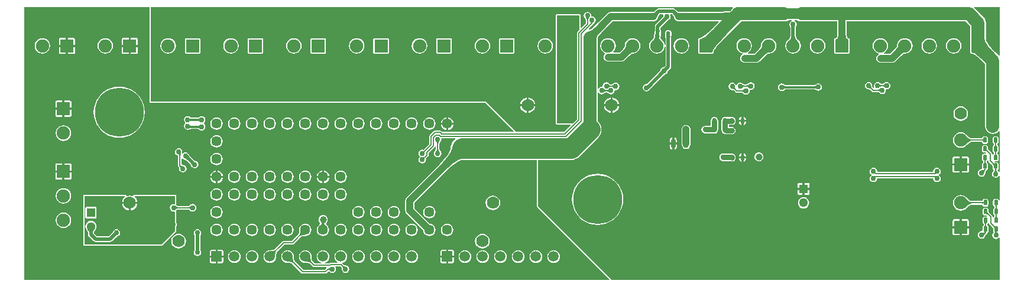
<source format=gbl>
G04 Layer_Physical_Order=2*
G04 Layer_Color=16750950*
%FSLAX24Y24*%
%MOIN*%
G70*
G01*
G75*
G04:AMPARAMS|DCode=14|XSize=30mil|YSize=22mil|CornerRadius=5.5mil|HoleSize=0mil|Usage=FLASHONLY|Rotation=270.000|XOffset=0mil|YOffset=0mil|HoleType=Round|Shape=RoundedRectangle|*
%AMROUNDEDRECTD14*
21,1,0.0300,0.0110,0,0,270.0*
21,1,0.0190,0.0220,0,0,270.0*
1,1,0.0110,-0.0055,-0.0095*
1,1,0.0110,-0.0055,0.0095*
1,1,0.0110,0.0055,0.0095*
1,1,0.0110,0.0055,-0.0095*
%
%ADD14ROUNDEDRECTD14*%
G04:AMPARAMS|DCode=18|XSize=50mil|YSize=24mil|CornerRadius=6mil|HoleSize=0mil|Usage=FLASHONLY|Rotation=90.000|XOffset=0mil|YOffset=0mil|HoleType=Round|Shape=RoundedRectangle|*
%AMROUNDEDRECTD18*
21,1,0.0500,0.0120,0,0,90.0*
21,1,0.0380,0.0240,0,0,90.0*
1,1,0.0120,0.0060,0.0190*
1,1,0.0120,0.0060,-0.0190*
1,1,0.0120,-0.0060,-0.0190*
1,1,0.0120,-0.0060,0.0190*
%
%ADD18ROUNDEDRECTD18*%
%ADD32C,0.0197*%
%ADD33C,0.0748*%
%ADD34C,0.0118*%
%ADD35C,0.0295*%
%ADD36C,0.0394*%
%ADD38C,0.0079*%
%ADD41C,0.0700*%
%ADD42R,0.0591X0.0591*%
%ADD43C,0.0591*%
%ADD44C,0.0570*%
%ADD45C,0.0748*%
%ADD46R,0.0748X0.0748*%
%ADD47C,0.0512*%
%ADD48R,0.0512X0.0512*%
%ADD49R,0.0748X0.0748*%
%ADD50C,0.2756*%
%ADD51C,0.0295*%
%ADD52C,0.0276*%
%ADD53C,0.0394*%
%ADD54C,0.1181*%
%ADD55C,0.0591*%
G36*
X54802Y6775D02*
X54830Y6751D01*
X54843Y6742D01*
X54853Y6736D01*
X54863Y6733D01*
X54871Y6732D01*
X54878Y6733D01*
X54883Y6737D01*
X54887Y6743D01*
X54817Y6593D01*
X54820Y6601D01*
X54821Y6609D01*
X54820Y6619D01*
X54817Y6629D01*
X54812Y6639D01*
X54805Y6651D01*
X54797Y6663D01*
X54787Y6676D01*
X54774Y6690D01*
X54760Y6704D01*
X54786Y6790D01*
X54802Y6775D01*
D02*
G37*
G36*
X7219Y15585D02*
Y10236D01*
X7238Y10190D01*
X7283Y10171D01*
X26154Y10171D01*
X27751Y8575D01*
X27732Y8528D01*
X23735D01*
X23696Y8568D01*
X23663Y8590D01*
X23624Y8597D01*
X23305D01*
X23266Y8590D01*
X23233Y8568D01*
X23007Y8342D01*
X22985Y8309D01*
X22978Y8270D01*
Y7845D01*
X22655Y7523D01*
X22598Y7535D01*
X22517Y7518D01*
X22449Y7473D01*
X22403Y7404D01*
X22387Y7323D01*
X22403Y7242D01*
X22447Y7176D01*
X22453Y7162D01*
Y7129D01*
X22447Y7114D01*
X22403Y7049D01*
X22387Y6968D01*
X22403Y6887D01*
X22449Y6818D01*
X22517Y6772D01*
X22598Y6756D01*
X22679Y6772D01*
X22748Y6818D01*
X22794Y6887D01*
X22810Y6968D01*
X22798Y7030D01*
X22917Y7149D01*
X22939Y7182D01*
X22947Y7221D01*
Y7332D01*
X23289Y7674D01*
X23311Y7707D01*
X23313Y7717D01*
X23363Y7713D01*
Y7563D01*
X23360Y7557D01*
X23360Y7548D01*
X23359Y7542D01*
X23357Y7535D01*
X23355Y7528D01*
X23351Y7520D01*
X23347Y7512D01*
X23341Y7504D01*
X23334Y7494D01*
X23326Y7485D01*
X23315Y7473D01*
X23313Y7470D01*
X23269Y7404D01*
X23253Y7323D01*
X23269Y7242D01*
X23315Y7173D01*
X23384Y7127D01*
X23465Y7111D01*
X23546Y7127D01*
X23614Y7173D01*
X23660Y7242D01*
X23676Y7323D01*
X23660Y7404D01*
X23616Y7470D01*
X23615Y7473D01*
X23604Y7485D01*
X23595Y7494D01*
X23588Y7504D01*
X23582Y7512D01*
X23578Y7520D01*
X23574Y7528D01*
X23572Y7535D01*
X23570Y7542D01*
X23569Y7548D01*
X23569Y7557D01*
X23566Y7563D01*
Y7870D01*
X23569Y7876D01*
X23569Y7885D01*
X23570Y7891D01*
X23572Y7898D01*
X23574Y7905D01*
X23578Y7913D01*
X23582Y7921D01*
X23588Y7929D01*
X23595Y7939D01*
X23604Y7948D01*
X23615Y7960D01*
X23616Y7963D01*
X23660Y8029D01*
X23676Y8110D01*
X23669Y8148D01*
X23700Y8187D01*
X24468D01*
X24469Y8182D01*
X24473Y8137D01*
X24380Y8061D01*
X24299Y7962D01*
X24239Y7849D01*
X24201Y7726D01*
X24190Y7611D01*
X24187Y7606D01*
X24180Y7545D01*
X24160Y7478D01*
X24124Y7399D01*
X24072Y7309D01*
X24006Y7209D01*
X23574Y6703D01*
X23428Y6554D01*
X23425Y6548D01*
X21707Y4829D01*
X21665Y4775D01*
X21640Y4713D01*
X21631Y4646D01*
Y4110D01*
X21640Y4043D01*
X21665Y3981D01*
X21707Y3927D01*
X22545Y3088D01*
X22548Y3082D01*
X22638Y2991D01*
X22656Y2972D01*
X22664Y2910D01*
X22699Y2826D01*
X22754Y2754D01*
X22826Y2699D01*
X22910Y2664D01*
X23000Y2652D01*
X23090Y2664D01*
X23174Y2699D01*
X23246Y2754D01*
X23301Y2826D01*
X23336Y2910D01*
X23348Y3000D01*
X23336Y3090D01*
X23301Y3174D01*
X23246Y3246D01*
X23174Y3301D01*
X23090Y3336D01*
X23029Y3344D01*
X22918Y3452D01*
X22911Y3455D01*
X22149Y4218D01*
Y4538D01*
X23791Y6181D01*
X23798Y6183D01*
X24089Y6462D01*
X24341Y6677D01*
X24452Y6760D01*
X24553Y6828D01*
X24643Y6880D01*
X24722Y6916D01*
X24789Y6936D01*
X24850Y6943D01*
X24853Y6945D01*
X29069D01*
X29069Y4331D01*
X29088Y4285D01*
X33164Y209D01*
X33145Y163D01*
X163D01*
Y15585D01*
X7169D01*
X7219Y15585D01*
D02*
G37*
G36*
X54366Y6807D02*
X54367Y6792D01*
X54369Y6779D01*
X54372Y6768D01*
X54375Y6759D01*
X54379Y6751D01*
X54384Y6745D01*
X54390Y6741D01*
X54397Y6738D01*
X54404Y6737D01*
X54248D01*
X54255Y6738D01*
X54262Y6741D01*
X54268Y6745D01*
X54273Y6751D01*
X54277Y6759D01*
X54280Y6768D01*
X54283Y6779D01*
X54285Y6792D01*
X54286Y6807D01*
X54287Y6823D01*
X54365D01*
X54366Y6807D01*
D02*
G37*
G36*
X54985Y3756D02*
X54987Y3741D01*
X54989Y3728D01*
X54991Y3717D01*
X54995Y3708D01*
X54999Y3700D01*
X55004Y3694D01*
X55010Y3690D01*
X55016Y3687D01*
X55024Y3686D01*
X54868D01*
X54875Y3687D01*
X54882Y3690D01*
X54887Y3694D01*
X54892Y3700D01*
X54897Y3708D01*
X54900Y3717D01*
X54903Y3728D01*
X54905Y3741D01*
X54906Y3756D01*
X54906Y3772D01*
X54985D01*
X54985Y3756D01*
D02*
G37*
G36*
X55152Y12850D02*
X55102Y12833D01*
X55081Y12861D01*
X54887Y13055D01*
X54886Y13058D01*
X54696Y13256D01*
X54551Y13427D01*
X54495Y13501D01*
X54450Y13569D01*
X54415Y13630D01*
X54392Y13682D01*
X54379Y13725D01*
X54376Y13751D01*
Y13760D01*
X54375Y13763D01*
Y14685D01*
X54360Y14798D01*
X54316Y14904D01*
X54247Y14995D01*
X53727Y15514D01*
X53699Y15535D01*
X53716Y15585D01*
X55152D01*
Y12850D01*
D02*
G37*
G36*
X54452Y4029D02*
X54451Y4021D01*
X54452Y4011D01*
X54455Y4001D01*
X54460Y3991D01*
X54467Y3979D01*
X54475Y3967D01*
X54485Y3954D01*
X54497Y3940D01*
X54511Y3926D01*
X54486Y3840D01*
X54470Y3855D01*
X54441Y3879D01*
X54429Y3888D01*
X54418Y3894D01*
X54409Y3897D01*
X54401Y3898D01*
X54394Y3897D01*
X54388Y3893D01*
X54384Y3887D01*
X54454Y4037D01*
X54452Y4029D01*
D02*
G37*
G36*
X55016Y3892D02*
X55010Y3889D01*
X55004Y3885D01*
X54999Y3879D01*
X54995Y3871D01*
X54991Y3862D01*
X54989Y3851D01*
X54987Y3838D01*
X54985Y3823D01*
X54985Y3807D01*
X54906D01*
X54906Y3823D01*
X54905Y3838D01*
X54903Y3851D01*
X54900Y3862D01*
X54897Y3871D01*
X54892Y3879D01*
X54887Y3885D01*
X54882Y3889D01*
X54875Y3892D01*
X54868Y3893D01*
X55024D01*
X55016Y3892D01*
D02*
G37*
G36*
X54850Y3241D02*
X54879Y3216D01*
X54892Y3207D01*
X54903Y3200D01*
X54914Y3195D01*
X54923Y3193D01*
X54931Y3193D01*
X54938Y3195D01*
X54944Y3200D01*
X54837Y3087D01*
X54841Y3093D01*
X54843Y3100D01*
X54843Y3109D01*
X54841Y3118D01*
X54836Y3129D01*
X54829Y3140D01*
X54820Y3153D01*
X54809Y3167D01*
X54780Y3198D01*
X54833Y3256D01*
X54850Y3241D01*
D02*
G37*
G36*
X22997Y3285D02*
X22715Y3003D01*
X22714Y3005D01*
X22710Y3009D01*
X22685Y3036D01*
X22594Y3127D01*
X22873Y3406D01*
X22997Y3285D01*
D02*
G37*
G36*
X54395Y2902D02*
X54393Y2900D01*
X54391Y2898D01*
X54390Y2894D01*
X54388Y2889D01*
X54387Y2883D01*
X54386Y2877D01*
X54385Y2860D01*
X54385Y2850D01*
X54320D01*
X54343Y2792D01*
X54336Y2784D01*
X54329Y2775D01*
X54322Y2765D01*
X54308Y2742D01*
X54301Y2728D01*
X54278Y2680D01*
X54271Y2662D01*
X54191Y2853D01*
X54205Y2847D01*
X54219Y2844D01*
X54232Y2842D01*
X54245Y2841D01*
X54257Y2842D01*
X54269Y2845D01*
X54280Y2849D01*
X54291Y2855D01*
X54302Y2862D01*
X54306Y2866D01*
X54304Y2883D01*
X54303Y2889D01*
X54302Y2894D01*
X54300Y2898D01*
X54298Y2900D01*
X54296Y2902D01*
X54294Y2903D01*
X54397D01*
X54395Y2902D01*
D02*
G37*
G36*
X54397Y6943D02*
X54390Y6940D01*
X54384Y6936D01*
X54379Y6930D01*
X54375Y6922D01*
X54372Y6913D01*
X54369Y6902D01*
X54367Y6889D01*
X54366Y6874D01*
X54365Y6858D01*
X54287D01*
X54286Y6874D01*
X54285Y6889D01*
X54283Y6902D01*
X54280Y6913D01*
X54277Y6922D01*
X54273Y6930D01*
X54268Y6936D01*
X54262Y6940D01*
X54255Y6943D01*
X54248Y6944D01*
X54404D01*
X54397Y6943D01*
D02*
G37*
G36*
X54416Y3400D02*
X54410Y3397D01*
X54404Y3393D01*
X54399Y3387D01*
X54395Y3379D01*
X54391Y3370D01*
X54389Y3358D01*
X54387Y3346D01*
X54385Y3331D01*
X54385Y3315D01*
X54306D01*
X54306Y3331D01*
X54305Y3346D01*
X54303Y3358D01*
X54300Y3370D01*
X54297Y3379D01*
X54292Y3387D01*
X54287Y3393D01*
X54282Y3397D01*
X54275Y3400D01*
X54268Y3400D01*
X54424D01*
X54416Y3400D01*
D02*
G37*
G36*
X31457Y14304D02*
X31344Y14191D01*
X31322Y14158D01*
X31314Y14119D01*
Y9252D01*
X31078Y9016D01*
X30197D01*
Y15118D01*
X31457D01*
Y14304D01*
D02*
G37*
G36*
X54385Y3263D02*
X54387Y3249D01*
X54389Y3236D01*
X54391Y3225D01*
X54395Y3215D01*
X54399Y3208D01*
X54404Y3202D01*
X54410Y3197D01*
X54416Y3195D01*
X54424Y3194D01*
X54268D01*
X54275Y3195D01*
X54282Y3197D01*
X54287Y3202D01*
X54292Y3208D01*
X54297Y3215D01*
X54300Y3225D01*
X54303Y3236D01*
X54305Y3249D01*
X54306Y3263D01*
X54306Y3280D01*
X54385D01*
X54385Y3263D01*
D02*
G37*
G36*
X33096Y11206D02*
X33107Y11195D01*
X33119Y11185D01*
X33131Y11176D01*
X33143Y11169D01*
X33155Y11163D01*
X33168Y11158D01*
X33180Y11155D01*
X33193Y11153D01*
X33205Y11152D01*
X33201Y11074D01*
X33188Y11073D01*
X33176Y11071D01*
X33163Y11068D01*
X33150Y11064D01*
X33138Y11058D01*
X33125Y11052D01*
X33112Y11044D01*
X33098Y11035D01*
X33085Y11024D01*
X33071Y11013D01*
X33084Y11219D01*
X33096Y11206D01*
D02*
G37*
G36*
X55016Y4387D02*
X55010Y4384D01*
X55004Y4379D01*
X54999Y4373D01*
X54995Y4365D01*
X54991Y4355D01*
X54989Y4344D01*
X54987Y4331D01*
X54985Y4316D01*
X54985Y4299D01*
X54906D01*
X54906Y4315D01*
X54905Y4329D01*
X54903Y4342D01*
X54900Y4353D01*
X54897Y4362D01*
X54892Y4370D01*
X54887Y4376D01*
X54881Y4380D01*
X54875Y4382D01*
X54867Y4383D01*
X55024Y4388D01*
X55016Y4387D01*
D02*
G37*
G36*
X54997Y6451D02*
X54990Y6448D01*
X54984Y6444D01*
X54979Y6438D01*
X54975Y6430D01*
X54972Y6421D01*
X54969Y6410D01*
X54967Y6397D01*
X54966Y6382D01*
X54966Y6381D01*
X54966Y6375D01*
X54968Y6362D01*
X54971Y6350D01*
X54976Y6337D01*
X54981Y6325D01*
X54988Y6312D01*
X54997Y6300D01*
X55006Y6287D01*
X55017Y6275D01*
X55029Y6262D01*
X54823D01*
X54835Y6275D01*
X54846Y6287D01*
X54855Y6300D01*
X54864Y6312D01*
X54871Y6325D01*
X54876Y6337D01*
X54881Y6350D01*
X54884Y6362D01*
X54886Y6375D01*
X54886Y6381D01*
X54886Y6382D01*
X54885Y6397D01*
X54883Y6410D01*
X54880Y6421D01*
X54877Y6430D01*
X54873Y6438D01*
X54868Y6444D01*
X54862Y6448D01*
X54855Y6451D01*
X54848Y6452D01*
X55004D01*
X54997Y6451D01*
D02*
G37*
G36*
X33391Y11007D02*
X33380Y11020D01*
X33368Y11031D01*
X33357Y11041D01*
X33345Y11050D01*
X33333Y11057D01*
X33321Y11063D01*
X33308Y11068D01*
X33296Y11071D01*
X33283Y11073D01*
X33271Y11074D01*
X33276Y11152D01*
X33289Y11153D01*
X33301Y11155D01*
X33314Y11158D01*
X33327Y11162D01*
X33339Y11168D01*
X33353Y11174D01*
X33366Y11182D01*
X33379Y11191D01*
X33393Y11202D01*
X33406Y11213D01*
X33391Y11007D01*
D02*
G37*
G36*
X54325Y6356D02*
X54317Y6347D01*
X54309Y6336D01*
X54302Y6325D01*
X54297Y6313D01*
X54292Y6300D01*
X54288Y6286D01*
X54285Y6272D01*
X54283Y6256D01*
X54282Y6239D01*
X54281Y6222D01*
X54135Y6368D01*
X54153Y6368D01*
X54169Y6370D01*
X54185Y6372D01*
X54200Y6375D01*
X54214Y6379D01*
X54227Y6383D01*
X54239Y6389D01*
X54250Y6396D01*
X54260Y6403D01*
X54269Y6412D01*
X54325Y6356D01*
D02*
G37*
G36*
X24843Y7008D02*
X24776Y7000D01*
X24699Y6977D01*
X24613Y6938D01*
X24518Y6883D01*
X24414Y6813D01*
X24300Y6728D01*
X24045Y6510D01*
X23753Y6230D01*
X23474Y6509D01*
X23622Y6660D01*
X24057Y7170D01*
X24127Y7274D01*
X24182Y7369D01*
X24221Y7455D01*
X24244Y7532D01*
X24252Y7599D01*
X24843Y7008D01*
D02*
G37*
G36*
X35442Y11051D02*
X35381Y10997D01*
X35266Y11168D01*
X35269Y11168D01*
X35273Y11170D01*
X35278Y11173D01*
X35284Y11177D01*
X35291Y11182D01*
X35308Y11196D01*
X35341Y11228D01*
X35442Y11051D01*
D02*
G37*
G36*
X36219Y11821D02*
X36217Y11820D01*
X36214Y11818D01*
X36210Y11815D01*
X36198Y11805D01*
X36162Y11770D01*
X36150Y11758D01*
X36010Y11898D01*
X36073Y11967D01*
X36219Y11821D01*
D02*
G37*
G36*
X36431Y12039D02*
X36368Y11970D01*
X36222Y12116D01*
X36224Y12117D01*
X36227Y12119D01*
X36231Y12122D01*
X36243Y12132D01*
X36279Y12167D01*
X36291Y12179D01*
X36431Y12039D01*
D02*
G37*
G36*
X54315Y13712D02*
X54331Y13659D01*
X54357Y13601D01*
X54394Y13535D01*
X54442Y13464D01*
X54500Y13386D01*
X54648Y13212D01*
X54839Y13013D01*
X54310Y12484D01*
X54207Y12585D01*
X53937Y12823D01*
X53859Y12881D01*
X53787Y12928D01*
X53722Y12966D01*
X53663Y12992D01*
X53611Y13008D01*
X53564Y13013D01*
X54310Y13759D01*
X54315Y13712D01*
D02*
G37*
G36*
X36688Y15164D02*
X36733Y15111D01*
X36749Y15088D01*
X36763Y15067D01*
X36774Y15048D01*
X36781Y15032D01*
X36785Y15019D01*
X36788Y15004D01*
X36794Y14995D01*
X36797Y14972D01*
X36823Y14910D01*
X36864Y14856D01*
X36918Y14815D01*
X36980Y14789D01*
X37047Y14780D01*
X39163D01*
X39170Y14778D01*
X39284Y14777D01*
X39305Y14727D01*
X38913Y14335D01*
X38911Y14334D01*
X38713Y14145D01*
X38542Y14000D01*
X38467Y13944D01*
X38399Y13898D01*
X38339Y13864D01*
X38286Y13841D01*
X38243Y13828D01*
X38218Y13825D01*
X38209D01*
X38205Y13823D01*
X38203Y13823D01*
X38197Y13820D01*
X38163Y13806D01*
X38160Y13800D01*
X38159Y13799D01*
X38157Y13793D01*
X38144Y13760D01*
Y13012D01*
X38163Y12966D01*
X38209Y12947D01*
X38957D01*
X38990Y12961D01*
X38996Y12962D01*
X38996Y12963D01*
X39003Y12966D01*
X39017Y13000D01*
X39020Y13006D01*
X39020Y13008D01*
X39022Y13012D01*
Y13021D01*
X39025Y13046D01*
X39038Y13089D01*
X39061Y13142D01*
X39095Y13202D01*
X39141Y13270D01*
X39196Y13344D01*
X39431Y13612D01*
X39531Y13713D01*
X39532Y13716D01*
X40546Y14730D01*
X40574Y14767D01*
X43000D01*
X43113Y14781D01*
X43218Y14825D01*
X43246Y14846D01*
X43406D01*
X43409Y14838D01*
X43414Y14796D01*
X43354Y14756D01*
X43308Y14687D01*
X43292Y14606D01*
X43308Y14525D01*
X43336Y14483D01*
X43341Y14404D01*
X43342Y14401D01*
Y13978D01*
X43341Y13974D01*
X43339Y13946D01*
X43335Y13921D01*
X43329Y13895D01*
X43319Y13869D01*
X43307Y13842D01*
X43291Y13815D01*
X43273Y13787D01*
X43251Y13758D01*
X43225Y13729D01*
X43196Y13698D01*
X43194Y13695D01*
X43194Y13695D01*
X43125Y13605D01*
X43081Y13499D01*
X43066Y13386D01*
X43081Y13273D01*
X43125Y13167D01*
X43194Y13076D01*
X43285Y13007D01*
X43391Y12963D01*
X43504Y12948D01*
X43617Y12963D01*
X43723Y13007D01*
X43813Y13076D01*
X43883Y13167D01*
X43927Y13273D01*
X43942Y13386D01*
X43927Y13499D01*
X43883Y13605D01*
X43813Y13695D01*
X43813Y13695D01*
X43812Y13698D01*
X43783Y13729D01*
X43757Y13758D01*
X43735Y13787D01*
X43717Y13815D01*
X43701Y13842D01*
X43689Y13869D01*
X43679Y13895D01*
X43673Y13921D01*
X43669Y13946D01*
X43667Y13974D01*
X43665Y13978D01*
Y14403D01*
X43667Y14407D01*
X43667Y14424D01*
X43668Y14472D01*
X43669Y14480D01*
X43700Y14525D01*
X43716Y14606D01*
X43700Y14687D01*
X43654Y14756D01*
X43594Y14796D01*
X43599Y14838D01*
X43602Y14846D01*
X43730D01*
X43758Y14825D01*
X43863Y14781D01*
X43976Y14767D01*
X46001D01*
Y14160D01*
X45998Y14154D01*
X45996Y14081D01*
X45991Y14018D01*
X45983Y13964D01*
X45973Y13919D01*
X45960Y13884D01*
X45946Y13858D01*
X45932Y13841D01*
X45919Y13832D01*
X45905Y13826D01*
X45894Y13825D01*
X45886D01*
X45882Y13823D01*
X45880Y13823D01*
X45874Y13820D01*
X45840Y13806D01*
X45837Y13799D01*
X45836Y13799D01*
X45834Y13792D01*
X45821Y13760D01*
Y13012D01*
X45840Y12966D01*
X45886Y12947D01*
X46634D01*
X46680Y12966D01*
X46699Y13012D01*
Y13760D01*
X46685Y13792D01*
X46684Y13799D01*
X46682Y13799D01*
X46680Y13806D01*
X46646Y13820D01*
X46640Y13823D01*
X46637Y13823D01*
X46634Y13825D01*
X46625D01*
X46615Y13826D01*
X46601Y13832D01*
X46588Y13841D01*
X46574Y13858D01*
X46560Y13884D01*
X46547Y13919D01*
X46536Y13964D01*
X46528Y14018D01*
X46523Y14081D01*
X46522Y14154D01*
X46519Y14160D01*
Y14767D01*
X53236D01*
X53499Y14504D01*
Y13763D01*
X53498Y13760D01*
Y13012D01*
X53512Y12979D01*
X53513Y12973D01*
X53514Y12972D01*
X53517Y12966D01*
X53551Y12952D01*
X53557Y12949D01*
X53560Y12948D01*
X53563Y12947D01*
X53572D01*
X53598Y12944D01*
X53641Y12931D01*
X53693Y12908D01*
X53753Y12873D01*
X53821Y12828D01*
X53896Y12772D01*
X54163Y12537D01*
X54264Y12438D01*
X54267Y12437D01*
X54334Y12370D01*
Y8858D01*
X54348Y8745D01*
X54392Y8639D01*
X54462Y8549D01*
X54552Y8479D01*
X54658Y8435D01*
X54771Y8421D01*
X54885Y8435D01*
X54990Y8479D01*
X55081Y8549D01*
X55102Y8577D01*
X55152Y8560D01*
Y6282D01*
X55102Y6266D01*
X55077Y6304D01*
X55076Y6307D01*
X55065Y6319D01*
X55057Y6328D01*
X55050Y6337D01*
X55044Y6346D01*
X55039Y6354D01*
X55038Y6357D01*
X55050Y6406D01*
X55051Y6408D01*
X55064Y6417D01*
X55089Y6455D01*
X55098Y6499D01*
Y6689D01*
X55089Y6734D01*
X55064Y6772D01*
X55026Y6798D01*
X54981Y6807D01*
X54879D01*
X54860Y6826D01*
X54866Y6854D01*
X54867Y6855D01*
X54885Y6874D01*
X54981D01*
X55026Y6883D01*
X55064Y6909D01*
X55089Y6947D01*
X55098Y6992D01*
Y7182D01*
X55089Y7226D01*
X55064Y7265D01*
X55051Y7273D01*
X55050Y7275D01*
X55044Y7278D01*
X55032Y7286D01*
X55031Y7292D01*
X55031Y7302D01*
X55030Y7317D01*
X55027Y7323D01*
Y7342D01*
X55030Y7349D01*
X55031Y7363D01*
X55031Y7375D01*
X55033Y7383D01*
X55033Y7383D01*
X55047Y7393D01*
X55051Y7395D01*
X55052Y7396D01*
X55059Y7401D01*
X55085Y7439D01*
X55094Y7484D01*
Y7674D01*
X55085Y7719D01*
X55059Y7757D01*
X55046Y7765D01*
X55045Y7768D01*
X55039Y7770D01*
X55028Y7778D01*
X55027Y7784D01*
X55026Y7794D01*
X55026Y7809D01*
X55023Y7816D01*
Y7834D01*
X55026Y7841D01*
X55026Y7855D01*
X55027Y7866D01*
X55028Y7872D01*
X55039Y7880D01*
X55045Y7882D01*
X55046Y7884D01*
X55059Y7893D01*
X55085Y7931D01*
X55094Y7976D01*
Y8166D01*
X55085Y8211D01*
X55059Y8249D01*
X55021Y8274D01*
X54976Y8283D01*
X54866D01*
X54821Y8274D01*
X54783Y8249D01*
X54758Y8211D01*
X54749Y8166D01*
Y7976D01*
X54758Y7931D01*
X54783Y7893D01*
X54796Y7884D01*
X54797Y7882D01*
X54803Y7880D01*
X54815Y7872D01*
X54816Y7866D01*
X54817Y7855D01*
X54817Y7841D01*
X54820Y7834D01*
Y7816D01*
X54817Y7809D01*
X54817Y7794D01*
X54816Y7784D01*
X54815Y7778D01*
X54803Y7770D01*
X54797Y7767D01*
X54796Y7765D01*
X54783Y7757D01*
X54758Y7719D01*
X54749Y7674D01*
Y7484D01*
X54758Y7439D01*
X54783Y7401D01*
X54802Y7388D01*
X54803Y7386D01*
X54807Y7385D01*
X54820Y7376D01*
X54821Y7373D01*
X54821Y7363D01*
X54822Y7349D01*
X54825Y7342D01*
Y7323D01*
X54822Y7317D01*
X54821Y7302D01*
X54821Y7292D01*
X54820Y7286D01*
X54808Y7278D01*
X54802Y7275D01*
X54801Y7273D01*
X54788Y7265D01*
X54777Y7248D01*
X54727Y7264D01*
Y7274D01*
X54720Y7313D01*
X54698Y7346D01*
X54544Y7499D01*
X54544Y7500D01*
X54542Y7502D01*
X54536Y7507D01*
X54534Y7514D01*
X54521Y7527D01*
X54511Y7539D01*
X54503Y7549D01*
X54497Y7557D01*
X54494Y7563D01*
Y7674D01*
X54485Y7719D01*
X54459Y7757D01*
X54421Y7782D01*
X54376Y7791D01*
X54266D01*
X54221Y7782D01*
X54183Y7757D01*
X54158Y7719D01*
X54149Y7674D01*
Y7484D01*
X54158Y7439D01*
X54183Y7401D01*
X54221Y7375D01*
X54266Y7366D01*
X54365D01*
X54383Y7348D01*
X54378Y7327D01*
X54361Y7302D01*
X54358Y7299D01*
X54271D01*
X54226Y7290D01*
X54188Y7265D01*
X54163Y7226D01*
X54154Y7182D01*
Y6992D01*
X54163Y6947D01*
X54188Y6909D01*
X54201Y6900D01*
X54202Y6898D01*
X54208Y6895D01*
X54220Y6888D01*
X54221Y6881D01*
X54221Y6871D01*
X54222Y6856D01*
X54225Y6850D01*
Y6831D01*
X54222Y6825D01*
X54221Y6810D01*
X54221Y6800D01*
X54220Y6793D01*
X54208Y6786D01*
X54202Y6783D01*
X54201Y6781D01*
X54188Y6772D01*
X54163Y6734D01*
X54154Y6689D01*
Y6499D01*
X54157Y6484D01*
X54156Y6476D01*
X54138Y6440D01*
X54121Y6430D01*
X54053Y6416D01*
X53984Y6370D01*
X53938Y6301D01*
X53922Y6220D01*
X53938Y6139D01*
X53984Y6071D01*
X54053Y6025D01*
X54134Y6009D01*
X54215Y6025D01*
X54284Y6071D01*
X54329Y6139D01*
X54345Y6218D01*
X54346Y6221D01*
X54347Y6237D01*
X54348Y6249D01*
X54349Y6261D01*
X54351Y6271D01*
X54354Y6280D01*
X54357Y6288D01*
X54360Y6295D01*
X54363Y6300D01*
X54367Y6305D01*
X54373Y6312D01*
X54375Y6319D01*
X54398Y6341D01*
X54420Y6374D01*
X54423Y6391D01*
X54426Y6391D01*
X54464Y6417D01*
X54489Y6455D01*
X54498Y6499D01*
Y6689D01*
X54489Y6734D01*
X54464Y6772D01*
X54451Y6781D01*
X54450Y6783D01*
X54444Y6786D01*
X54432Y6793D01*
X54431Y6800D01*
X54431Y6810D01*
X54430Y6825D01*
X54427Y6831D01*
Y6850D01*
X54430Y6856D01*
X54431Y6871D01*
X54431Y6881D01*
X54432Y6888D01*
X54444Y6895D01*
X54450Y6898D01*
X54451Y6900D01*
X54464Y6909D01*
X54475Y6925D01*
X54525Y6910D01*
Y6895D01*
X54532Y6856D01*
X54554Y6823D01*
X54703Y6674D01*
X54703Y6673D01*
X54706Y6671D01*
X54711Y6666D01*
X54714Y6659D01*
X54727Y6646D01*
X54737Y6634D01*
X54744Y6625D01*
X54750Y6616D01*
X54754Y6610D01*
Y6499D01*
X54763Y6455D01*
X54788Y6417D01*
X54801Y6408D01*
X54802Y6406D01*
X54814Y6357D01*
X54813Y6354D01*
X54808Y6346D01*
X54802Y6337D01*
X54795Y6328D01*
X54787Y6319D01*
X54776Y6307D01*
X54775Y6304D01*
X54730Y6238D01*
X54714Y6157D01*
X54730Y6076D01*
X54776Y6007D01*
X54845Y5961D01*
X54926Y5945D01*
X55007Y5961D01*
X55076Y6007D01*
X55102Y6047D01*
X55152Y6032D01*
Y4694D01*
X55106Y4670D01*
X55102Y4670D01*
X55079Y4705D01*
X55041Y4731D01*
X54996Y4740D01*
X54886D01*
X54841Y4731D01*
X54803Y4705D01*
X54778Y4667D01*
X54769Y4623D01*
Y4433D01*
X54778Y4388D01*
X54803Y4350D01*
X54822Y4337D01*
X54823Y4335D01*
X54827Y4334D01*
X54840Y4325D01*
X54840Y4322D01*
X54841Y4312D01*
X54841Y4297D01*
X54844Y4291D01*
Y4272D01*
X54841Y4266D01*
X54841Y4251D01*
X54840Y4241D01*
X54839Y4234D01*
X54828Y4227D01*
X54822Y4224D01*
X54821Y4222D01*
X54808Y4213D01*
X54782Y4175D01*
X54773Y4130D01*
Y3940D01*
X54782Y3896D01*
X54808Y3858D01*
X54821Y3849D01*
X54822Y3847D01*
X54828Y3844D01*
X54839Y3836D01*
X54840Y3830D01*
X54841Y3820D01*
X54841Y3805D01*
X54844Y3799D01*
Y3780D01*
X54841Y3773D01*
X54841Y3759D01*
X54840Y3748D01*
X54839Y3742D01*
X54828Y3735D01*
X54822Y3732D01*
X54821Y3730D01*
X54808Y3721D01*
X54797Y3705D01*
X54747Y3720D01*
Y3735D01*
X54739Y3774D01*
X54717Y3807D01*
X54568Y3956D01*
X54568Y3957D01*
X54566Y3958D01*
X54561Y3964D01*
X54558Y3971D01*
X54545Y3984D01*
X54535Y3995D01*
X54527Y4005D01*
X54521Y4014D01*
X54518Y4020D01*
Y4130D01*
X54509Y4175D01*
X54484Y4213D01*
X54446Y4239D01*
X54401Y4248D01*
X54291D01*
X54246Y4239D01*
X54208Y4213D01*
X54182Y4175D01*
X54173Y4130D01*
Y3940D01*
X54182Y3896D01*
X54208Y3858D01*
X54246Y3832D01*
X54291Y3823D01*
X54393D01*
X54412Y3804D01*
X54406Y3776D01*
X54405Y3775D01*
X54387Y3756D01*
X54291D01*
X54246Y3747D01*
X54208Y3721D01*
X54182Y3683D01*
X54173Y3638D01*
Y3448D01*
X54182Y3403D01*
X54208Y3365D01*
X54221Y3357D01*
X54222Y3355D01*
X54228Y3352D01*
X54239Y3344D01*
X54240Y3338D01*
X54241Y3328D01*
X54241Y3313D01*
X54244Y3306D01*
Y3288D01*
X54241Y3281D01*
X54241Y3267D01*
X54240Y3256D01*
X54239Y3250D01*
X54228Y3242D01*
X54222Y3240D01*
X54221Y3238D01*
X54208Y3229D01*
X54182Y3191D01*
X54173Y3146D01*
Y2971D01*
X54135Y2928D01*
X54134Y2928D01*
X54053Y2912D01*
X53984Y2866D01*
X53938Y2798D01*
X53922Y2717D01*
X53938Y2636D01*
X53984Y2567D01*
X54053Y2521D01*
X54134Y2505D01*
X54215Y2521D01*
X54283Y2567D01*
X54329Y2636D01*
X54329Y2636D01*
X54331Y2638D01*
Y2638D01*
X54331Y2638D01*
X54338Y2655D01*
X54359Y2699D01*
X54364Y2710D01*
X54376Y2730D01*
X54381Y2736D01*
X54386Y2742D01*
X54391Y2748D01*
X54394Y2754D01*
X54417Y2778D01*
X54439Y2811D01*
X54444Y2835D01*
X54450Y2849D01*
X54450Y2851D01*
X54484Y2873D01*
X54509Y2911D01*
X54518Y2956D01*
Y3146D01*
X54509Y3191D01*
X54484Y3229D01*
X54471Y3238D01*
X54470Y3240D01*
X54464Y3242D01*
X54452Y3250D01*
X54451Y3256D01*
X54450Y3267D01*
X54450Y3281D01*
X54447Y3288D01*
Y3306D01*
X54450Y3313D01*
X54450Y3328D01*
X54451Y3338D01*
X54452Y3344D01*
X54464Y3352D01*
X54470Y3355D01*
X54471Y3357D01*
X54484Y3365D01*
X54496Y3384D01*
X54498Y3384D01*
X54548Y3371D01*
X54552Y3350D01*
X54574Y3317D01*
X54730Y3161D01*
X54733Y3154D01*
X54760Y3124D01*
X54768Y3114D01*
X54773Y3107D01*
Y3089D01*
X54772Y3085D01*
X54773Y3082D01*
Y3076D01*
X54773Y3075D01*
X54773Y3074D01*
Y2956D01*
X54782Y2911D01*
X54808Y2873D01*
X54796Y2852D01*
X54794Y2849D01*
X54750Y2783D01*
X54734Y2702D01*
X54750Y2621D01*
X54796Y2552D01*
X54865Y2506D01*
X54946Y2490D01*
X55027Y2506D01*
X55095Y2552D01*
X55102Y2562D01*
X55152Y2547D01*
Y163D01*
X33302D01*
X29134Y4331D01*
X29134Y6945D01*
X30984D01*
X31112Y6957D01*
X31234Y6994D01*
X31347Y7055D01*
X31446Y7136D01*
X32509Y8199D01*
X32591Y8298D01*
X32651Y8411D01*
X32688Y8534D01*
X32701Y8661D01*
X32688Y8789D01*
X32651Y8912D01*
X32591Y9025D01*
X32509Y9124D01*
X32485Y9144D01*
Y10749D01*
X32535Y10764D01*
X32567Y10716D01*
X32635Y10671D01*
X32717Y10654D01*
X32798Y10671D01*
X32864Y10715D01*
X32867Y10716D01*
X32878Y10727D01*
X32888Y10735D01*
X32897Y10742D01*
X32906Y10748D01*
X32914Y10753D01*
X32922Y10756D01*
X32929Y10759D01*
X32935Y10760D01*
X32941Y10761D01*
X32951Y10762D01*
X32957Y10765D01*
X32988D01*
X32994Y10762D01*
X33003Y10761D01*
X33010Y10760D01*
X33016Y10759D01*
X33023Y10756D01*
X33031Y10753D01*
X33039Y10748D01*
X33048Y10742D01*
X33057Y10735D01*
X33066Y10727D01*
X33078Y10716D01*
X33081Y10715D01*
X33147Y10671D01*
X33228Y10654D01*
X33309Y10671D01*
X33378Y10716D01*
X33424Y10785D01*
X33437Y10853D01*
X33479Y10896D01*
X33504Y10891D01*
X33585Y10907D01*
X33654Y10953D01*
X33700Y11021D01*
X33716Y11102D01*
X33700Y11183D01*
X33654Y11252D01*
X33585Y11298D01*
X33504Y11314D01*
X33423Y11298D01*
X33376Y11266D01*
X33364Y11263D01*
X33352Y11252D01*
X33341Y11244D01*
X33331Y11237D01*
X33321Y11231D01*
X33312Y11227D01*
X33304Y11223D01*
X33296Y11220D01*
X33289Y11219D01*
X33282Y11218D01*
X33273Y11217D01*
X33267Y11214D01*
X33215D01*
X33210Y11217D01*
X33209Y11217D01*
X33209Y11217D01*
X33200Y11218D01*
X33194Y11219D01*
X33188Y11220D01*
X33181Y11223D01*
X33174Y11226D01*
X33167Y11231D01*
X33159Y11236D01*
X33151Y11243D01*
X33142Y11252D01*
X33132Y11263D01*
X33127Y11265D01*
X33122Y11272D01*
X33053Y11318D01*
X32972Y11334D01*
X32891Y11318D01*
X32823Y11272D01*
X32777Y11203D01*
X32761Y11122D01*
X32763Y11111D01*
X32728Y11076D01*
X32717Y11078D01*
X32635Y11062D01*
X32567Y11016D01*
X32535Y10968D01*
X32485Y10983D01*
Y13845D01*
X32488Y13859D01*
X32499Y13881D01*
X32520Y13914D01*
X32889Y14328D01*
X32986Y14427D01*
X32989Y14433D01*
X33336Y14780D01*
X35630D01*
X35697Y14789D01*
X35759Y14815D01*
X35813Y14856D01*
X35854Y14910D01*
X35880Y14972D01*
X35883Y14995D01*
X35889Y15004D01*
X35892Y15019D01*
X35896Y15032D01*
X35904Y15048D01*
X35914Y15067D01*
X35928Y15088D01*
X35944Y15110D01*
X36002Y15178D01*
X36159D01*
X36187Y15128D01*
X36177Y15079D01*
Y15057D01*
X36172Y15033D01*
X36173Y15031D01*
X36141Y14995D01*
X36131Y14984D01*
X36129Y14980D01*
X36127Y14978D01*
X36124Y14976D01*
X36124Y14974D01*
X35756Y14606D01*
X35721Y14554D01*
X35709Y14492D01*
Y14384D01*
X35707Y14379D01*
X35706Y14253D01*
X35703Y14199D01*
X35703Y14191D01*
X35702Y14185D01*
X35703Y14180D01*
X35700Y14171D01*
X35701Y14167D01*
X35698Y14150D01*
Y14104D01*
X35678Y14074D01*
X35665Y14012D01*
Y13978D01*
X35663Y13974D01*
X35662Y13946D01*
X35658Y13921D01*
X35652Y13895D01*
X35642Y13869D01*
X35630Y13842D01*
X35614Y13815D01*
X35595Y13787D01*
X35573Y13758D01*
X35548Y13729D01*
X35518Y13698D01*
X35517Y13695D01*
X35517Y13695D01*
X35448Y13605D01*
X35404Y13499D01*
X35389Y13386D01*
X35404Y13273D01*
X35448Y13167D01*
X35517Y13076D01*
X35608Y13007D01*
X35713Y12963D01*
X35827Y12948D01*
X35940Y12963D01*
X36046Y13007D01*
X36136Y13076D01*
X36206Y13167D01*
X36250Y13273D01*
X36259Y13341D01*
X36309Y13338D01*
Y12285D01*
X36250Y12226D01*
X36246Y12225D01*
X36234Y12213D01*
X36199Y12180D01*
X36193Y12175D01*
X36139Y12164D01*
X36071Y12118D01*
X36025Y12050D01*
X36015Y12000D01*
X35962Y11941D01*
X35961Y11937D01*
X35300Y11276D01*
X35296Y11275D01*
X35264Y11245D01*
X35250Y11233D01*
X35236Y11235D01*
X35155Y11219D01*
X35087Y11173D01*
X35041Y11105D01*
X35025Y11024D01*
X35041Y10943D01*
X35087Y10874D01*
X35155Y10828D01*
X35236Y10812D01*
X35317Y10828D01*
X35386Y10874D01*
X35432Y10943D01*
X35434Y10954D01*
X35464Y10984D01*
X35485Y11002D01*
X35488Y11007D01*
X36191Y11711D01*
X36195Y11712D01*
X36207Y11724D01*
X36242Y11757D01*
X36248Y11762D01*
X36301Y11773D01*
X36370Y11819D01*
X36416Y11887D01*
X36426Y11937D01*
X36479Y11996D01*
X36480Y12000D01*
X36584Y12104D01*
X36619Y12156D01*
X36632Y12218D01*
Y13727D01*
X36634Y13731D01*
X36635Y13857D01*
X36637Y13911D01*
X36638Y13919D01*
X36639Y13925D01*
X36637Y13931D01*
X36641Y13939D01*
X36639Y13943D01*
X36642Y13960D01*
Y14150D01*
X36633Y14195D01*
X36608Y14233D01*
X36570Y14258D01*
X36525Y14267D01*
X36415D01*
X36370Y14258D01*
X36332Y14233D01*
X36307Y14195D01*
X36298Y14150D01*
Y13960D01*
X36301Y13943D01*
X36300Y13939D01*
X36300Y13938D01*
X36300Y13937D01*
X36307Y13729D01*
X36309Y13725D01*
Y13434D01*
X36259Y13431D01*
X36250Y13499D01*
X36206Y13605D01*
X36136Y13695D01*
X36136Y13695D01*
X36135Y13698D01*
X36105Y13729D01*
X36080Y13758D01*
X36058Y13787D01*
X36039Y13815D01*
X36024Y13842D01*
X36012Y13867D01*
X36017Y13879D01*
X36023Y13892D01*
X36031Y13906D01*
X36033Y13914D01*
X36033Y13915D01*
X36036Y13927D01*
X36041Y13939D01*
X36039Y13943D01*
X36042Y13960D01*
Y14150D01*
X36039Y14167D01*
X36041Y14171D01*
X36040Y14172D01*
X36041Y14173D01*
X36033Y14381D01*
X36032Y14385D01*
Y14425D01*
X36384Y14777D01*
X36388Y14779D01*
X36440Y14833D01*
X36465Y14838D01*
X36534Y14884D01*
X36580Y14952D01*
X36596Y15033D01*
X36580Y15114D01*
X36567Y15134D01*
X36590Y15178D01*
X36675D01*
X36688Y15164D01*
D02*
G37*
G36*
X33123Y10763D02*
X33110Y10775D01*
X33098Y10786D01*
X33085Y10795D01*
X33073Y10804D01*
X33060Y10811D01*
X33048Y10817D01*
X33035Y10821D01*
X33023Y10824D01*
X33010Y10826D01*
X32997Y10827D01*
Y10905D01*
X33010Y10906D01*
X33023Y10908D01*
X33035Y10911D01*
X33048Y10916D01*
X33060Y10921D01*
X33073Y10929D01*
X33085Y10937D01*
X33098Y10946D01*
X33110Y10957D01*
X33123Y10969D01*
Y10763D01*
D02*
G37*
G36*
X54985Y4248D02*
X54987Y4233D01*
X54989Y4220D01*
X54991Y4209D01*
X54995Y4200D01*
X54999Y4192D01*
X55004Y4186D01*
X55010Y4182D01*
X55016Y4179D01*
X55024Y4178D01*
X54868D01*
X54875Y4179D01*
X54882Y4182D01*
X54887Y4186D01*
X54892Y4192D01*
X54897Y4200D01*
X54900Y4209D01*
X54903Y4220D01*
X54905Y4233D01*
X54906Y4248D01*
X54906Y4264D01*
X54985D01*
X54985Y4248D01*
D02*
G37*
G36*
X32834Y10957D02*
X32847Y10946D01*
X32860Y10937D01*
X32872Y10929D01*
X32885Y10921D01*
X32897Y10916D01*
X32910Y10911D01*
X32922Y10908D01*
X32935Y10906D01*
X32947Y10905D01*
Y10827D01*
X32935Y10826D01*
X32922Y10824D01*
X32910Y10821D01*
X32897Y10817D01*
X32885Y10811D01*
X32872Y10804D01*
X32860Y10795D01*
X32847Y10786D01*
X32834Y10775D01*
X32822Y10763D01*
Y10969D01*
X32834Y10957D01*
D02*
G37*
G36*
X32940Y14472D02*
X32842Y14373D01*
X32468Y13953D01*
X32442Y13913D01*
X32426Y13881D01*
X32421Y13857D01*
X32047Y14232D01*
X32070Y14237D01*
X32102Y14252D01*
X32143Y14278D01*
X32191Y14315D01*
X32314Y14419D01*
X32562Y14652D01*
X32662Y14751D01*
X32940Y14472D01*
D02*
G37*
G36*
X23505Y7541D02*
X23507Y7529D01*
X23510Y7516D01*
X23514Y7504D01*
X23520Y7491D01*
X23527Y7478D01*
X23535Y7466D01*
X23545Y7453D01*
X23556Y7441D01*
X23568Y7428D01*
X23361D01*
X23373Y7441D01*
X23384Y7453D01*
X23394Y7466D01*
X23402Y7478D01*
X23409Y7491D01*
X23415Y7504D01*
X23419Y7516D01*
X23423Y7529D01*
X23425Y7541D01*
X23425Y7554D01*
X23504D01*
X23505Y7541D01*
D02*
G37*
G36*
X54427Y7572D02*
X54427Y7564D01*
X54428Y7555D01*
X54431Y7545D01*
X54435Y7534D01*
X54442Y7522D01*
X54451Y7510D01*
X54461Y7497D01*
X54473Y7483D01*
X54487Y7469D01*
X54461Y7383D01*
X54445Y7399D01*
X54417Y7423D01*
X54405Y7431D01*
X54394Y7437D01*
X54384Y7440D01*
X54376Y7441D01*
X54369Y7440D01*
X54364Y7436D01*
X54360Y7430D01*
X54430Y7580D01*
X54427Y7572D01*
D02*
G37*
G36*
X43606Y14499D02*
X43606Y14496D01*
X43605Y14490D01*
X43604Y14475D01*
X43602Y14425D01*
X43602Y14408D01*
X43406D01*
X43401Y14501D01*
X43607D01*
X43606Y14499D01*
D02*
G37*
G36*
X35976Y14171D02*
X35764D01*
X35766Y14175D01*
X35767Y14183D01*
X35768Y14194D01*
X35771Y14251D01*
X35772Y14379D01*
X35969D01*
X35976Y14171D01*
D02*
G37*
G36*
X39484Y13759D02*
X39384Y13656D01*
X39146Y13385D01*
X39088Y13308D01*
X39040Y13236D01*
X39003Y13171D01*
X38977Y13112D01*
X38961Y13060D01*
X38955Y13013D01*
X38210Y13759D01*
X38256Y13764D01*
X38309Y13780D01*
X38368Y13806D01*
X38433Y13843D01*
X38505Y13891D01*
X38582Y13949D01*
X38756Y14097D01*
X38955Y14287D01*
X39484Y13759D01*
D02*
G37*
G36*
X35927Y13939D02*
X35927Y13939D01*
X35976D01*
X35966Y13923D01*
X35958Y13906D01*
X35950Y13887D01*
X35943Y13866D01*
X35951Y13844D01*
X35966Y13813D01*
X35984Y13781D01*
X36005Y13749D01*
X36030Y13717D01*
X36058Y13685D01*
X36089Y13653D01*
X35565D01*
X35596Y13685D01*
X35624Y13717D01*
X35648Y13749D01*
X35670Y13781D01*
X35687Y13813D01*
X35702Y13844D01*
X35714Y13876D01*
X35722Y13908D01*
X35727Y13939D01*
X35728Y13971D01*
X35925D01*
X35927Y13939D01*
D02*
G37*
G36*
X43604D02*
X43609Y13908D01*
X43617Y13876D01*
X43629Y13844D01*
X43643Y13813D01*
X43661Y13781D01*
X43682Y13749D01*
X43707Y13717D01*
X43735Y13685D01*
X43766Y13653D01*
X43242D01*
X43273Y13685D01*
X43301Y13717D01*
X43325Y13749D01*
X43347Y13781D01*
X43365Y13813D01*
X43379Y13844D01*
X43391Y13876D01*
X43399Y13908D01*
X43404Y13939D01*
X43406Y13971D01*
X43602D01*
X43604Y13939D01*
D02*
G37*
G36*
X36574Y13935D02*
X36573Y13927D01*
X36572Y13916D01*
X36570Y13859D01*
X36569Y13731D01*
X36372D01*
X36364Y13939D01*
X36576D01*
X36574Y13935D01*
D02*
G37*
G36*
X46458Y14077D02*
X46464Y14011D01*
X46473Y13951D01*
X46485Y13900D01*
X46501Y13857D01*
X46520Y13822D01*
X46543Y13794D01*
X46569Y13774D01*
X46599Y13762D01*
X46633Y13759D01*
X45887D01*
X45921Y13762D01*
X45950Y13774D01*
X45977Y13794D01*
X46000Y13822D01*
X46019Y13857D01*
X46035Y13900D01*
X46047Y13951D01*
X46056Y14011D01*
X46061Y14077D01*
X46063Y14152D01*
X46457D01*
X46458Y14077D01*
D02*
G37*
G36*
X54997Y7438D02*
X54990Y7435D01*
X54984Y7430D01*
X54979Y7424D01*
X54975Y7416D01*
X54972Y7406D01*
X54969Y7395D01*
X54967Y7382D01*
X54966Y7367D01*
X54965Y7350D01*
X54887D01*
X54886Y7366D01*
X54885Y7381D01*
X54883Y7393D01*
X54880Y7404D01*
X54877Y7414D01*
X54873Y7421D01*
X54867Y7427D01*
X54862Y7431D01*
X54855Y7433D01*
X54847Y7434D01*
X55004Y7439D01*
X54997Y7438D01*
D02*
G37*
G36*
X54966Y7299D02*
X54967Y7284D01*
X54969Y7271D01*
X54972Y7260D01*
X54975Y7251D01*
X54979Y7243D01*
X54984Y7237D01*
X54990Y7233D01*
X54997Y7230D01*
X55004Y7229D01*
X54848D01*
X54855Y7230D01*
X54862Y7233D01*
X54868Y7237D01*
X54873Y7243D01*
X54877Y7251D01*
X54880Y7260D01*
X54883Y7271D01*
X54885Y7284D01*
X54886Y7299D01*
X54887Y7315D01*
X54965D01*
X54966Y7299D01*
D02*
G37*
G36*
X54992Y7927D02*
X54985Y7925D01*
X54980Y7920D01*
X54975Y7914D01*
X54970Y7907D01*
X54967Y7897D01*
X54964Y7886D01*
X54962Y7873D01*
X54961Y7859D01*
X54961Y7842D01*
X54882D01*
X54882Y7859D01*
X54880Y7873D01*
X54878Y7886D01*
X54876Y7897D01*
X54872Y7907D01*
X54868Y7914D01*
X54863Y7920D01*
X54857Y7925D01*
X54851Y7927D01*
X54843Y7928D01*
X54999D01*
X54992Y7927D01*
D02*
G37*
G36*
X36849Y15378D02*
X36936Y15303D01*
X36962Y15284D01*
X36987Y15268D01*
X37010Y15255D01*
X37031Y15245D01*
X37051Y15239D01*
X37070Y15235D01*
X36852Y15016D01*
X36848Y15035D01*
X36841Y15055D01*
X36832Y15077D01*
X36819Y15100D01*
X36803Y15125D01*
X36784Y15151D01*
X36737Y15207D01*
X36678Y15270D01*
X36817Y15409D01*
X36849Y15378D01*
D02*
G37*
G36*
X40120Y15535D02*
X40092Y15514D01*
X40022Y15423D01*
X40021Y15420D01*
X40017Y15418D01*
X39940Y15359D01*
X39937Y15359D01*
X39923Y15350D01*
X39901Y15342D01*
X39862Y15334D01*
X39308Y15302D01*
X39170Y15301D01*
X39163Y15298D01*
X37083D01*
X37083Y15299D01*
X37068Y15301D01*
X37055Y15306D01*
X37039Y15313D01*
X37020Y15324D01*
X36999Y15337D01*
X36976Y15354D01*
X36893Y15426D01*
X36862Y15455D01*
X36853Y15459D01*
X36809Y15489D01*
X36747Y15501D01*
X35930D01*
X35868Y15489D01*
X35825Y15460D01*
X35816Y15456D01*
X35755Y15398D01*
X35701Y15354D01*
X35678Y15337D01*
X35657Y15324D01*
X35638Y15313D01*
X35622Y15306D01*
X35609Y15301D01*
X35595Y15299D01*
X35594Y15298D01*
X33229D01*
X33162Y15290D01*
X33099Y15264D01*
X33046Y15223D01*
X32623Y14799D01*
X32616Y14797D01*
X32517Y14699D01*
X32271Y14467D01*
X32151Y14366D01*
X32106Y14332D01*
X32070Y14309D01*
X32049Y14299D01*
X32033Y14295D01*
X32008Y14302D01*
X31991Y14356D01*
X32237Y14601D01*
X32259Y14634D01*
X32264Y14659D01*
X32315Y14693D01*
X32361Y14762D01*
X32377Y14843D01*
X32361Y14924D01*
X32315Y14992D01*
X32246Y15038D01*
X32165Y15054D01*
X32160Y15053D01*
X32125Y15089D01*
X32126Y15094D01*
X32110Y15175D01*
X32064Y15243D01*
X31995Y15289D01*
X31914Y15305D01*
X31833Y15289D01*
X31764Y15243D01*
X31719Y15175D01*
X31702Y15094D01*
X31719Y15013D01*
X31763Y14946D01*
X31764Y14943D01*
X31775Y14932D01*
X31783Y14922D01*
X31790Y14913D01*
X31796Y14904D01*
X31801Y14896D01*
X31804Y14889D01*
X31807Y14882D01*
X31808Y14875D01*
X31809Y14869D01*
X31810Y14860D01*
X31813Y14853D01*
Y14660D01*
X31568Y14415D01*
X31522Y14434D01*
Y15118D01*
X31503Y15164D01*
X31457Y15183D01*
X30197D01*
X30151Y15164D01*
X30132Y15118D01*
Y9016D01*
X30151Y8970D01*
X30197Y8951D01*
X30948D01*
X30967Y8905D01*
X30590Y8528D01*
X27889D01*
X26181Y10236D01*
X7283Y10236D01*
Y15585D01*
X40103Y15585D01*
X40120Y15535D01*
D02*
G37*
G36*
X54986Y2920D02*
X54987Y2908D01*
X55024D01*
X55016Y2907D01*
X55010Y2905D01*
X55004Y2901D01*
X54999Y2895D01*
X54995Y2887D01*
X54994Y2885D01*
X54995Y2882D01*
X55001Y2870D01*
X55008Y2857D01*
X55016Y2845D01*
X55026Y2832D01*
X55037Y2820D01*
X55049Y2807D01*
X54842D01*
X54855Y2820D01*
X54865Y2832D01*
X54875Y2845D01*
X54883Y2857D01*
X54890Y2870D01*
X54896Y2882D01*
X54897Y2885D01*
X54897Y2887D01*
X54892Y2895D01*
X54887Y2901D01*
X54882Y2905D01*
X54875Y2907D01*
X54868Y2908D01*
X54904D01*
X54906Y2920D01*
X54906Y2932D01*
X54985D01*
X54986Y2920D01*
D02*
G37*
G36*
X23556Y7992D02*
X23545Y7980D01*
X23535Y7967D01*
X23527Y7955D01*
X23520Y7942D01*
X23514Y7930D01*
X23510Y7917D01*
X23507Y7904D01*
X23505Y7892D01*
X23504Y7879D01*
X23425D01*
X23425Y7892D01*
X23423Y7904D01*
X23419Y7917D01*
X23415Y7930D01*
X23409Y7942D01*
X23402Y7955D01*
X23394Y7967D01*
X23384Y7980D01*
X23373Y7992D01*
X23361Y8005D01*
X23568D01*
X23556Y7992D01*
D02*
G37*
G36*
X36000Y15270D02*
X35968Y15238D01*
X35893Y15151D01*
X35874Y15125D01*
X35858Y15100D01*
X35846Y15077D01*
X35836Y15055D01*
X35829Y15035D01*
X35825Y15016D01*
X35607Y15235D01*
X35626Y15239D01*
X35646Y15245D01*
X35668Y15255D01*
X35691Y15268D01*
X35715Y15284D01*
X35741Y15303D01*
X35798Y15350D01*
X35860Y15409D01*
X36000Y15270D01*
D02*
G37*
G36*
X36402Y14887D02*
X36342Y14824D01*
X36177Y14939D01*
X36189Y14950D01*
X36233Y15001D01*
X36236Y15006D01*
X36238Y15010D01*
X36238Y15013D01*
X36402Y14887D01*
D02*
G37*
G36*
X39972Y14775D02*
X39952Y14788D01*
X39918Y14799D01*
X39871Y14809D01*
X39811Y14818D01*
X39651Y14832D01*
X39310Y14842D01*
X39170Y14843D01*
Y15236D01*
X39310Y15237D01*
X39871Y15269D01*
X39918Y15280D01*
X39952Y15291D01*
X39972Y15304D01*
Y14775D01*
D02*
G37*
G36*
X32005Y14976D02*
X31994Y14963D01*
X31985Y14951D01*
X31977Y14938D01*
X31969Y14926D01*
X31964Y14913D01*
X31959Y14900D01*
X31956Y14888D01*
X31954Y14875D01*
X31954Y14863D01*
X31875D01*
X31874Y14875D01*
X31872Y14888D01*
X31869Y14900D01*
X31865Y14913D01*
X31859Y14926D01*
X31852Y14938D01*
X31843Y14951D01*
X31834Y14963D01*
X31823Y14976D01*
X31811Y14988D01*
X32017D01*
X32005Y14976D01*
D02*
G37*
G36*
X54961Y7791D02*
X54962Y7776D01*
X54964Y7764D01*
X54967Y7752D01*
X54970Y7743D01*
X54975Y7735D01*
X54980Y7729D01*
X54985Y7725D01*
X54992Y7722D01*
X54999Y7722D01*
X54843Y7722D01*
X54851Y7722D01*
X54857Y7725D01*
X54863Y7729D01*
X54868Y7735D01*
X54872Y7743D01*
X54876Y7752D01*
X54878Y7764D01*
X54880Y7776D01*
X54882Y7791D01*
X54882Y7807D01*
X54961D01*
X54961Y7791D01*
D02*
G37*
%LPC*%
G36*
X9921Y3046D02*
X9840Y3030D01*
X9772Y2984D01*
X9726Y2916D01*
X9710Y2835D01*
X9726Y2754D01*
X9754Y2712D01*
X9758Y2633D01*
X9760Y2629D01*
Y1936D01*
X9758Y1931D01*
X9758Y1915D01*
X9757Y1867D01*
X9756Y1859D01*
X9726Y1813D01*
X9710Y1732D01*
X9726Y1651D01*
X9772Y1583D01*
X9840Y1537D01*
X9921Y1521D01*
X10002Y1537D01*
X10071Y1583D01*
X10117Y1651D01*
X10133Y1732D01*
X10117Y1813D01*
X10089Y1855D01*
X10085Y1934D01*
X10083Y1938D01*
Y2631D01*
X10085Y2636D01*
X10085Y2652D01*
X10086Y2700D01*
X10086Y2708D01*
X10117Y2754D01*
X10133Y2835D01*
X10117Y2916D01*
X10071Y2984D01*
X10002Y3030D01*
X9921Y3046D01*
D02*
G37*
G36*
X10941Y1876D02*
X10705D01*
X10674Y1869D01*
X10648Y1852D01*
X10631Y1826D01*
X10624Y1795D01*
Y1559D01*
X10941D01*
Y1876D01*
D02*
G37*
G36*
X2303Y6240D02*
X1908D01*
Y5925D01*
X1914Y5894D01*
X1931Y5868D01*
X1957Y5851D01*
X1988Y5845D01*
X2303D01*
Y6240D01*
D02*
G37*
G36*
X14000Y6348D02*
X13910Y6336D01*
X13826Y6301D01*
X13754Y6246D01*
X13699Y6174D01*
X13664Y6090D01*
X13652Y6000D01*
X13664Y5910D01*
X13699Y5826D01*
X13754Y5754D01*
X13826Y5699D01*
X13910Y5664D01*
X14000Y5652D01*
X14090Y5664D01*
X14174Y5699D01*
X14246Y5754D01*
X14301Y5826D01*
X14336Y5910D01*
X14348Y6000D01*
X14336Y6090D01*
X14301Y6174D01*
X14246Y6246D01*
X14174Y6301D01*
X14090Y6336D01*
X14000Y6348D01*
D02*
G37*
G36*
X2817Y6240D02*
X2421D01*
Y5845D01*
X2736D01*
X2767Y5851D01*
X2793Y5868D01*
X2810Y5894D01*
X2817Y5925D01*
Y6240D01*
D02*
G37*
G36*
X16000Y6348D02*
X15910Y6336D01*
X15826Y6301D01*
X15754Y6246D01*
X15699Y6174D01*
X15664Y6090D01*
X15652Y6000D01*
X15664Y5910D01*
X15699Y5826D01*
X15754Y5754D01*
X15826Y5699D01*
X15910Y5664D01*
X16000Y5652D01*
X16090Y5664D01*
X16174Y5699D01*
X16246Y5754D01*
X16301Y5826D01*
X16336Y5910D01*
X16348Y6000D01*
X16336Y6090D01*
X16301Y6174D01*
X16246Y6246D01*
X16174Y6301D01*
X16090Y6336D01*
X16000Y6348D01*
D02*
G37*
G36*
X15000D02*
X14910Y6336D01*
X14826Y6301D01*
X14754Y6246D01*
X14699Y6174D01*
X14664Y6090D01*
X14652Y6000D01*
X14664Y5910D01*
X14699Y5826D01*
X14754Y5754D01*
X14826Y5699D01*
X14910Y5664D01*
X15000Y5652D01*
X15090Y5664D01*
X15174Y5699D01*
X15246Y5754D01*
X15301Y5826D01*
X15336Y5910D01*
X15348Y6000D01*
X15336Y6090D01*
X15301Y6174D01*
X15246Y6246D01*
X15174Y6301D01*
X15090Y6336D01*
X15000Y6348D01*
D02*
G37*
G36*
X18000D02*
X17910Y6336D01*
X17826Y6301D01*
X17754Y6246D01*
X17699Y6174D01*
X17664Y6090D01*
X17652Y6000D01*
X17664Y5910D01*
X17699Y5826D01*
X17754Y5754D01*
X17826Y5699D01*
X17910Y5664D01*
X18000Y5652D01*
X18090Y5664D01*
X18174Y5699D01*
X18246Y5754D01*
X18301Y5826D01*
X18336Y5910D01*
X18348Y6000D01*
X18336Y6090D01*
X18301Y6174D01*
X18246Y6246D01*
X18174Y6301D01*
X18090Y6336D01*
X18000Y6348D01*
D02*
G37*
G36*
X13000D02*
X12910Y6336D01*
X12826Y6301D01*
X12754Y6246D01*
X12699Y6174D01*
X12664Y6090D01*
X12652Y6000D01*
X12664Y5910D01*
X12699Y5826D01*
X12754Y5754D01*
X12826Y5699D01*
X12910Y5664D01*
X13000Y5652D01*
X13090Y5664D01*
X13174Y5699D01*
X13246Y5754D01*
X13301Y5826D01*
X13336Y5910D01*
X13348Y6000D01*
X13336Y6090D01*
X13301Y6174D01*
X13246Y6246D01*
X13174Y6301D01*
X13090Y6336D01*
X13000Y6348D01*
D02*
G37*
G36*
X16941Y5941D02*
X16641D01*
X16646Y5905D01*
X16682Y5817D01*
X16741Y5741D01*
X16817Y5682D01*
X16905Y5646D01*
X16941Y5641D01*
Y5941D01*
D02*
G37*
G36*
X10941Y6359D02*
X10905Y6354D01*
X10817Y6318D01*
X10741Y6259D01*
X10682Y6183D01*
X10646Y6095D01*
X10641Y6059D01*
X10941D01*
Y6359D01*
D02*
G37*
G36*
X11059D02*
Y6059D01*
X11359D01*
X11354Y6095D01*
X11318Y6183D01*
X11259Y6259D01*
X11183Y6318D01*
X11095Y6354D01*
X11059Y6359D01*
D02*
G37*
G36*
X12000Y6348D02*
X11910Y6336D01*
X11826Y6301D01*
X11754Y6246D01*
X11699Y6174D01*
X11664Y6090D01*
X11652Y6000D01*
X11664Y5910D01*
X11699Y5826D01*
X11754Y5754D01*
X11826Y5699D01*
X11910Y5664D01*
X12000Y5652D01*
X12090Y5664D01*
X12174Y5699D01*
X12246Y5754D01*
X12301Y5826D01*
X12336Y5910D01*
X12348Y6000D01*
X12336Y6090D01*
X12301Y6174D01*
X12246Y6246D01*
X12174Y6301D01*
X12090Y6336D01*
X12000Y6348D01*
D02*
G37*
G36*
X16941Y6359D02*
X16905Y6354D01*
X16817Y6318D01*
X16741Y6259D01*
X16682Y6183D01*
X16646Y6095D01*
X16641Y6059D01*
X16941D01*
Y6359D01*
D02*
G37*
G36*
X17059Y6359D02*
Y6059D01*
X17359D01*
X17354Y6095D01*
X17318Y6183D01*
X17259Y6259D01*
X17183Y6318D01*
X17095Y6354D01*
X17059Y6359D01*
D02*
G37*
G36*
X28000Y1858D02*
X27907Y1846D01*
X27821Y1810D01*
X27747Y1753D01*
X27690Y1679D01*
X27654Y1593D01*
X27642Y1500D01*
X27654Y1407D01*
X27690Y1321D01*
X27747Y1247D01*
X27821Y1190D01*
X27907Y1154D01*
X28000Y1142D01*
X28093Y1154D01*
X28179Y1190D01*
X28253Y1247D01*
X28310Y1321D01*
X28346Y1407D01*
X28358Y1500D01*
X28346Y1593D01*
X28310Y1679D01*
X28253Y1753D01*
X28179Y1810D01*
X28093Y1846D01*
X28000Y1858D01*
D02*
G37*
G36*
X29000D02*
X28907Y1846D01*
X28821Y1810D01*
X28747Y1753D01*
X28690Y1679D01*
X28654Y1593D01*
X28642Y1500D01*
X28654Y1407D01*
X28690Y1321D01*
X28747Y1247D01*
X28821Y1190D01*
X28907Y1154D01*
X29000Y1142D01*
X29093Y1154D01*
X29179Y1190D01*
X29253Y1247D01*
X29310Y1321D01*
X29346Y1407D01*
X29358Y1500D01*
X29346Y1593D01*
X29310Y1679D01*
X29253Y1753D01*
X29179Y1810D01*
X29093Y1846D01*
X29000Y1858D01*
D02*
G37*
G36*
X2303Y6754D02*
X1988D01*
X1957Y6747D01*
X1931Y6730D01*
X1914Y6704D01*
X1908Y6673D01*
Y6358D01*
X2303D01*
Y6754D01*
D02*
G37*
G36*
X2736D02*
X2421D01*
Y6358D01*
X2817D01*
Y6673D01*
X2810Y6704D01*
X2793Y6730D01*
X2767Y6747D01*
X2736Y6754D01*
D02*
G37*
G36*
X30000Y1858D02*
X29907Y1846D01*
X29821Y1810D01*
X29747Y1753D01*
X29690Y1679D01*
X29654Y1593D01*
X29642Y1500D01*
X29654Y1407D01*
X29690Y1321D01*
X29747Y1247D01*
X29821Y1190D01*
X29907Y1154D01*
X30000Y1142D01*
X30093Y1154D01*
X30179Y1190D01*
X30253Y1247D01*
X30310Y1321D01*
X30346Y1407D01*
X30358Y1500D01*
X30346Y1593D01*
X30310Y1679D01*
X30253Y1753D01*
X30179Y1810D01*
X30093Y1846D01*
X30000Y1858D01*
D02*
G37*
G36*
X8858Y7613D02*
X8777Y7597D01*
X8709Y7551D01*
X8663Y7483D01*
X8647Y7402D01*
X8663Y7321D01*
X8709Y7252D01*
X8777Y7206D01*
X8802Y7201D01*
X8810Y7195D01*
X8820Y7192D01*
X8825Y7190D01*
X8828Y7189D01*
X8829Y7187D01*
X8829Y7187D01*
X8830Y7186D01*
X8831Y7185D01*
X8831Y7182D01*
X8832Y7177D01*
X8833Y7167D01*
X8836Y7161D01*
Y6614D01*
X8843Y6575D01*
X8857Y6556D01*
X8862Y6542D01*
X8869Y6534D01*
X8874Y6528D01*
X8877Y6523D01*
X8880Y6518D01*
X8882Y6513D01*
X8884Y6508D01*
X8884Y6504D01*
X8885Y6499D01*
X8885Y6494D01*
X8884Y6486D01*
X8885Y6482D01*
X8884Y6479D01*
X8886Y6473D01*
X8883Y6457D01*
X8899Y6376D01*
X8945Y6307D01*
X9013Y6261D01*
X9094Y6245D01*
X9176Y6261D01*
X9244Y6307D01*
X9290Y6376D01*
X9306Y6457D01*
X9290Y6538D01*
X9244Y6606D01*
X9176Y6652D01*
X9094Y6668D01*
X9087Y6667D01*
X9054Y6685D01*
X9053Y6687D01*
X9041Y6705D01*
X9038Y6711D01*
Y7021D01*
X9088Y7037D01*
X9102Y7016D01*
X9171Y6970D01*
X9247Y6955D01*
X9284Y6922D01*
X9295Y6911D01*
X9299Y6910D01*
X9301Y6906D01*
X9303Y6905D01*
X9506Y6702D01*
X9508Y6698D01*
X9562Y6644D01*
X9568Y6612D01*
X9614Y6543D01*
X9683Y6497D01*
X9764Y6481D01*
X9845Y6497D01*
X9913Y6543D01*
X9959Y6612D01*
X9975Y6693D01*
X9959Y6774D01*
X9913Y6843D01*
X9845Y6888D01*
X9769Y6904D01*
X9732Y6937D01*
X9721Y6947D01*
X9717Y6949D01*
X9715Y6952D01*
X9712Y6953D01*
X9510Y7156D01*
X9508Y7160D01*
X9454Y7215D01*
X9448Y7246D01*
X9402Y7315D01*
X9333Y7361D01*
X9252Y7377D01*
X9171Y7361D01*
X9108Y7319D01*
X9087Y7326D01*
X9062Y7344D01*
X9061Y7355D01*
X9070Y7402D01*
X9054Y7483D01*
X9008Y7551D01*
X8939Y7597D01*
X8858Y7613D01*
D02*
G37*
G36*
X11000Y7348D02*
X10910Y7336D01*
X10826Y7301D01*
X10754Y7246D01*
X10699Y7174D01*
X10664Y7090D01*
X10652Y7000D01*
X10664Y6910D01*
X10699Y6826D01*
X10754Y6754D01*
X10826Y6699D01*
X10910Y6664D01*
X11000Y6652D01*
X11090Y6664D01*
X11174Y6699D01*
X11246Y6754D01*
X11301Y6826D01*
X11336Y6910D01*
X11348Y7000D01*
X11336Y7090D01*
X11301Y7174D01*
X11246Y7246D01*
X11174Y7301D01*
X11090Y7336D01*
X11000Y7348D01*
D02*
G37*
G36*
Y3348D02*
X10910Y3336D01*
X10826Y3301D01*
X10754Y3246D01*
X10699Y3174D01*
X10664Y3090D01*
X10652Y3000D01*
X10664Y2910D01*
X10699Y2826D01*
X10754Y2754D01*
X10826Y2699D01*
X10910Y2664D01*
X11000Y2652D01*
X11090Y2664D01*
X11174Y2699D01*
X11246Y2754D01*
X11301Y2826D01*
X11336Y2910D01*
X11348Y3000D01*
X11336Y3090D01*
X11301Y3174D01*
X11246Y3246D01*
X11174Y3301D01*
X11090Y3336D01*
X11000Y3348D01*
D02*
G37*
G36*
X12000D02*
X11910Y3336D01*
X11826Y3301D01*
X11754Y3246D01*
X11699Y3174D01*
X11664Y3090D01*
X11652Y3000D01*
X11664Y2910D01*
X11699Y2826D01*
X11754Y2754D01*
X11826Y2699D01*
X11910Y2664D01*
X12000Y2652D01*
X12090Y2664D01*
X12174Y2699D01*
X12246Y2754D01*
X12301Y2826D01*
X12336Y2910D01*
X12348Y3000D01*
X12336Y3090D01*
X12301Y3174D01*
X12246Y3246D01*
X12174Y3301D01*
X12090Y3336D01*
X12000Y3348D01*
D02*
G37*
G36*
X2362Y3981D02*
X2249Y3966D01*
X2143Y3922D01*
X2053Y3853D01*
X1983Y3762D01*
X1939Y3657D01*
X1924Y3543D01*
X1939Y3430D01*
X1983Y3324D01*
X2053Y3234D01*
X2143Y3164D01*
X2249Y3120D01*
X2362Y3106D01*
X2476Y3120D01*
X2581Y3164D01*
X2672Y3234D01*
X2741Y3324D01*
X2785Y3430D01*
X2800Y3543D01*
X2785Y3657D01*
X2741Y3762D01*
X2672Y3853D01*
X2581Y3922D01*
X2476Y3966D01*
X2362Y3981D01*
D02*
G37*
G36*
X21000Y4348D02*
X20910Y4336D01*
X20826Y4301D01*
X20754Y4246D01*
X20699Y4174D01*
X20664Y4090D01*
X20652Y4000D01*
X20664Y3910D01*
X20699Y3826D01*
X20754Y3754D01*
X20826Y3699D01*
X20910Y3664D01*
X21000Y3652D01*
X21090Y3664D01*
X21174Y3699D01*
X21246Y3754D01*
X21301Y3826D01*
X21336Y3910D01*
X21348Y4000D01*
X21336Y4090D01*
X21301Y4174D01*
X21246Y4246D01*
X21174Y4301D01*
X21090Y4336D01*
X21000Y4348D01*
D02*
G37*
G36*
X23000D02*
X22910Y4336D01*
X22826Y4301D01*
X22754Y4246D01*
X22699Y4174D01*
X22664Y4090D01*
X22652Y4000D01*
X22664Y3910D01*
X22699Y3826D01*
X22754Y3754D01*
X22826Y3699D01*
X22910Y3664D01*
X23000Y3652D01*
X23090Y3664D01*
X23174Y3699D01*
X23246Y3754D01*
X23301Y3826D01*
X23336Y3910D01*
X23348Y4000D01*
X23336Y4090D01*
X23301Y4174D01*
X23246Y4246D01*
X23174Y4301D01*
X23090Y4336D01*
X23000Y4348D01*
D02*
G37*
G36*
X25984Y2776D02*
X25877Y2762D01*
X25777Y2720D01*
X25692Y2655D01*
X25626Y2569D01*
X25585Y2469D01*
X25571Y2362D01*
X25585Y2255D01*
X25626Y2155D01*
X25692Y2070D01*
X25777Y2004D01*
X25877Y1963D01*
X25984Y1949D01*
X26091Y1963D01*
X26191Y2004D01*
X26277Y2070D01*
X26342Y2155D01*
X26384Y2255D01*
X26398Y2362D01*
X26384Y2469D01*
X26342Y2569D01*
X26277Y2655D01*
X26191Y2720D01*
X26091Y2762D01*
X25984Y2776D01*
D02*
G37*
G36*
X11000Y4348D02*
X10910Y4336D01*
X10826Y4301D01*
X10754Y4246D01*
X10699Y4174D01*
X10664Y4090D01*
X10652Y4000D01*
X10664Y3910D01*
X10699Y3826D01*
X10754Y3754D01*
X10826Y3699D01*
X10910Y3664D01*
X11000Y3652D01*
X11090Y3664D01*
X11174Y3699D01*
X11246Y3754D01*
X11301Y3826D01*
X11336Y3910D01*
X11348Y4000D01*
X11336Y4090D01*
X11301Y4174D01*
X11246Y4246D01*
X11174Y4301D01*
X11090Y4336D01*
X11000Y4348D01*
D02*
G37*
G36*
X19000D02*
X18910Y4336D01*
X18826Y4301D01*
X18754Y4246D01*
X18699Y4174D01*
X18664Y4090D01*
X18652Y4000D01*
X18664Y3910D01*
X18699Y3826D01*
X18754Y3754D01*
X18826Y3699D01*
X18910Y3664D01*
X19000Y3652D01*
X19090Y3664D01*
X19174Y3699D01*
X19246Y3754D01*
X19301Y3826D01*
X19336Y3910D01*
X19348Y4000D01*
X19336Y4090D01*
X19301Y4174D01*
X19246Y4246D01*
X19174Y4301D01*
X19090Y4336D01*
X19000Y4348D01*
D02*
G37*
G36*
X20000D02*
X19910Y4336D01*
X19826Y4301D01*
X19754Y4246D01*
X19699Y4174D01*
X19664Y4090D01*
X19652Y4000D01*
X19664Y3910D01*
X19699Y3826D01*
X19754Y3754D01*
X19826Y3699D01*
X19910Y3664D01*
X20000Y3652D01*
X20090Y3664D01*
X20174Y3699D01*
X20246Y3754D01*
X20301Y3826D01*
X20336Y3910D01*
X20348Y4000D01*
X20336Y4090D01*
X20301Y4174D01*
X20246Y4246D01*
X20174Y4301D01*
X20090Y4336D01*
X20000Y4348D01*
D02*
G37*
G36*
X17008Y3842D02*
X16941Y3833D01*
X16878Y3807D01*
X16825Y3766D01*
X16784Y3712D01*
X16758Y3650D01*
X16749Y3583D01*
X16758Y3516D01*
X16784Y3453D01*
X16825Y3399D01*
X16828Y3397D01*
X16832Y3334D01*
X16831Y3332D01*
X16784Y3279D01*
X16754Y3249D01*
X16752Y3244D01*
X16699Y3174D01*
X16664Y3090D01*
X16652Y3000D01*
X16664Y2910D01*
X16699Y2826D01*
X16754Y2754D01*
X16826Y2699D01*
X16910Y2664D01*
X17000Y2652D01*
X17090Y2664D01*
X17174Y2699D01*
X17246Y2754D01*
X17301Y2826D01*
X17336Y2910D01*
X17348Y3000D01*
X17336Y3090D01*
X17301Y3174D01*
X17248Y3244D01*
X17246Y3249D01*
X17216Y3279D01*
X17176Y3325D01*
X17173Y3354D01*
X17181Y3392D01*
X17191Y3399D01*
X17232Y3453D01*
X17258Y3516D01*
X17267Y3583D01*
X17258Y3650D01*
X17232Y3712D01*
X17191Y3766D01*
X17137Y3807D01*
X17075Y3833D01*
X17008Y3842D01*
D02*
G37*
G36*
X18000Y3348D02*
X17910Y3336D01*
X17826Y3301D01*
X17754Y3246D01*
X17699Y3174D01*
X17664Y3090D01*
X17652Y3000D01*
X17664Y2910D01*
X17699Y2826D01*
X17754Y2754D01*
X17826Y2699D01*
X17910Y2664D01*
X18000Y2652D01*
X18090Y2664D01*
X18174Y2699D01*
X18246Y2754D01*
X18301Y2826D01*
X18336Y2910D01*
X18348Y3000D01*
X18336Y3090D01*
X18301Y3174D01*
X18246Y3246D01*
X18174Y3301D01*
X18090Y3336D01*
X18000Y3348D01*
D02*
G37*
G36*
X19000D02*
X18910Y3336D01*
X18826Y3301D01*
X18754Y3246D01*
X18699Y3174D01*
X18664Y3090D01*
X18652Y3000D01*
X18664Y2910D01*
X18699Y2826D01*
X18754Y2754D01*
X18826Y2699D01*
X18910Y2664D01*
X19000Y2652D01*
X19090Y2664D01*
X19174Y2699D01*
X19246Y2754D01*
X19301Y2826D01*
X19336Y2910D01*
X19348Y3000D01*
X19336Y3090D01*
X19301Y3174D01*
X19246Y3246D01*
X19174Y3301D01*
X19090Y3336D01*
X19000Y3348D01*
D02*
G37*
G36*
X13000D02*
X12910Y3336D01*
X12826Y3301D01*
X12754Y3246D01*
X12699Y3174D01*
X12664Y3090D01*
X12652Y3000D01*
X12664Y2910D01*
X12699Y2826D01*
X12754Y2754D01*
X12826Y2699D01*
X12910Y2664D01*
X13000Y2652D01*
X13090Y2664D01*
X13174Y2699D01*
X13246Y2754D01*
X13301Y2826D01*
X13336Y2910D01*
X13348Y3000D01*
X13336Y3090D01*
X13301Y3174D01*
X13246Y3246D01*
X13174Y3301D01*
X13090Y3336D01*
X13000Y3348D01*
D02*
G37*
G36*
X14000D02*
X13910Y3336D01*
X13826Y3301D01*
X13754Y3246D01*
X13699Y3174D01*
X13664Y3090D01*
X13652Y3000D01*
X13664Y2910D01*
X13699Y2826D01*
X13754Y2754D01*
X13826Y2699D01*
X13910Y2664D01*
X14000Y2652D01*
X14090Y2664D01*
X14174Y2699D01*
X14246Y2754D01*
X14301Y2826D01*
X14336Y2910D01*
X14348Y3000D01*
X14336Y3090D01*
X14301Y3174D01*
X14246Y3246D01*
X14174Y3301D01*
X14090Y3336D01*
X14000Y3348D01*
D02*
G37*
G36*
X15000D02*
X14910Y3336D01*
X14826Y3301D01*
X14754Y3246D01*
X14699Y3174D01*
X14664Y3090D01*
X14652Y3000D01*
X14664Y2910D01*
X14699Y2826D01*
X14754Y2754D01*
X14826Y2699D01*
X14910Y2664D01*
X15000Y2652D01*
X15090Y2664D01*
X15174Y2699D01*
X15246Y2754D01*
X15301Y2826D01*
X15336Y2910D01*
X15348Y3000D01*
X15336Y3090D01*
X15301Y3174D01*
X15246Y3246D01*
X15174Y3301D01*
X15090Y3336D01*
X15000Y3348D01*
D02*
G37*
G36*
X24000D02*
X23910Y3336D01*
X23826Y3301D01*
X23754Y3246D01*
X23699Y3174D01*
X23664Y3090D01*
X23652Y3000D01*
X23664Y2910D01*
X23699Y2826D01*
X23754Y2754D01*
X23826Y2699D01*
X23910Y2664D01*
X24000Y2652D01*
X24090Y2664D01*
X24174Y2699D01*
X24246Y2754D01*
X24301Y2826D01*
X24336Y2910D01*
X24348Y3000D01*
X24336Y3090D01*
X24301Y3174D01*
X24246Y3246D01*
X24174Y3301D01*
X24090Y3336D01*
X24000Y3348D01*
D02*
G37*
G36*
X20000D02*
X19910Y3336D01*
X19826Y3301D01*
X19754Y3246D01*
X19699Y3174D01*
X19664Y3090D01*
X19652Y3000D01*
X19664Y2910D01*
X19699Y2826D01*
X19754Y2754D01*
X19826Y2699D01*
X19910Y2664D01*
X20000Y2652D01*
X20090Y2664D01*
X20174Y2699D01*
X20246Y2754D01*
X20301Y2826D01*
X20336Y2910D01*
X20348Y3000D01*
X20336Y3090D01*
X20301Y3174D01*
X20246Y3246D01*
X20174Y3301D01*
X20090Y3336D01*
X20000Y3348D01*
D02*
G37*
G36*
X21000D02*
X20910Y3336D01*
X20826Y3301D01*
X20754Y3246D01*
X20699Y3174D01*
X20664Y3090D01*
X20652Y3000D01*
X20664Y2910D01*
X20699Y2826D01*
X20754Y2754D01*
X20826Y2699D01*
X20910Y2664D01*
X21000Y2652D01*
X21090Y2664D01*
X21174Y2699D01*
X21246Y2754D01*
X21301Y2826D01*
X21336Y2910D01*
X21348Y3000D01*
X21336Y3090D01*
X21301Y3174D01*
X21246Y3246D01*
X21174Y3301D01*
X21090Y3336D01*
X21000Y3348D01*
D02*
G37*
G36*
X22000D02*
X21910Y3336D01*
X21826Y3301D01*
X21754Y3246D01*
X21699Y3174D01*
X21664Y3090D01*
X21652Y3000D01*
X21664Y2910D01*
X21699Y2826D01*
X21754Y2754D01*
X21826Y2699D01*
X21910Y2664D01*
X22000Y2652D01*
X22090Y2664D01*
X22174Y2699D01*
X22246Y2754D01*
X22301Y2826D01*
X22336Y2910D01*
X22348Y3000D01*
X22336Y3090D01*
X22301Y3174D01*
X22246Y3246D01*
X22174Y3301D01*
X22090Y3336D01*
X22000Y3348D01*
D02*
G37*
G36*
X18000Y5348D02*
X17910Y5336D01*
X17826Y5301D01*
X17754Y5246D01*
X17699Y5174D01*
X17664Y5090D01*
X17652Y5000D01*
X17664Y4910D01*
X17699Y4826D01*
X17754Y4754D01*
X17826Y4699D01*
X17910Y4664D01*
X18000Y4652D01*
X18090Y4664D01*
X18174Y4699D01*
X18246Y4754D01*
X18301Y4826D01*
X18336Y4910D01*
X18348Y5000D01*
X18336Y5090D01*
X18301Y5174D01*
X18246Y5246D01*
X18174Y5301D01*
X18090Y5336D01*
X18000Y5348D01*
D02*
G37*
G36*
X8661Y4986D02*
X6376D01*
X6362Y4980D01*
X6347Y4980D01*
X6340Y4971D01*
X6330Y4967D01*
X6324Y4953D01*
X6314Y4942D01*
X6313Y4938D01*
X6250Y4910D01*
X6209Y4927D01*
X6102Y4941D01*
X5995Y4927D01*
X5954Y4910D01*
X5892Y4938D01*
X5891Y4942D01*
X5881Y4953D01*
X5875Y4967D01*
X5865Y4971D01*
X5858Y4980D01*
X5843Y4980D01*
X5829Y4986D01*
X3543D01*
X3497Y4967D01*
X3478Y4921D01*
Y2165D01*
X3497Y2119D01*
X3543Y2100D01*
X7874D01*
X7920Y2119D01*
X8707Y2907D01*
X8726Y2953D01*
Y3207D01*
X8739Y3226D01*
X8755Y3307D01*
X8739Y3388D01*
X8726Y3407D01*
Y4017D01*
X8725Y4020D01*
X8726Y4023D01*
X8716Y4042D01*
X8711Y4055D01*
X8733Y4101D01*
X8735Y4104D01*
X8745Y4113D01*
X8754Y4121D01*
X8763Y4128D01*
X8772Y4134D01*
X8780Y4139D01*
X8788Y4142D01*
X8795Y4145D01*
X8801Y4146D01*
X8808Y4147D01*
X8817Y4148D01*
X8823Y4151D01*
X9405D01*
X9411Y4148D01*
X9421Y4147D01*
X9427Y4146D01*
X9433Y4145D01*
X9440Y4142D01*
X9448Y4139D01*
X9456Y4134D01*
X9465Y4128D01*
X9474Y4121D01*
X9484Y4113D01*
X9495Y4102D01*
X9498Y4101D01*
X9565Y4056D01*
X9646Y4040D01*
X9727Y4056D01*
X9795Y4102D01*
X9841Y4171D01*
X9857Y4252D01*
X9841Y4333D01*
X9795Y4402D01*
X9727Y4448D01*
X9646Y4464D01*
X9565Y4448D01*
X9498Y4403D01*
X9495Y4402D01*
X9484Y4391D01*
X9474Y4383D01*
X9465Y4376D01*
X9456Y4370D01*
X9448Y4365D01*
X9440Y4362D01*
X9433Y4359D01*
X9427Y4358D01*
X9421Y4357D01*
X9411Y4356D01*
X9405Y4353D01*
X8823D01*
X8817Y4356D01*
X8808Y4357D01*
X8801Y4358D01*
X8795Y4359D01*
X8788Y4362D01*
X8780Y4365D01*
X8772Y4370D01*
X8763Y4376D01*
X8754Y4383D01*
X8745Y4391D01*
X8735Y4400D01*
X8733Y4403D01*
X8711Y4449D01*
X8716Y4462D01*
X8726Y4481D01*
X8725Y4484D01*
X8726Y4487D01*
Y4921D01*
X8707Y4967D01*
X8661Y4986D01*
D02*
G37*
G36*
X15000Y5348D02*
X14910Y5336D01*
X14826Y5301D01*
X14754Y5246D01*
X14699Y5174D01*
X14664Y5090D01*
X14652Y5000D01*
X14664Y4910D01*
X14699Y4826D01*
X14754Y4754D01*
X14826Y4699D01*
X14910Y4664D01*
X15000Y4652D01*
X15090Y4664D01*
X15174Y4699D01*
X15246Y4754D01*
X15301Y4826D01*
X15336Y4910D01*
X15348Y5000D01*
X15336Y5090D01*
X15301Y5174D01*
X15246Y5246D01*
X15174Y5301D01*
X15090Y5336D01*
X15000Y5348D01*
D02*
G37*
G36*
X16000D02*
X15910Y5336D01*
X15826Y5301D01*
X15754Y5246D01*
X15699Y5174D01*
X15664Y5090D01*
X15652Y5000D01*
X15664Y4910D01*
X15699Y4826D01*
X15754Y4754D01*
X15826Y4699D01*
X15910Y4664D01*
X16000Y4652D01*
X16090Y4664D01*
X16174Y4699D01*
X16246Y4754D01*
X16301Y4826D01*
X16336Y4910D01*
X16348Y5000D01*
X16336Y5090D01*
X16301Y5174D01*
X16246Y5246D01*
X16174Y5301D01*
X16090Y5336D01*
X16000Y5348D01*
D02*
G37*
G36*
X17000D02*
X16910Y5336D01*
X16826Y5301D01*
X16754Y5246D01*
X16699Y5174D01*
X16664Y5090D01*
X16652Y5000D01*
X16664Y4910D01*
X16699Y4826D01*
X16754Y4754D01*
X16826Y4699D01*
X16910Y4664D01*
X17000Y4652D01*
X17090Y4664D01*
X17174Y4699D01*
X17246Y4754D01*
X17301Y4826D01*
X17336Y4910D01*
X17348Y5000D01*
X17336Y5090D01*
X17301Y5174D01*
X17246Y5246D01*
X17174Y5301D01*
X17090Y5336D01*
X17000Y5348D01*
D02*
G37*
G36*
X17359Y5941D02*
X17059D01*
Y5641D01*
X17095Y5646D01*
X17183Y5682D01*
X17259Y5741D01*
X17318Y5817D01*
X17354Y5905D01*
X17359Y5941D01*
D02*
G37*
G36*
X10941Y5941D02*
X10641D01*
X10646Y5905D01*
X10682Y5817D01*
X10741Y5741D01*
X10817Y5682D01*
X10905Y5646D01*
X10941Y5641D01*
Y5941D01*
D02*
G37*
G36*
X11359D02*
X11059D01*
Y5641D01*
X11095Y5646D01*
X11183Y5682D01*
X11259Y5741D01*
X11318Y5817D01*
X11354Y5905D01*
X11359Y5941D01*
D02*
G37*
G36*
X24295Y1876D02*
X24059D01*
Y1559D01*
X24376D01*
Y1795D01*
X24369Y1826D01*
X24352Y1852D01*
X24326Y1869D01*
X24295Y1876D01*
D02*
G37*
G36*
X23941D02*
X23705D01*
X23674Y1869D01*
X23648Y1852D01*
X23631Y1826D01*
X23624Y1795D01*
Y1559D01*
X23941D01*
Y1876D01*
D02*
G37*
G36*
X26575Y4941D02*
X26468Y4927D01*
X26368Y4886D01*
X26282Y4820D01*
X26217Y4734D01*
X26175Y4635D01*
X26161Y4528D01*
X26175Y4421D01*
X26217Y4321D01*
X26282Y4235D01*
X26368Y4169D01*
X26468Y4128D01*
X26575Y4114D01*
X26682Y4128D01*
X26782Y4169D01*
X26867Y4235D01*
X26933Y4321D01*
X26974Y4421D01*
X26988Y4528D01*
X26974Y4635D01*
X26933Y4734D01*
X26867Y4820D01*
X26782Y4886D01*
X26682Y4927D01*
X26575Y4941D01*
D02*
G37*
G36*
X8858Y2776D02*
X8751Y2762D01*
X8651Y2720D01*
X8566Y2655D01*
X8500Y2569D01*
X8459Y2469D01*
X8445Y2362D01*
X8459Y2255D01*
X8500Y2155D01*
X8566Y2070D01*
X8651Y2004D01*
X8751Y1963D01*
X8858Y1949D01*
X8965Y1963D01*
X9065Y2004D01*
X9151Y2070D01*
X9216Y2155D01*
X9258Y2255D01*
X9272Y2362D01*
X9258Y2469D01*
X9216Y2569D01*
X9151Y2655D01*
X9065Y2720D01*
X8965Y2762D01*
X8858Y2776D01*
D02*
G37*
G36*
X12000Y5348D02*
X11910Y5336D01*
X11826Y5301D01*
X11754Y5246D01*
X11699Y5174D01*
X11664Y5090D01*
X11652Y5000D01*
X11664Y4910D01*
X11699Y4826D01*
X11754Y4754D01*
X11826Y4699D01*
X11910Y4664D01*
X12000Y4652D01*
X12090Y4664D01*
X12174Y4699D01*
X12246Y4754D01*
X12301Y4826D01*
X12336Y4910D01*
X12348Y5000D01*
X12336Y5090D01*
X12301Y5174D01*
X12246Y5246D01*
X12174Y5301D01*
X12090Y5336D01*
X12000Y5348D01*
D02*
G37*
G36*
X13000D02*
X12910Y5336D01*
X12826Y5301D01*
X12754Y5246D01*
X12699Y5174D01*
X12664Y5090D01*
X12652Y5000D01*
X12664Y4910D01*
X12699Y4826D01*
X12754Y4754D01*
X12826Y4699D01*
X12910Y4664D01*
X13000Y4652D01*
X13090Y4664D01*
X13174Y4699D01*
X13246Y4754D01*
X13301Y4826D01*
X13336Y4910D01*
X13348Y5000D01*
X13336Y5090D01*
X13301Y5174D01*
X13246Y5246D01*
X13174Y5301D01*
X13090Y5336D01*
X13000Y5348D01*
D02*
G37*
G36*
X14000D02*
X13910Y5336D01*
X13826Y5301D01*
X13754Y5246D01*
X13699Y5174D01*
X13664Y5090D01*
X13652Y5000D01*
X13664Y4910D01*
X13699Y4826D01*
X13754Y4754D01*
X13826Y4699D01*
X13910Y4664D01*
X14000Y4652D01*
X14090Y4664D01*
X14174Y4699D01*
X14246Y4754D01*
X14301Y4826D01*
X14336Y4910D01*
X14348Y5000D01*
X14336Y5090D01*
X14301Y5174D01*
X14246Y5246D01*
X14174Y5301D01*
X14090Y5336D01*
X14000Y5348D01*
D02*
G37*
G36*
X2362Y5359D02*
X2249Y5344D01*
X2143Y5300D01*
X2053Y5231D01*
X1983Y5140D01*
X1939Y5034D01*
X1924Y4921D01*
X1939Y4808D01*
X1983Y4702D01*
X2053Y4612D01*
X2143Y4542D01*
X2249Y4498D01*
X2362Y4483D01*
X2476Y4498D01*
X2581Y4542D01*
X2672Y4612D01*
X2741Y4702D01*
X2785Y4808D01*
X2800Y4921D01*
X2785Y5034D01*
X2741Y5140D01*
X2672Y5231D01*
X2581Y5300D01*
X2476Y5344D01*
X2362Y5359D01*
D02*
G37*
G36*
X11295Y1876D02*
X11059D01*
Y1559D01*
X11376D01*
Y1795D01*
X11369Y1826D01*
X11352Y1852D01*
X11326Y1869D01*
X11295Y1876D01*
D02*
G37*
G36*
X11000Y5348D02*
X10910Y5336D01*
X10826Y5301D01*
X10754Y5246D01*
X10699Y5174D01*
X10664Y5090D01*
X10652Y5000D01*
X10664Y4910D01*
X10699Y4826D01*
X10754Y4754D01*
X10826Y4699D01*
X10910Y4664D01*
X11000Y4652D01*
X11090Y4664D01*
X11174Y4699D01*
X11246Y4754D01*
X11301Y4826D01*
X11336Y4910D01*
X11348Y5000D01*
X11336Y5090D01*
X11301Y5174D01*
X11246Y5246D01*
X11174Y5301D01*
X11090Y5336D01*
X11000Y5348D01*
D02*
G37*
G36*
X18000Y1858D02*
X17907Y1846D01*
X17821Y1810D01*
X17747Y1753D01*
X17690Y1679D01*
X17654Y1593D01*
X17642Y1500D01*
X17654Y1407D01*
X17690Y1321D01*
X17747Y1247D01*
X17821Y1190D01*
X17830Y1186D01*
X17820Y1136D01*
X17417D01*
X17379Y1128D01*
X17346Y1106D01*
X17341Y1101D01*
X17077D01*
X17073Y1151D01*
X17093Y1154D01*
X17179Y1190D01*
X17253Y1247D01*
X17310Y1321D01*
X17346Y1407D01*
X17358Y1500D01*
X17346Y1593D01*
X17310Y1679D01*
X17253Y1753D01*
X17179Y1810D01*
X17093Y1846D01*
X17000Y1858D01*
X16907Y1846D01*
X16821Y1810D01*
X16747Y1753D01*
X16690Y1679D01*
X16654Y1593D01*
X16642Y1500D01*
X16654Y1407D01*
X16690Y1321D01*
X16747Y1247D01*
X16821Y1190D01*
X16907Y1154D01*
X16927Y1151D01*
X16923Y1101D01*
X16542D01*
X16412Y1232D01*
X16410Y1238D01*
X16400Y1249D01*
X16393Y1260D01*
X16386Y1275D01*
X16380Y1295D01*
X16374Y1318D01*
X16369Y1346D01*
X16365Y1377D01*
X16360Y1454D01*
X16360Y1497D01*
X16358Y1503D01*
X16346Y1593D01*
X16310Y1679D01*
X16253Y1753D01*
X16179Y1810D01*
X16093Y1846D01*
X16000Y1858D01*
X15907Y1846D01*
X15821Y1810D01*
X15747Y1753D01*
X15690Y1679D01*
X15654Y1593D01*
X15642Y1500D01*
X15654Y1407D01*
X15690Y1321D01*
X15747Y1247D01*
X15821Y1190D01*
X15907Y1154D01*
X15997Y1142D01*
X16003Y1140D01*
X16046Y1140D01*
X16123Y1135D01*
X16154Y1131D01*
X16182Y1126D01*
X16205Y1120D01*
X16225Y1114D01*
X16240Y1107D01*
X16251Y1100D01*
X16263Y1090D01*
X16268Y1088D01*
X16428Y928D01*
X16461Y906D01*
X16500Y899D01*
X17183D01*
X17190Y889D01*
X17201Y849D01*
X17084Y731D01*
X15912D01*
X15412Y1232D01*
X15410Y1238D01*
X15400Y1249D01*
X15393Y1260D01*
X15386Y1275D01*
X15380Y1295D01*
X15374Y1318D01*
X15369Y1346D01*
X15365Y1377D01*
X15360Y1454D01*
X15360Y1497D01*
X15358Y1503D01*
X15346Y1593D01*
X15310Y1679D01*
X15253Y1753D01*
X15179Y1810D01*
X15093Y1846D01*
X15000Y1858D01*
X14907Y1846D01*
X14821Y1810D01*
X14747Y1753D01*
X14690Y1679D01*
X14654Y1593D01*
X14642Y1500D01*
X14654Y1407D01*
X14690Y1321D01*
X14747Y1247D01*
X14821Y1190D01*
X14907Y1154D01*
X14997Y1142D01*
X15003Y1140D01*
X15046Y1140D01*
X15123Y1135D01*
X15154Y1131D01*
X15182Y1126D01*
X15205Y1120D01*
X15225Y1114D01*
X15240Y1107D01*
X15251Y1100D01*
X15263Y1090D01*
X15268Y1088D01*
X15798Y558D01*
X15831Y536D01*
X15870Y529D01*
X17126D01*
X17165Y536D01*
X17198Y558D01*
X17316Y677D01*
X17322Y674D01*
X17330Y670D01*
X17339Y664D01*
X17348Y657D01*
X17358Y648D01*
X17369Y637D01*
X17372Y636D01*
X17439Y592D01*
X17520Y576D01*
X17601Y592D01*
X17669Y638D01*
X17715Y706D01*
X17731Y787D01*
X17715Y868D01*
X17702Y889D01*
X17725Y933D01*
X17979D01*
X18026Y886D01*
X18028Y879D01*
X18035Y872D01*
X18038Y867D01*
X18042Y862D01*
X18045Y855D01*
X18048Y847D01*
X18050Y838D01*
X18052Y828D01*
X18054Y816D01*
X18055Y804D01*
X18055Y788D01*
X18057Y785D01*
X18072Y706D01*
X18118Y638D01*
X18187Y592D01*
X18268Y576D01*
X18349Y592D01*
X18417Y638D01*
X18463Y706D01*
X18479Y787D01*
X18463Y868D01*
X18417Y937D01*
X18349Y983D01*
X18271Y999D01*
X18267Y1000D01*
X18252Y1000D01*
X18239Y1001D01*
X18227Y1003D01*
X18217Y1005D01*
X18208Y1007D01*
X18200Y1010D01*
X18194Y1013D01*
X18188Y1017D01*
X18183Y1020D01*
X18176Y1027D01*
X18169Y1029D01*
X18095Y1104D01*
X18094Y1122D01*
X18104Y1158D01*
X18179Y1190D01*
X18253Y1247D01*
X18310Y1321D01*
X18346Y1407D01*
X18358Y1500D01*
X18346Y1593D01*
X18310Y1679D01*
X18253Y1753D01*
X18179Y1810D01*
X18093Y1846D01*
X18000Y1858D01*
D02*
G37*
G36*
X10941Y1441D02*
X10624D01*
Y1205D01*
X10631Y1174D01*
X10648Y1148D01*
X10674Y1131D01*
X10705Y1124D01*
X10941D01*
Y1441D01*
D02*
G37*
G36*
X2500Y13327D02*
X2105D01*
Y13012D01*
X2111Y12981D01*
X2128Y12955D01*
X2154Y12938D01*
X2185Y12932D01*
X2500D01*
Y13327D01*
D02*
G37*
G36*
X6557D02*
X6161D01*
Y12932D01*
X6476D01*
X6507Y12938D01*
X6533Y12955D01*
X6551Y12981D01*
X6557Y13012D01*
Y13327D01*
D02*
G37*
G36*
X3013D02*
X2618D01*
Y12932D01*
X2933D01*
X2964Y12938D01*
X2990Y12955D01*
X3007Y12981D01*
X3013Y13012D01*
Y13327D01*
D02*
G37*
G36*
X6043D02*
X5648D01*
Y13012D01*
X5654Y12981D01*
X5672Y12955D01*
X5698Y12938D01*
X5728Y12932D01*
X6043D01*
Y13327D01*
D02*
G37*
G36*
X11376Y1441D02*
X11059D01*
Y1124D01*
X11295D01*
X11326Y1131D01*
X11352Y1148D01*
X11369Y1174D01*
X11376Y1205D01*
Y1441D01*
D02*
G37*
G36*
X2736Y10297D02*
X2421D01*
Y9902D01*
X2817D01*
Y10217D01*
X2810Y10247D01*
X2793Y10273D01*
X2767Y10291D01*
X2736Y10297D01*
D02*
G37*
G36*
X19000Y1858D02*
X18907Y1846D01*
X18821Y1810D01*
X18747Y1753D01*
X18690Y1679D01*
X18654Y1593D01*
X18642Y1500D01*
X18654Y1407D01*
X18690Y1321D01*
X18747Y1247D01*
X18821Y1190D01*
X18907Y1154D01*
X19000Y1142D01*
X19093Y1154D01*
X19179Y1190D01*
X19253Y1247D01*
X19310Y1321D01*
X19346Y1407D01*
X19358Y1500D01*
X19346Y1593D01*
X19310Y1679D01*
X19253Y1753D01*
X19179Y1810D01*
X19093Y1846D01*
X19000Y1858D01*
D02*
G37*
G36*
X24376Y1441D02*
X24059D01*
Y1124D01*
X24295D01*
X24326Y1131D01*
X24352Y1148D01*
X24369Y1174D01*
X24376Y1205D01*
Y1441D01*
D02*
G37*
G36*
X23941D02*
X23624D01*
Y1205D01*
X23631Y1174D01*
X23648Y1148D01*
X23674Y1131D01*
X23705Y1124D01*
X23941D01*
Y1441D01*
D02*
G37*
G36*
X12000Y1858D02*
X11907Y1846D01*
X11821Y1810D01*
X11747Y1753D01*
X11690Y1679D01*
X11654Y1593D01*
X11642Y1500D01*
X11654Y1407D01*
X11690Y1321D01*
X11747Y1247D01*
X11821Y1190D01*
X11907Y1154D01*
X12000Y1142D01*
X12093Y1154D01*
X12179Y1190D01*
X12253Y1247D01*
X12310Y1321D01*
X12346Y1407D01*
X12358Y1500D01*
X12346Y1593D01*
X12310Y1679D01*
X12253Y1753D01*
X12179Y1810D01*
X12093Y1846D01*
X12000Y1858D01*
D02*
G37*
G36*
X16000Y3348D02*
X15910Y3336D01*
X15826Y3301D01*
X15754Y3246D01*
X15699Y3174D01*
X15664Y3090D01*
X15652Y3003D01*
X15650Y2997D01*
X15650Y2956D01*
X15646Y2883D01*
X15642Y2853D01*
X15637Y2827D01*
X15631Y2804D01*
X15625Y2785D01*
X15618Y2771D01*
X15611Y2760D01*
X15602Y2749D01*
X15600Y2744D01*
X15242Y2385D01*
X14783D01*
X14745Y2377D01*
X14712Y2355D01*
X14268Y1912D01*
X14263Y1910D01*
X14251Y1900D01*
X14240Y1893D01*
X14225Y1886D01*
X14205Y1880D01*
X14182Y1874D01*
X14154Y1869D01*
X14123Y1865D01*
X14046Y1860D01*
X14003Y1860D01*
X13997Y1858D01*
X13907Y1846D01*
X13821Y1810D01*
X13747Y1753D01*
X13690Y1679D01*
X13654Y1593D01*
X13642Y1500D01*
X13654Y1407D01*
X13690Y1321D01*
X13747Y1247D01*
X13821Y1190D01*
X13907Y1154D01*
X14000Y1142D01*
X14093Y1154D01*
X14179Y1190D01*
X14253Y1247D01*
X14310Y1321D01*
X14346Y1407D01*
X14358Y1497D01*
X14360Y1503D01*
X14360Y1546D01*
X14365Y1623D01*
X14369Y1654D01*
X14374Y1682D01*
X14380Y1705D01*
X14386Y1725D01*
X14393Y1740D01*
X14400Y1751D01*
X14410Y1762D01*
X14412Y1768D01*
X14825Y2182D01*
X15283D01*
X15322Y2190D01*
X15355Y2212D01*
X15744Y2600D01*
X15749Y2602D01*
X15760Y2611D01*
X15771Y2618D01*
X15785Y2625D01*
X15804Y2631D01*
X15827Y2637D01*
X15853Y2642D01*
X15883Y2646D01*
X15956Y2650D01*
X15998Y2650D01*
X16003Y2652D01*
X16090Y2664D01*
X16174Y2699D01*
X16246Y2754D01*
X16301Y2826D01*
X16336Y2910D01*
X16348Y3000D01*
X16336Y3090D01*
X16301Y3174D01*
X16246Y3246D01*
X16174Y3301D01*
X16090Y3336D01*
X16000Y3348D01*
D02*
G37*
G36*
X13000Y1858D02*
X12907Y1846D01*
X12821Y1810D01*
X12747Y1753D01*
X12690Y1679D01*
X12654Y1593D01*
X12642Y1500D01*
X12654Y1407D01*
X12690Y1321D01*
X12747Y1247D01*
X12821Y1190D01*
X12907Y1154D01*
X13000Y1142D01*
X13093Y1154D01*
X13179Y1190D01*
X13253Y1247D01*
X13310Y1321D01*
X13346Y1407D01*
X13358Y1500D01*
X13346Y1593D01*
X13310Y1679D01*
X13253Y1753D01*
X13179Y1810D01*
X13093Y1846D01*
X13000Y1858D01*
D02*
G37*
G36*
X2933Y13840D02*
X2618D01*
Y13445D01*
X3013D01*
Y13760D01*
X3007Y13791D01*
X2990Y13817D01*
X2964Y13834D01*
X2933Y13840D01*
D02*
G37*
G36*
X6476D02*
X6161D01*
Y13445D01*
X6557D01*
Y13760D01*
X6551Y13791D01*
X6533Y13817D01*
X6507Y13834D01*
X6476Y13840D01*
D02*
G37*
G36*
X6043D02*
X5728D01*
X5698Y13834D01*
X5672Y13817D01*
X5654Y13791D01*
X5648Y13760D01*
Y13445D01*
X6043D01*
Y13840D01*
D02*
G37*
G36*
X2500D02*
X2185D01*
X2154Y13834D01*
X2128Y13817D01*
X2111Y13791D01*
X2105Y13760D01*
Y13445D01*
X2500D01*
Y13840D01*
D02*
G37*
G36*
X1181Y13824D02*
X1068Y13809D01*
X962Y13765D01*
X872Y13695D01*
X802Y13605D01*
X758Y13499D01*
X743Y13386D01*
X758Y13273D01*
X802Y13167D01*
X872Y13076D01*
X962Y13007D01*
X1068Y12963D01*
X1181Y12948D01*
X1294Y12963D01*
X1400Y13007D01*
X1491Y13076D01*
X1560Y13167D01*
X1604Y13273D01*
X1619Y13386D01*
X1604Y13499D01*
X1560Y13605D01*
X1491Y13695D01*
X1400Y13765D01*
X1294Y13809D01*
X1181Y13824D01*
D02*
G37*
G36*
X4724D02*
X4611Y13809D01*
X4506Y13765D01*
X4415Y13695D01*
X4345Y13605D01*
X4302Y13499D01*
X4287Y13386D01*
X4302Y13273D01*
X4345Y13167D01*
X4415Y13076D01*
X4506Y13007D01*
X4611Y12963D01*
X4724Y12948D01*
X4838Y12963D01*
X4943Y13007D01*
X5034Y13076D01*
X5104Y13167D01*
X5147Y13273D01*
X5162Y13386D01*
X5147Y13499D01*
X5104Y13605D01*
X5034Y13695D01*
X4943Y13765D01*
X4838Y13809D01*
X4724Y13824D01*
D02*
G37*
G36*
X2303Y10297D02*
X1988D01*
X1957Y10291D01*
X1931Y10273D01*
X1914Y10247D01*
X1908Y10217D01*
Y9902D01*
X2303D01*
Y10297D01*
D02*
G37*
G36*
X13000Y9348D02*
X12910Y9336D01*
X12826Y9301D01*
X12754Y9246D01*
X12699Y9174D01*
X12664Y9090D01*
X12652Y9000D01*
X12664Y8910D01*
X12699Y8826D01*
X12754Y8754D01*
X12826Y8699D01*
X12910Y8664D01*
X13000Y8652D01*
X13090Y8664D01*
X13174Y8699D01*
X13246Y8754D01*
X13301Y8826D01*
X13336Y8910D01*
X13348Y9000D01*
X13336Y9090D01*
X13301Y9174D01*
X13246Y9246D01*
X13174Y9301D01*
X13090Y9336D01*
X13000Y9348D01*
D02*
G37*
G36*
X14000D02*
X13910Y9336D01*
X13826Y9301D01*
X13754Y9246D01*
X13699Y9174D01*
X13664Y9090D01*
X13652Y9000D01*
X13664Y8910D01*
X13699Y8826D01*
X13754Y8754D01*
X13826Y8699D01*
X13910Y8664D01*
X14000Y8652D01*
X14090Y8664D01*
X14174Y8699D01*
X14246Y8754D01*
X14301Y8826D01*
X14336Y8910D01*
X14348Y9000D01*
X14336Y9090D01*
X14301Y9174D01*
X14246Y9246D01*
X14174Y9301D01*
X14090Y9336D01*
X14000Y9348D01*
D02*
G37*
G36*
X15000D02*
X14910Y9336D01*
X14826Y9301D01*
X14754Y9246D01*
X14699Y9174D01*
X14664Y9090D01*
X14652Y9000D01*
X14664Y8910D01*
X14699Y8826D01*
X14754Y8754D01*
X14826Y8699D01*
X14910Y8664D01*
X15000Y8652D01*
X15090Y8664D01*
X15174Y8699D01*
X15246Y8754D01*
X15301Y8826D01*
X15336Y8910D01*
X15348Y9000D01*
X15336Y9090D01*
X15301Y9174D01*
X15246Y9246D01*
X15174Y9301D01*
X15090Y9336D01*
X15000Y9348D01*
D02*
G37*
G36*
X23941Y8941D02*
X23641D01*
X23646Y8905D01*
X23682Y8817D01*
X23741Y8741D01*
X23817Y8682D01*
X23905Y8646D01*
X23941Y8641D01*
Y8941D01*
D02*
G37*
G36*
X11000Y9348D02*
X10910Y9336D01*
X10826Y9301D01*
X10754Y9246D01*
X10699Y9174D01*
X10664Y9090D01*
X10652Y9000D01*
X10664Y8910D01*
X10699Y8826D01*
X10754Y8754D01*
X10826Y8699D01*
X10910Y8664D01*
X11000Y8652D01*
X11090Y8664D01*
X11174Y8699D01*
X11246Y8754D01*
X11301Y8826D01*
X11336Y8910D01*
X11348Y9000D01*
X11336Y9090D01*
X11301Y9174D01*
X11246Y9246D01*
X11174Y9301D01*
X11090Y9336D01*
X11000Y9348D01*
D02*
G37*
G36*
X12000D02*
X11910Y9336D01*
X11826Y9301D01*
X11754Y9246D01*
X11699Y9174D01*
X11664Y9090D01*
X11652Y9000D01*
X11664Y8910D01*
X11699Y8826D01*
X11754Y8754D01*
X11826Y8699D01*
X11910Y8664D01*
X12000Y8652D01*
X12090Y8664D01*
X12174Y8699D01*
X12246Y8754D01*
X12301Y8826D01*
X12336Y8910D01*
X12348Y9000D01*
X12336Y9090D01*
X12301Y9174D01*
X12246Y9246D01*
X12174Y9301D01*
X12090Y9336D01*
X12000Y9348D01*
D02*
G37*
G36*
X16000D02*
X15910Y9336D01*
X15826Y9301D01*
X15754Y9246D01*
X15699Y9174D01*
X15664Y9090D01*
X15652Y9000D01*
X15664Y8910D01*
X15699Y8826D01*
X15754Y8754D01*
X15826Y8699D01*
X15910Y8664D01*
X16000Y8652D01*
X16090Y8664D01*
X16174Y8699D01*
X16246Y8754D01*
X16301Y8826D01*
X16336Y8910D01*
X16348Y9000D01*
X16336Y9090D01*
X16301Y9174D01*
X16246Y9246D01*
X16174Y9301D01*
X16090Y9336D01*
X16000Y9348D01*
D02*
G37*
G36*
X20000D02*
X19910Y9336D01*
X19826Y9301D01*
X19754Y9246D01*
X19699Y9174D01*
X19664Y9090D01*
X19652Y9000D01*
X19664Y8910D01*
X19699Y8826D01*
X19754Y8754D01*
X19826Y8699D01*
X19910Y8664D01*
X20000Y8652D01*
X20090Y8664D01*
X20174Y8699D01*
X20246Y8754D01*
X20301Y8826D01*
X20336Y8910D01*
X20348Y9000D01*
X20336Y9090D01*
X20301Y9174D01*
X20246Y9246D01*
X20174Y9301D01*
X20090Y9336D01*
X20000Y9348D01*
D02*
G37*
G36*
X21000D02*
X20910Y9336D01*
X20826Y9301D01*
X20754Y9246D01*
X20699Y9174D01*
X20664Y9090D01*
X20652Y9000D01*
X20664Y8910D01*
X20699Y8826D01*
X20754Y8754D01*
X20826Y8699D01*
X20910Y8664D01*
X21000Y8652D01*
X21090Y8664D01*
X21174Y8699D01*
X21246Y8754D01*
X21301Y8826D01*
X21336Y8910D01*
X21348Y9000D01*
X21336Y9090D01*
X21301Y9174D01*
X21246Y9246D01*
X21174Y9301D01*
X21090Y9336D01*
X21000Y9348D01*
D02*
G37*
G36*
X22000D02*
X21910Y9336D01*
X21826Y9301D01*
X21754Y9246D01*
X21699Y9174D01*
X21664Y9090D01*
X21652Y9000D01*
X21664Y8910D01*
X21699Y8826D01*
X21754Y8754D01*
X21826Y8699D01*
X21910Y8664D01*
X22000Y8652D01*
X22090Y8664D01*
X22174Y8699D01*
X22246Y8754D01*
X22301Y8826D01*
X22336Y8910D01*
X22348Y9000D01*
X22336Y9090D01*
X22301Y9174D01*
X22246Y9246D01*
X22174Y9301D01*
X22090Y9336D01*
X22000Y9348D01*
D02*
G37*
G36*
X17000D02*
X16910Y9336D01*
X16826Y9301D01*
X16754Y9246D01*
X16699Y9174D01*
X16664Y9090D01*
X16652Y9000D01*
X16664Y8910D01*
X16699Y8826D01*
X16754Y8754D01*
X16826Y8699D01*
X16910Y8664D01*
X17000Y8652D01*
X17090Y8664D01*
X17174Y8699D01*
X17246Y8754D01*
X17301Y8826D01*
X17336Y8910D01*
X17348Y9000D01*
X17336Y9090D01*
X17301Y9174D01*
X17246Y9246D01*
X17174Y9301D01*
X17090Y9336D01*
X17000Y9348D01*
D02*
G37*
G36*
X18000D02*
X17910Y9336D01*
X17826Y9301D01*
X17754Y9246D01*
X17699Y9174D01*
X17664Y9090D01*
X17652Y9000D01*
X17664Y8910D01*
X17699Y8826D01*
X17754Y8754D01*
X17826Y8699D01*
X17910Y8664D01*
X18000Y8652D01*
X18090Y8664D01*
X18174Y8699D01*
X18246Y8754D01*
X18301Y8826D01*
X18336Y8910D01*
X18348Y9000D01*
X18336Y9090D01*
X18301Y9174D01*
X18246Y9246D01*
X18174Y9301D01*
X18090Y9336D01*
X18000Y9348D01*
D02*
G37*
G36*
X19000D02*
X18910Y9336D01*
X18826Y9301D01*
X18754Y9246D01*
X18699Y9174D01*
X18664Y9090D01*
X18652Y9000D01*
X18664Y8910D01*
X18699Y8826D01*
X18754Y8754D01*
X18826Y8699D01*
X18910Y8664D01*
X19000Y8652D01*
X19090Y8664D01*
X19174Y8699D01*
X19246Y8754D01*
X19301Y8826D01*
X19336Y8910D01*
X19348Y9000D01*
X19336Y9090D01*
X19301Y9174D01*
X19246Y9246D01*
X19174Y9301D01*
X19090Y9336D01*
X19000Y9348D01*
D02*
G37*
G36*
X11000Y8348D02*
X10910Y8336D01*
X10826Y8301D01*
X10754Y8246D01*
X10699Y8174D01*
X10664Y8090D01*
X10652Y8000D01*
X10664Y7910D01*
X10699Y7826D01*
X10754Y7754D01*
X10826Y7699D01*
X10910Y7664D01*
X11000Y7652D01*
X11090Y7664D01*
X11174Y7699D01*
X11246Y7754D01*
X11301Y7826D01*
X11336Y7910D01*
X11348Y8000D01*
X11336Y8090D01*
X11301Y8174D01*
X11246Y8246D01*
X11174Y8301D01*
X11090Y8336D01*
X11000Y8348D01*
D02*
G37*
G36*
X27000Y1858D02*
X26907Y1846D01*
X26821Y1810D01*
X26747Y1753D01*
X26690Y1679D01*
X26654Y1593D01*
X26642Y1500D01*
X26654Y1407D01*
X26690Y1321D01*
X26747Y1247D01*
X26821Y1190D01*
X26907Y1154D01*
X27000Y1142D01*
X27093Y1154D01*
X27179Y1190D01*
X27253Y1247D01*
X27310Y1321D01*
X27346Y1407D01*
X27358Y1500D01*
X27346Y1593D01*
X27310Y1679D01*
X27253Y1753D01*
X27179Y1810D01*
X27093Y1846D01*
X27000Y1858D01*
D02*
G37*
G36*
X5512Y11088D02*
X5286Y11070D01*
X5066Y11017D01*
X4857Y10931D01*
X4664Y10813D01*
X4492Y10666D01*
X4345Y10493D01*
X4227Y10301D01*
X4140Y10091D01*
X4087Y9871D01*
X4069Y9646D01*
X4087Y9420D01*
X4140Y9200D01*
X4227Y8991D01*
X4345Y8798D01*
X4492Y8626D01*
X4664Y8479D01*
X4857Y8360D01*
X5066Y8274D01*
X5286Y8221D01*
X5512Y8203D01*
X5737Y8221D01*
X5958Y8274D01*
X6167Y8360D01*
X6360Y8479D01*
X6532Y8626D01*
X6679Y8798D01*
X6797Y8991D01*
X6884Y9200D01*
X6936Y9420D01*
X6954Y9646D01*
X6936Y9871D01*
X6884Y10091D01*
X6797Y10301D01*
X6679Y10493D01*
X6532Y10666D01*
X6360Y10813D01*
X6167Y10931D01*
X5958Y11017D01*
X5737Y11070D01*
X5512Y11088D01*
D02*
G37*
G36*
X24359Y8941D02*
X24059D01*
Y8641D01*
X24095Y8646D01*
X24183Y8682D01*
X24259Y8741D01*
X24318Y8817D01*
X24354Y8905D01*
X24359Y8941D01*
D02*
G37*
G36*
X26000Y1858D02*
X25907Y1846D01*
X25821Y1810D01*
X25747Y1753D01*
X25690Y1679D01*
X25654Y1593D01*
X25642Y1500D01*
X25654Y1407D01*
X25690Y1321D01*
X25747Y1247D01*
X25821Y1190D01*
X25907Y1154D01*
X26000Y1142D01*
X26093Y1154D01*
X26179Y1190D01*
X26253Y1247D01*
X26310Y1321D01*
X26346Y1407D01*
X26358Y1500D01*
X26346Y1593D01*
X26310Y1679D01*
X26253Y1753D01*
X26179Y1810D01*
X26093Y1846D01*
X26000Y1858D01*
D02*
G37*
G36*
X2362Y8902D02*
X2249Y8887D01*
X2143Y8844D01*
X2053Y8774D01*
X1983Y8683D01*
X1939Y8578D01*
X1924Y8465D01*
X1939Y8351D01*
X1983Y8246D01*
X2053Y8155D01*
X2143Y8085D01*
X2249Y8042D01*
X2362Y8027D01*
X2476Y8042D01*
X2581Y8085D01*
X2672Y8155D01*
X2741Y8246D01*
X2785Y8351D01*
X2800Y8465D01*
X2785Y8578D01*
X2741Y8683D01*
X2672Y8774D01*
X2581Y8844D01*
X2476Y8887D01*
X2362Y8902D01*
D02*
G37*
G36*
X23000Y9348D02*
X22910Y9336D01*
X22826Y9301D01*
X22754Y9246D01*
X22699Y9174D01*
X22664Y9090D01*
X22652Y9000D01*
X22664Y8910D01*
X22699Y8826D01*
X22754Y8754D01*
X22826Y8699D01*
X22910Y8664D01*
X23000Y8652D01*
X23090Y8664D01*
X23174Y8699D01*
X23246Y8754D01*
X23301Y8826D01*
X23336Y8910D01*
X23348Y9000D01*
X23336Y9090D01*
X23301Y9174D01*
X23246Y9246D01*
X23174Y9301D01*
X23090Y9336D01*
X23000Y9348D01*
D02*
G37*
G36*
X10157Y9424D02*
X10076Y9408D01*
X10012Y9365D01*
X10008Y9363D01*
X10001Y9357D01*
X9996Y9353D01*
X9990Y9349D01*
X9984Y9346D01*
X9978Y9344D01*
X9971Y9341D01*
X9963Y9339D01*
X9954Y9338D01*
X9944Y9337D01*
X9932Y9337D01*
X9926Y9334D01*
X9602D01*
X9596Y9337D01*
X9583Y9337D01*
X9574Y9338D01*
X9565Y9339D01*
X9557Y9341D01*
X9550Y9344D01*
X9543Y9346D01*
X9537Y9349D01*
X9532Y9353D01*
X9527Y9357D01*
X9520Y9363D01*
X9516Y9365D01*
X9451Y9408D01*
X9370Y9424D01*
X9289Y9408D01*
X9220Y9362D01*
X9174Y9294D01*
X9158Y9213D01*
X9174Y9132D01*
X9218Y9066D01*
X9225Y9052D01*
Y9018D01*
X9218Y9004D01*
X9174Y8938D01*
X9158Y8857D01*
X9174Y8776D01*
X9220Y8708D01*
X9289Y8662D01*
X9370Y8646D01*
X9451Y8662D01*
X9467Y8672D01*
X9476Y8673D01*
X9485Y8678D01*
X9492Y8681D01*
X9500Y8684D01*
X9507Y8687D01*
X9527Y8691D01*
X9535Y8693D01*
X9558Y8695D01*
X9571Y8695D01*
X9577Y8698D01*
X9926D01*
X9932Y8695D01*
X9944Y8695D01*
X9954Y8694D01*
X9963Y8692D01*
X9971Y8690D01*
X9978Y8688D01*
X9984Y8685D01*
X9990Y8682D01*
X9996Y8679D01*
X10001Y8675D01*
X10008Y8668D01*
X10012Y8667D01*
X10076Y8623D01*
X10157Y8607D01*
X10238Y8623D01*
X10307Y8669D01*
X10353Y8738D01*
X10369Y8819D01*
X10353Y8900D01*
X10307Y8969D01*
X10282Y8986D01*
Y9046D01*
X10307Y9063D01*
X10353Y9132D01*
X10369Y9213D01*
X10353Y9294D01*
X10307Y9362D01*
X10238Y9408D01*
X10157Y9424D01*
D02*
G37*
G36*
X20000Y1858D02*
X19907Y1846D01*
X19821Y1810D01*
X19747Y1753D01*
X19690Y1679D01*
X19654Y1593D01*
X19642Y1500D01*
X19654Y1407D01*
X19690Y1321D01*
X19747Y1247D01*
X19821Y1190D01*
X19907Y1154D01*
X20000Y1142D01*
X20093Y1154D01*
X20179Y1190D01*
X20253Y1247D01*
X20310Y1321D01*
X20346Y1407D01*
X20358Y1500D01*
X20346Y1593D01*
X20310Y1679D01*
X20253Y1753D01*
X20179Y1810D01*
X20093Y1846D01*
X20000Y1858D01*
D02*
G37*
G36*
X2303Y9783D02*
X1908D01*
Y9469D01*
X1914Y9438D01*
X1931Y9412D01*
X1957Y9394D01*
X1988Y9388D01*
X2303D01*
Y9783D01*
D02*
G37*
G36*
X2817D02*
X2421D01*
Y9388D01*
X2736D01*
X2767Y9394D01*
X2793Y9412D01*
X2810Y9438D01*
X2817Y9469D01*
Y9783D01*
D02*
G37*
G36*
X21000Y1858D02*
X20907Y1846D01*
X20821Y1810D01*
X20747Y1753D01*
X20690Y1679D01*
X20654Y1593D01*
X20642Y1500D01*
X20654Y1407D01*
X20690Y1321D01*
X20747Y1247D01*
X20821Y1190D01*
X20907Y1154D01*
X21000Y1142D01*
X21093Y1154D01*
X21179Y1190D01*
X21253Y1247D01*
X21310Y1321D01*
X21346Y1407D01*
X21358Y1500D01*
X21346Y1593D01*
X21310Y1679D01*
X21253Y1753D01*
X21179Y1810D01*
X21093Y1846D01*
X21000Y1858D01*
D02*
G37*
G36*
X23941Y9359D02*
X23905Y9354D01*
X23817Y9318D01*
X23741Y9259D01*
X23682Y9183D01*
X23646Y9095D01*
X23641Y9059D01*
X23941D01*
Y9359D01*
D02*
G37*
G36*
X25000Y1858D02*
X24907Y1846D01*
X24821Y1810D01*
X24747Y1753D01*
X24690Y1679D01*
X24654Y1593D01*
X24642Y1500D01*
X24654Y1407D01*
X24690Y1321D01*
X24747Y1247D01*
X24821Y1190D01*
X24907Y1154D01*
X25000Y1142D01*
X25093Y1154D01*
X25179Y1190D01*
X25253Y1247D01*
X25310Y1321D01*
X25346Y1407D01*
X25358Y1500D01*
X25346Y1593D01*
X25310Y1679D01*
X25253Y1753D01*
X25179Y1810D01*
X25093Y1846D01*
X25000Y1858D01*
D02*
G37*
G36*
X22000D02*
X21907Y1846D01*
X21821Y1810D01*
X21747Y1753D01*
X21690Y1679D01*
X21654Y1593D01*
X21642Y1500D01*
X21654Y1407D01*
X21690Y1321D01*
X21747Y1247D01*
X21821Y1190D01*
X21907Y1154D01*
X22000Y1142D01*
X22093Y1154D01*
X22179Y1190D01*
X22253Y1247D01*
X22310Y1321D01*
X22346Y1407D01*
X22358Y1500D01*
X22346Y1593D01*
X22310Y1679D01*
X22253Y1753D01*
X22179Y1810D01*
X22093Y1846D01*
X22000Y1858D01*
D02*
G37*
G36*
X24059Y9359D02*
Y9059D01*
X24359D01*
X24354Y9095D01*
X24318Y9183D01*
X24259Y9259D01*
X24183Y9318D01*
X24095Y9354D01*
X24059Y9359D01*
D02*
G37*
%LPD*%
G36*
X10024Y2727D02*
X10023Y2724D01*
X10022Y2719D01*
X10021Y2704D01*
X10020Y2653D01*
X10020Y2636D01*
X9823D01*
X9818Y2729D01*
X10025D01*
X10024Y2727D01*
D02*
G37*
G36*
X10025Y1838D02*
X9818D01*
X9819Y1840D01*
X9820Y1843D01*
X9820Y1848D01*
X9822Y1863D01*
X9823Y1914D01*
X9823Y1931D01*
X10020D01*
X10025Y1838D01*
D02*
G37*
G36*
X9687Y6889D02*
X9737Y6845D01*
X9742Y6842D01*
X9746Y6840D01*
X9748Y6840D01*
X9617Y6680D01*
X9616Y6681D01*
X9614Y6683D01*
X9554Y6744D01*
X9675Y6901D01*
X9687Y6889D01*
D02*
G37*
G36*
X9400Y7177D02*
X9402Y7175D01*
X9462Y7114D01*
X9340Y6957D01*
X9329Y6969D01*
X9278Y7013D01*
X9274Y7016D01*
X9270Y7018D01*
X9267Y7019D01*
X9399Y7178D01*
X9400Y7177D01*
D02*
G37*
G36*
X8995Y7344D02*
X8982Y7287D01*
X8980Y7273D01*
X8977Y7236D01*
X8976Y7224D01*
X8898Y7171D01*
X8897Y7184D01*
X8895Y7197D01*
X8891Y7208D01*
X8886Y7219D01*
X8880Y7228D01*
X8872Y7236D01*
X8863Y7243D01*
X8852Y7249D01*
X8840Y7254D01*
X8827Y7257D01*
X9000Y7359D01*
X8995Y7344D01*
D02*
G37*
G36*
X8975Y6633D02*
X8985Y6625D01*
X8995Y6618D01*
X9005Y6613D01*
X9016Y6608D01*
X9027Y6605D01*
X9038Y6602D01*
X9049Y6601D01*
X9061Y6601D01*
X9072Y6603D01*
X8949Y6479D01*
X8950Y6491D01*
X8950Y6502D01*
X8949Y6513D01*
X8947Y6524D01*
X8943Y6535D01*
X8939Y6546D01*
X8933Y6556D01*
X8926Y6567D01*
X8918Y6577D01*
X8909Y6586D01*
X8965Y6642D01*
X8975Y6633D01*
D02*
G37*
G36*
X17041Y3434D02*
X17046Y3414D01*
X17051Y3400D01*
X17079Y3399D01*
X17072Y3396D01*
X17065Y3391D01*
X17059Y3385D01*
X17058Y3383D01*
X17065Y3369D01*
X17079Y3344D01*
X17097Y3319D01*
X17118Y3292D01*
X17169Y3234D01*
X17199Y3204D01*
X16801D01*
X16831Y3234D01*
X16882Y3292D01*
X16903Y3319D01*
X16921Y3344D01*
X16935Y3369D01*
X16944Y3386D01*
X16942Y3389D01*
X16936Y3396D01*
X16929Y3401D01*
X16922Y3406D01*
X16951Y3404D01*
X16954Y3414D01*
X16959Y3434D01*
X16961Y3453D01*
X17039D01*
X17041Y3434D01*
D02*
G37*
G36*
X8661Y4487D02*
X8623Y4456D01*
X8583Y4464D01*
X8502Y4448D01*
X8433Y4402D01*
X8387Y4333D01*
X8371Y4252D01*
X8387Y4171D01*
X8433Y4102D01*
X8502Y4056D01*
X8583Y4040D01*
X8623Y4048D01*
X8661Y4017D01*
Y2953D01*
X7874Y2165D01*
X3543D01*
Y4921D01*
X5829D01*
X5846Y4871D01*
X5797Y4833D01*
X5728Y4744D01*
X5685Y4639D01*
X5678Y4587D01*
X6527D01*
X6520Y4639D01*
X6477Y4744D01*
X6408Y4833D01*
X6359Y4871D01*
X6376Y4921D01*
X8661D01*
Y4487D01*
D02*
G37*
G36*
X9540Y4149D02*
X9528Y4161D01*
X9515Y4172D01*
X9503Y4181D01*
X9490Y4190D01*
X9478Y4197D01*
X9465Y4202D01*
X9452Y4207D01*
X9440Y4210D01*
X9427Y4212D01*
X9415Y4213D01*
X9415Y4291D01*
X9427Y4292D01*
X9440Y4294D01*
X9452Y4297D01*
X9465Y4302D01*
X9478Y4307D01*
X9490Y4314D01*
X9503Y4323D01*
X9515Y4332D01*
X9528Y4343D01*
X9540Y4355D01*
X9540Y4149D01*
D02*
G37*
G36*
X8701Y4343D02*
X8713Y4332D01*
X8726Y4323D01*
X8738Y4314D01*
X8751Y4307D01*
X8763Y4302D01*
X8776Y4297D01*
X8788Y4294D01*
X8801Y4292D01*
X8814Y4291D01*
Y4213D01*
X8801Y4212D01*
X8788Y4210D01*
X8776Y4207D01*
X8763Y4202D01*
X8751Y4197D01*
X8738Y4190D01*
X8726Y4181D01*
X8713Y4172D01*
X8701Y4161D01*
X8688Y4149D01*
Y4355D01*
X8701Y4343D01*
D02*
G37*
%LPC*%
G36*
X6043Y4469D02*
X5678D01*
X5685Y4416D01*
X5728Y4311D01*
X5797Y4222D01*
X5886Y4153D01*
X5990Y4110D01*
X6043Y4103D01*
Y4469D01*
D02*
G37*
G36*
X4173Y4297D02*
X3661D01*
X3615Y4278D01*
X3596Y4232D01*
Y3721D01*
X3615Y3675D01*
X3661Y3656D01*
X4173D01*
X4219Y3675D01*
X4238Y3721D01*
Y4232D01*
X4219Y4278D01*
X4173Y4297D01*
D02*
G37*
G36*
X6527Y4469D02*
X6161D01*
Y4103D01*
X6214Y4110D01*
X6319Y4153D01*
X6408Y4222D01*
X6477Y4311D01*
X6520Y4416D01*
X6527Y4469D01*
D02*
G37*
G36*
X3917Y3508D02*
X3835Y3497D01*
X3758Y3465D01*
X3692Y3414D01*
X3641Y3348D01*
X3610Y3271D01*
X3599Y3189D01*
X3610Y3107D01*
X3641Y3030D01*
X3688Y2969D01*
X3691Y2962D01*
X3704Y2947D01*
X3715Y2934D01*
X3724Y2921D01*
X3731Y2907D01*
X3738Y2891D01*
X3744Y2875D01*
X3748Y2858D01*
X3751Y2840D01*
X3753Y2820D01*
X3754Y2797D01*
X3756Y2793D01*
Y2736D01*
X3768Y2674D01*
X3803Y2622D01*
X4059Y2366D01*
X4111Y2331D01*
X4173Y2319D01*
X5000D01*
X5062Y2331D01*
X5114Y2366D01*
X5325Y2577D01*
X5329Y2579D01*
X5341Y2590D01*
X5376Y2623D01*
X5382Y2628D01*
X5435Y2639D01*
X5504Y2685D01*
X5550Y2754D01*
X5566Y2835D01*
X5550Y2916D01*
X5504Y2984D01*
X5435Y3030D01*
X5354Y3046D01*
X5273Y3030D01*
X5205Y2984D01*
X5159Y2916D01*
X5149Y2866D01*
X5096Y2807D01*
X5095Y2803D01*
X4933Y2642D01*
X4240D01*
X4081Y2801D01*
X4081Y2820D01*
X4083Y2840D01*
X4087Y2858D01*
X4091Y2875D01*
X4096Y2891D01*
X4103Y2907D01*
X4111Y2921D01*
X4120Y2934D01*
X4130Y2947D01*
X4144Y2962D01*
X4146Y2969D01*
X4193Y3030D01*
X4225Y3107D01*
X4236Y3189D01*
X4225Y3271D01*
X4193Y3348D01*
X4143Y3414D01*
X4077Y3465D01*
X4000Y3497D01*
X3917Y3508D01*
D02*
G37*
%LPD*%
G36*
X4081Y2990D02*
X4067Y2973D01*
X4055Y2954D01*
X4045Y2935D01*
X4036Y2915D01*
X4029Y2894D01*
X4023Y2872D01*
X4019Y2848D01*
X4017Y2824D01*
X4016Y2799D01*
X3819D01*
X3818Y2824D01*
X3816Y2848D01*
X3812Y2872D01*
X3806Y2894D01*
X3799Y2915D01*
X3790Y2935D01*
X3779Y2954D01*
X3767Y2973D01*
X3754Y2990D01*
X3738Y3006D01*
X4096D01*
X4081Y2990D01*
D02*
G37*
G36*
X5353Y2687D02*
X5351Y2686D01*
X5348Y2685D01*
X5344Y2681D01*
X5332Y2671D01*
X5295Y2636D01*
X5283Y2625D01*
X5144Y2764D01*
X5207Y2833D01*
X5353Y2687D01*
D02*
G37*
G36*
X17414Y684D02*
X17402Y696D01*
X17389Y707D01*
X17377Y717D01*
X17364Y725D01*
X17352Y732D01*
X17339Y738D01*
X17326Y742D01*
X17314Y745D01*
X17301Y747D01*
X17289Y748D01*
Y827D01*
X17301Y827D01*
X17314Y829D01*
X17326Y833D01*
X17339Y837D01*
X17352Y843D01*
X17364Y850D01*
X17377Y858D01*
X17389Y868D01*
X17402Y879D01*
X17414Y891D01*
Y684D01*
D02*
G37*
G36*
X18142Y970D02*
X18152Y963D01*
X18163Y956D01*
X18175Y950D01*
X18188Y945D01*
X18202Y942D01*
X18217Y939D01*
X18232Y936D01*
X18249Y935D01*
X18266Y935D01*
X18120Y789D01*
X18120Y806D01*
X18119Y823D01*
X18117Y839D01*
X18114Y853D01*
X18110Y867D01*
X18105Y880D01*
X18099Y892D01*
X18093Y903D01*
X18085Y913D01*
X18077Y923D01*
X18132Y978D01*
X18142Y970D01*
D02*
G37*
G36*
X15295Y1452D02*
X15300Y1372D01*
X15305Y1336D01*
X15310Y1305D01*
X15317Y1276D01*
X15326Y1251D01*
X15336Y1229D01*
X15347Y1211D01*
X15360Y1196D01*
X15304Y1140D01*
X15289Y1153D01*
X15271Y1164D01*
X15249Y1174D01*
X15224Y1183D01*
X15195Y1190D01*
X15164Y1195D01*
X15128Y1200D01*
X15048Y1205D01*
X15003Y1205D01*
X15295Y1497D01*
X15295Y1452D01*
D02*
G37*
G36*
X16295D02*
X16300Y1372D01*
X16305Y1336D01*
X16310Y1305D01*
X16317Y1276D01*
X16326Y1251D01*
X16336Y1229D01*
X16347Y1211D01*
X16360Y1196D01*
X16304Y1140D01*
X16289Y1153D01*
X16271Y1164D01*
X16249Y1174D01*
X16224Y1183D01*
X16195Y1190D01*
X16164Y1195D01*
X16128Y1200D01*
X16048Y1205D01*
X16003Y1205D01*
X16295Y1497D01*
X16295Y1452D01*
D02*
G37*
G36*
X14360Y1804D02*
X14347Y1789D01*
X14336Y1771D01*
X14326Y1749D01*
X14317Y1724D01*
X14310Y1695D01*
X14305Y1664D01*
X14300Y1628D01*
X14296Y1548D01*
X14295Y1503D01*
X14003Y1795D01*
X14048Y1795D01*
X14128Y1800D01*
X14164Y1805D01*
X14195Y1810D01*
X14224Y1817D01*
X14249Y1826D01*
X14271Y1836D01*
X14289Y1847D01*
X14304Y1860D01*
X14360Y1804D01*
D02*
G37*
G36*
X15997Y2715D02*
X15954Y2715D01*
X15877Y2710D01*
X15843Y2706D01*
X15813Y2700D01*
X15785Y2693D01*
X15761Y2685D01*
X15740Y2675D01*
X15722Y2664D01*
X15707Y2652D01*
X15652Y2707D01*
X15664Y2722D01*
X15675Y2740D01*
X15685Y2761D01*
X15693Y2785D01*
X15700Y2813D01*
X15706Y2843D01*
X15710Y2877D01*
X15715Y2954D01*
X15715Y2997D01*
X15997Y2715D01*
D02*
G37*
G36*
X10052Y9109D02*
X10043Y9118D01*
X10033Y9125D01*
X10023Y9132D01*
X10012Y9138D01*
X10001Y9142D01*
X9989Y9146D01*
X9976Y9150D01*
X9962Y9152D01*
X9948Y9153D01*
X9934Y9154D01*
Y9272D01*
X9948Y9272D01*
X9962Y9273D01*
X9976Y9276D01*
X9989Y9279D01*
X10001Y9283D01*
X10012Y9288D01*
X10023Y9293D01*
X10033Y9300D01*
X10043Y9308D01*
X10052Y9316D01*
Y9109D01*
D02*
G37*
G36*
Y8716D02*
X10043Y8724D01*
X10033Y8731D01*
X10023Y8738D01*
X10012Y8744D01*
X10001Y8749D01*
X9989Y8753D01*
X9976Y8756D01*
X9962Y8758D01*
X9948Y8759D01*
X9934Y8760D01*
Y8878D01*
X9948Y8878D01*
X9962Y8880D01*
X9976Y8882D01*
X9989Y8885D01*
X10001Y8889D01*
X10012Y8894D01*
X10023Y8900D01*
X10033Y8906D01*
X10043Y8914D01*
X10052Y8922D01*
Y8716D01*
D02*
G37*
G36*
X9485Y9308D02*
X9494Y9300D01*
X9504Y9293D01*
X9515Y9288D01*
X9527Y9283D01*
X9539Y9279D01*
X9552Y9276D01*
X9565Y9273D01*
X9579Y9272D01*
X9594Y9272D01*
Y9154D01*
X9579Y9153D01*
X9565Y9152D01*
X9552Y9150D01*
X9539Y9146D01*
X9527Y9142D01*
X9515Y9138D01*
X9504Y9132D01*
X9494Y9125D01*
X9485Y9118D01*
X9476Y9109D01*
Y9316D01*
X9485Y9308D01*
D02*
G37*
G36*
X9505Y8920D02*
X9512Y8911D01*
X9521Y8903D01*
X9530Y8897D01*
X9540Y8891D01*
X9551Y8886D01*
X9563Y8883D01*
X9576Y8880D01*
X9590Y8878D01*
X9605Y8878D01*
X9570Y8760D01*
X9555Y8760D01*
X9527Y8757D01*
X9514Y8755D01*
X9489Y8749D01*
X9477Y8745D01*
X9466Y8741D01*
X9455Y8736D01*
X9445Y8730D01*
X9499Y8930D01*
X9505Y8920D01*
D02*
G37*
%LPC*%
G36*
X40846Y7028D02*
X40713D01*
Y6856D01*
X40762Y6866D01*
X40806Y6895D01*
X40835Y6939D01*
X40846Y6992D01*
Y7028D01*
D02*
G37*
G36*
X41575Y7385D02*
X41508Y7376D01*
X41445Y7350D01*
X41392Y7309D01*
X41350Y7256D01*
X41325Y7193D01*
X41316Y7126D01*
X41325Y7059D01*
X41350Y6996D01*
X41392Y6943D01*
X41445Y6902D01*
X41508Y6876D01*
X41575Y6867D01*
X41642Y6876D01*
X41704Y6902D01*
X41758Y6943D01*
X41799Y6996D01*
X41825Y7059D01*
X41834Y7126D01*
X41825Y7193D01*
X41799Y7256D01*
X41758Y7309D01*
X41704Y7350D01*
X41642Y7376D01*
X41575Y7385D01*
D02*
G37*
G36*
X53327Y7147D02*
X53012D01*
Y6752D01*
X53407D01*
Y7067D01*
X53401Y7098D01*
X53384Y7124D01*
X53357Y7141D01*
X53327Y7147D01*
D02*
G37*
G36*
X40595Y7028D02*
X40463D01*
Y6992D01*
X40473Y6939D01*
X40503Y6895D01*
X40547Y6866D01*
X40595Y6856D01*
Y7028D01*
D02*
G37*
G36*
X40039Y7314D02*
X39551D01*
X39470Y7298D01*
X39401Y7252D01*
X39356Y7183D01*
X39339Y7102D01*
X39356Y7021D01*
X39401Y6953D01*
X39470Y6907D01*
X39551Y6891D01*
X39943D01*
X39954Y6883D01*
X39999Y6874D01*
X40109D01*
X40154Y6883D01*
X40192Y6909D01*
X40218Y6947D01*
X40221Y6962D01*
X40250Y7006D01*
X40266Y7087D01*
X40250Y7168D01*
X40221Y7211D01*
X40218Y7226D01*
X40192Y7265D01*
X40154Y7290D01*
X40122Y7296D01*
X40120Y7298D01*
X40039Y7314D01*
D02*
G37*
G36*
X40713Y7317D02*
Y7146D01*
X40846D01*
Y7182D01*
X40835Y7234D01*
X40806Y7278D01*
X40762Y7308D01*
X40713Y7317D01*
D02*
G37*
G36*
X40595D02*
X40547Y7308D01*
X40503Y7278D01*
X40473Y7234D01*
X40463Y7182D01*
Y7146D01*
X40595D01*
Y7317D01*
D02*
G37*
G36*
X51614Y6511D02*
X51533Y6495D01*
X51464Y6449D01*
X51419Y6380D01*
X51402Y6299D01*
X51373Y6264D01*
X48272D01*
X48243Y6299D01*
X48227Y6380D01*
X48181Y6449D01*
X48113Y6495D01*
X48031Y6511D01*
X47950Y6495D01*
X47882Y6449D01*
X47836Y6380D01*
X47820Y6299D01*
X47836Y6218D01*
X47882Y6150D01*
X47907Y6132D01*
Y6072D01*
X47882Y6055D01*
X47836Y5987D01*
X47820Y5906D01*
X47836Y5824D01*
X47882Y5756D01*
X47950Y5710D01*
X48031Y5694D01*
X48113Y5710D01*
X48181Y5756D01*
X48227Y5824D01*
X48243Y5906D01*
X48257Y5922D01*
X51389D01*
X51402Y5906D01*
X51419Y5824D01*
X51464Y5756D01*
X51533Y5710D01*
X51614Y5694D01*
X51695Y5710D01*
X51764Y5756D01*
X51810Y5824D01*
X51826Y5906D01*
X51810Y5987D01*
X51764Y6055D01*
X51738Y6072D01*
Y6132D01*
X51764Y6150D01*
X51810Y6218D01*
X51826Y6299D01*
X51810Y6380D01*
X51764Y6449D01*
X51695Y6495D01*
X51614Y6511D01*
D02*
G37*
G36*
X52894Y6634D02*
X52498D01*
Y6319D01*
X52505Y6288D01*
X52522Y6262D01*
X52548Y6245D01*
X52579Y6239D01*
X52894D01*
Y6634D01*
D02*
G37*
G36*
X53407D02*
X53012D01*
Y6239D01*
X53327D01*
X53357Y6245D01*
X53384Y6262D01*
X53401Y6288D01*
X53407Y6319D01*
Y6634D01*
D02*
G37*
G36*
X52894Y7147D02*
X52579D01*
X52548Y7141D01*
X52522Y7124D01*
X52505Y7098D01*
X52498Y7067D01*
Y6752D01*
X52894D01*
Y7147D01*
D02*
G37*
G36*
X53327Y3604D02*
X53012D01*
Y3209D01*
X53407D01*
Y3524D01*
X53401Y3554D01*
X53384Y3580D01*
X53357Y3598D01*
X53327Y3604D01*
D02*
G37*
G36*
X32480Y6167D02*
X32255Y6149D01*
X32035Y6096D01*
X31825Y6010D01*
X31632Y5891D01*
X31460Y5744D01*
X31313Y5572D01*
X31195Y5379D01*
X31109Y5170D01*
X31056Y4950D01*
X31038Y4724D01*
X31056Y4499D01*
X31109Y4279D01*
X31195Y4070D01*
X31313Y3877D01*
X31460Y3704D01*
X31632Y3557D01*
X31825Y3439D01*
X32035Y3353D01*
X32255Y3300D01*
X32480Y3282D01*
X32706Y3300D01*
X32926Y3353D01*
X33135Y3439D01*
X33328Y3557D01*
X33500Y3704D01*
X33647Y3877D01*
X33765Y4070D01*
X33852Y4279D01*
X33905Y4499D01*
X33923Y4724D01*
X33905Y4950D01*
X33852Y5170D01*
X33765Y5379D01*
X33647Y5572D01*
X33500Y5744D01*
X33328Y5891D01*
X33135Y6010D01*
X32926Y6096D01*
X32706Y6149D01*
X32480Y6167D01*
D02*
G37*
G36*
X52894Y3604D02*
X52579D01*
X52548Y3598D01*
X52522Y3580D01*
X52505Y3554D01*
X52498Y3524D01*
Y3209D01*
X52894D01*
Y3604D01*
D02*
G37*
G36*
Y3091D02*
X52498D01*
Y2776D01*
X52505Y2745D01*
X52522Y2719D01*
X52548Y2701D01*
X52579Y2695D01*
X52894D01*
Y3091D01*
D02*
G37*
G36*
X53407D02*
X53012D01*
Y2695D01*
X53327D01*
X53357Y2701D01*
X53384Y2719D01*
X53401Y2745D01*
X53407Y2776D01*
Y3091D01*
D02*
G37*
G36*
X44035Y5256D02*
X43758D01*
Y5059D01*
X43764Y5028D01*
X43782Y5002D01*
X43808Y4985D01*
X43839Y4979D01*
X44035D01*
Y5256D01*
D02*
G37*
G36*
X44431D02*
X44154D01*
Y4979D01*
X44350D01*
X44381Y4985D01*
X44407Y5002D01*
X44425Y5028D01*
X44431Y5059D01*
Y5256D01*
D02*
G37*
G36*
X44035Y5651D02*
X43839D01*
X43808Y5645D01*
X43782Y5628D01*
X43764Y5602D01*
X43758Y5571D01*
Y5374D01*
X44035D01*
Y5651D01*
D02*
G37*
G36*
X44350D02*
X44154D01*
Y5374D01*
X44431D01*
Y5571D01*
X44425Y5602D01*
X44407Y5628D01*
X44381Y5645D01*
X44350Y5651D01*
D02*
G37*
G36*
X52953Y4965D02*
X52839Y4950D01*
X52734Y4907D01*
X52643Y4837D01*
X52574Y4746D01*
X52530Y4641D01*
X52515Y4528D01*
X52530Y4414D01*
X52574Y4309D01*
X52643Y4218D01*
X52734Y4148D01*
X52839Y4105D01*
X52953Y4090D01*
X53066Y4105D01*
X53172Y4148D01*
X53262Y4218D01*
X53263Y4218D01*
X53266Y4220D01*
X53307Y4261D01*
X53346Y4297D01*
X53417Y4357D01*
X53447Y4379D01*
X53475Y4396D01*
X53500Y4409D01*
X53521Y4417D01*
X53537Y4422D01*
X53555Y4424D01*
X53560Y4426D01*
X54144D01*
X54151Y4423D01*
X54164Y4423D01*
X54171Y4422D01*
X54178Y4388D01*
X54203Y4350D01*
X54241Y4324D01*
X54286Y4315D01*
X54396D01*
X54441Y4324D01*
X54479Y4350D01*
X54504Y4388D01*
X54513Y4433D01*
Y4623D01*
X54504Y4667D01*
X54479Y4705D01*
X54441Y4731D01*
X54396Y4740D01*
X54286D01*
X54241Y4731D01*
X54203Y4705D01*
X54178Y4667D01*
X54171Y4633D01*
X54164Y4632D01*
X54151Y4632D01*
X54144Y4629D01*
X53560D01*
X53555Y4632D01*
X53537Y4633D01*
X53521Y4638D01*
X53500Y4646D01*
X53475Y4659D01*
X53447Y4676D01*
X53418Y4698D01*
X53307Y4795D01*
X53266Y4835D01*
X53263Y4837D01*
X53262Y4837D01*
X53172Y4907D01*
X53066Y4950D01*
X52953Y4965D01*
D02*
G37*
G36*
X44094Y4846D02*
X44012Y4835D01*
X43935Y4804D01*
X43869Y4753D01*
X43819Y4687D01*
X43787Y4610D01*
X43776Y4528D01*
X43787Y4445D01*
X43819Y4368D01*
X43869Y4302D01*
X43935Y4252D01*
X44012Y4220D01*
X44094Y4209D01*
X44177Y4220D01*
X44254Y4252D01*
X44320Y4302D01*
X44370Y4368D01*
X44402Y4445D01*
X44413Y4528D01*
X44402Y4610D01*
X44370Y4687D01*
X44320Y4753D01*
X44254Y4804D01*
X44177Y4835D01*
X44094Y4846D01*
D02*
G37*
G36*
X48780Y11353D02*
X48699Y11337D01*
X48632Y11293D01*
X48629Y11292D01*
X48618Y11281D01*
X48608Y11272D01*
X48599Y11265D01*
X48590Y11260D01*
X48582Y11255D01*
X48574Y11252D01*
X48567Y11249D01*
X48561Y11247D01*
X48555Y11246D01*
X48545Y11246D01*
X48539Y11243D01*
X48508D01*
X48502Y11246D01*
X48493Y11246D01*
X48486Y11247D01*
X48480Y11249D01*
X48473Y11252D01*
X48465Y11255D01*
X48457Y11260D01*
X48449Y11265D01*
X48439Y11272D01*
X48430Y11281D01*
X48418Y11292D01*
X48415Y11293D01*
X48349Y11337D01*
X48268Y11353D01*
X48187Y11337D01*
X48118Y11291D01*
X48072Y11223D01*
X48056Y11142D01*
X48069Y11077D01*
X48047Y11032D01*
X48038Y11022D01*
X48022Y11019D01*
X47997Y11043D01*
X47995Y11050D01*
X47989Y11057D01*
X47985Y11062D01*
X47982Y11068D01*
X47979Y11074D01*
X47976Y11082D01*
X47973Y11091D01*
X47971Y11101D01*
X47970Y11113D01*
X47969Y11126D01*
X47968Y11141D01*
X47967Y11145D01*
X47951Y11223D01*
X47906Y11291D01*
X47837Y11337D01*
X47756Y11353D01*
X47675Y11337D01*
X47606Y11291D01*
X47560Y11223D01*
X47544Y11142D01*
X47560Y11061D01*
X47606Y10992D01*
X47675Y10946D01*
X47753Y10931D01*
X47756Y10929D01*
X47772Y10929D01*
X47785Y10928D01*
X47796Y10926D01*
X47807Y10924D01*
X47816Y10922D01*
X47823Y10919D01*
X47830Y10916D01*
X47836Y10912D01*
X47841Y10909D01*
X47848Y10902D01*
X47854Y10900D01*
X47940Y10814D01*
X47973Y10792D01*
X48012Y10785D01*
X48283D01*
X48289Y10782D01*
X48299Y10781D01*
X48305Y10780D01*
X48311Y10779D01*
X48318Y10776D01*
X48326Y10773D01*
X48334Y10768D01*
X48343Y10762D01*
X48352Y10755D01*
X48362Y10747D01*
X48373Y10736D01*
X48376Y10735D01*
X48443Y10690D01*
X48524Y10674D01*
X48605Y10690D01*
X48673Y10736D01*
X48719Y10805D01*
X48735Y10886D01*
X48733Y10897D01*
X48768Y10932D01*
X48780Y10930D01*
X48861Y10946D01*
X48929Y10992D01*
X48975Y11061D01*
X48991Y11142D01*
X48975Y11223D01*
X48929Y11291D01*
X48861Y11337D01*
X48780Y11353D01*
D02*
G37*
G36*
X41122Y11334D02*
X41041Y11318D01*
X40975Y11273D01*
X40971Y11272D01*
X40960Y11261D01*
X40950Y11253D01*
X40941Y11246D01*
X40933Y11240D01*
X40924Y11235D01*
X40917Y11232D01*
X40910Y11229D01*
X40903Y11228D01*
X40897Y11227D01*
X40888Y11226D01*
X40882Y11223D01*
X40745D01*
X40739Y11226D01*
X40730Y11227D01*
X40723Y11228D01*
X40716Y11229D01*
X40707Y11232D01*
X40698Y11235D01*
X40689Y11240D01*
X40679Y11245D01*
X40654Y11261D01*
X40641Y11271D01*
X40628Y11274D01*
X40593Y11298D01*
X40512Y11314D01*
X40431Y11298D01*
X40362Y11252D01*
X40323Y11194D01*
X40303Y11189D01*
X40288D01*
X40268Y11194D01*
X40228Y11252D01*
X40160Y11298D01*
X40079Y11314D01*
X39998Y11298D01*
X39929Y11252D01*
X39883Y11183D01*
X39867Y11102D01*
X39883Y11021D01*
X39929Y10953D01*
X39998Y10907D01*
X40076Y10891D01*
X40079Y10890D01*
X40095Y10890D01*
X40108Y10889D01*
X40119Y10887D01*
X40129Y10885D01*
X40138Y10883D01*
X40146Y10880D01*
X40153Y10876D01*
X40159Y10873D01*
X40164Y10869D01*
X40171Y10863D01*
X40177Y10861D01*
X40263Y10775D01*
X40296Y10753D01*
X40335Y10745D01*
X40606D01*
X40612Y10742D01*
X40622Y10742D01*
X40628Y10741D01*
X40634Y10739D01*
X40641Y10737D01*
X40649Y10733D01*
X40657Y10729D01*
X40666Y10723D01*
X40675Y10716D01*
X40685Y10707D01*
X40696Y10696D01*
X40699Y10695D01*
X40765Y10651D01*
X40846Y10635D01*
X40927Y10651D01*
X40996Y10697D01*
X41042Y10765D01*
X41058Y10846D01*
X41051Y10882D01*
X41086Y10917D01*
X41122Y10910D01*
X41203Y10926D01*
X41272Y10972D01*
X41318Y11041D01*
X41334Y11122D01*
X41318Y11203D01*
X41272Y11272D01*
X41203Y11318D01*
X41122Y11334D01*
D02*
G37*
G36*
X44921Y11275D02*
X44840Y11259D01*
X44772Y11213D01*
X44767Y11206D01*
X44762Y11204D01*
X44756Y11197D01*
X44751Y11193D01*
X44747Y11190D01*
X44741Y11187D01*
X44736Y11184D01*
X44729Y11182D01*
X44722Y11180D01*
X44713Y11178D01*
X44704Y11178D01*
X44691Y11177D01*
X44690Y11177D01*
X44689Y11177D01*
X44684Y11175D01*
X43096D01*
X43090Y11177D01*
X43077Y11177D01*
X43068Y11178D01*
X43059Y11180D01*
X43051Y11182D01*
X43044Y11184D01*
X43037Y11187D01*
X43031Y11190D01*
X43026Y11193D01*
X43021Y11197D01*
X43014Y11204D01*
X43010Y11205D01*
X42945Y11249D01*
X42864Y11265D01*
X42783Y11249D01*
X42714Y11203D01*
X42669Y11134D01*
X42652Y11053D01*
X42669Y10972D01*
X42714Y10903D01*
X42783Y10858D01*
X42864Y10841D01*
X42945Y10858D01*
X43010Y10901D01*
X43014Y10902D01*
X43021Y10909D01*
X43026Y10913D01*
X43031Y10916D01*
X43037Y10919D01*
X43044Y10922D01*
X43051Y10924D01*
X43059Y10926D01*
X43068Y10928D01*
X43077Y10929D01*
X43090Y10929D01*
X43096Y10932D01*
X44694D01*
X44700Y10929D01*
X44713Y10929D01*
X44723Y10928D01*
X44732Y10927D01*
X44741Y10925D01*
X44749Y10922D01*
X44756Y10920D01*
X44762Y10916D01*
X44768Y10913D01*
X44774Y10909D01*
X44782Y10903D01*
X44792Y10899D01*
X44840Y10867D01*
X44921Y10851D01*
X45002Y10867D01*
X45071Y10913D01*
X45117Y10982D01*
X45133Y11063D01*
X45117Y11144D01*
X45071Y11213D01*
X45002Y11259D01*
X44921Y11275D01*
D02*
G37*
G36*
X42126Y13824D02*
X42013Y13809D01*
X41907Y13765D01*
X41816Y13695D01*
X41747Y13605D01*
X41703Y13499D01*
X41689Y13390D01*
X41687Y13387D01*
X41686Y13373D01*
X41684Y13361D01*
X41679Y13347D01*
X41671Y13330D01*
X41660Y13311D01*
X41646Y13289D01*
X41629Y13267D01*
X41584Y13215D01*
X41557Y13187D01*
X41554Y13180D01*
X41320Y12946D01*
X40951D01*
X40941Y12996D01*
X40967Y13007D01*
X41058Y13076D01*
X41127Y13167D01*
X41171Y13273D01*
X41186Y13386D01*
X41171Y13499D01*
X41127Y13605D01*
X41058Y13695D01*
X40967Y13765D01*
X40861Y13809D01*
X40748Y13824D01*
X40635Y13809D01*
X40529Y13765D01*
X40438Y13695D01*
X40369Y13605D01*
X40325Y13499D01*
X40310Y13386D01*
X40325Y13273D01*
X40369Y13167D01*
X40438Y13076D01*
X40529Y13007D01*
X40635Y12963D01*
X40640Y12962D01*
X40648Y12913D01*
X40647Y12911D01*
X40594Y12870D01*
X40553Y12817D01*
X40527Y12754D01*
X40518Y12687D01*
X40527Y12620D01*
X40553Y12557D01*
X40594Y12504D01*
X40648Y12463D01*
X40711Y12437D01*
X40778Y12428D01*
X41427D01*
X41494Y12437D01*
X41557Y12463D01*
X41610Y12504D01*
X41920Y12814D01*
X41927Y12816D01*
X41955Y12844D01*
X42007Y12889D01*
X42029Y12906D01*
X42051Y12920D01*
X42070Y12931D01*
X42087Y12939D01*
X42101Y12944D01*
X42113Y12946D01*
X42127Y12947D01*
X42130Y12949D01*
X42239Y12963D01*
X42345Y13007D01*
X42436Y13076D01*
X42505Y13167D01*
X42549Y13273D01*
X42564Y13386D01*
X42549Y13499D01*
X42505Y13605D01*
X42436Y13695D01*
X42345Y13765D01*
X42239Y13809D01*
X42126Y13824D01*
D02*
G37*
G36*
X49803D02*
X49690Y13809D01*
X49584Y13765D01*
X49494Y13695D01*
X49424Y13605D01*
X49380Y13499D01*
X49368Y13408D01*
X49365Y13402D01*
X49363Y13388D01*
X49360Y13376D01*
X49355Y13362D01*
X49347Y13345D01*
X49335Y13326D01*
X49322Y13306D01*
X49257Y13229D01*
X49231Y13202D01*
X49228Y13195D01*
X48979Y12946D01*
X48628D01*
X48618Y12996D01*
X48644Y13007D01*
X48735Y13076D01*
X48804Y13167D01*
X48848Y13273D01*
X48863Y13386D01*
X48848Y13499D01*
X48804Y13605D01*
X48735Y13695D01*
X48644Y13765D01*
X48538Y13809D01*
X48425Y13824D01*
X48312Y13809D01*
X48206Y13765D01*
X48116Y13695D01*
X48046Y13605D01*
X48002Y13499D01*
X47987Y13386D01*
X48002Y13273D01*
X48046Y13167D01*
X48116Y13076D01*
X48206Y13007D01*
X48312Y12963D01*
X48317Y12962D01*
X48325Y12914D01*
X48325Y12911D01*
X48272Y12870D01*
X48230Y12817D01*
X48204Y12754D01*
X48196Y12687D01*
X48204Y12620D01*
X48230Y12557D01*
X48272Y12504D01*
X48325Y12463D01*
X48388Y12437D01*
X48455Y12428D01*
X49086D01*
X49153Y12437D01*
X49216Y12463D01*
X49269Y12504D01*
X49583Y12817D01*
X49588Y12819D01*
X49589Y12820D01*
X49590Y12820D01*
X49618Y12847D01*
X49670Y12892D01*
X49692Y12908D01*
X49713Y12922D01*
X49732Y12933D01*
X49749Y12940D01*
X49763Y12945D01*
X49775Y12947D01*
X49789Y12947D01*
X49794Y12949D01*
X49803Y12948D01*
X49916Y12963D01*
X50022Y13007D01*
X50113Y13076D01*
X50182Y13167D01*
X50226Y13273D01*
X50241Y13386D01*
X50226Y13499D01*
X50182Y13605D01*
X50113Y13695D01*
X50022Y13765D01*
X49916Y13809D01*
X49803Y13824D01*
D02*
G37*
G36*
X33327Y10464D02*
Y10098D01*
X33692D01*
X33685Y10151D01*
X33642Y10256D01*
X33574Y10345D01*
X33484Y10414D01*
X33380Y10457D01*
X33327Y10464D01*
D02*
G37*
G36*
X33209Y10464D02*
X33156Y10457D01*
X33052Y10414D01*
X32962Y10345D01*
X32893Y10256D01*
X32850Y10151D01*
X32843Y10098D01*
X33209D01*
Y10464D01*
D02*
G37*
G36*
X44882Y13824D02*
X44769Y13809D01*
X44663Y13765D01*
X44572Y13695D01*
X44503Y13605D01*
X44459Y13499D01*
X44444Y13386D01*
X44459Y13273D01*
X44503Y13167D01*
X44572Y13076D01*
X44663Y13007D01*
X44769Y12963D01*
X44882Y12948D01*
X44995Y12963D01*
X45101Y13007D01*
X45191Y13076D01*
X45261Y13167D01*
X45305Y13273D01*
X45320Y13386D01*
X45305Y13499D01*
X45261Y13605D01*
X45191Y13695D01*
X45101Y13765D01*
X44995Y13809D01*
X44882Y13824D01*
D02*
G37*
G36*
X51181D02*
X51068Y13809D01*
X50962Y13765D01*
X50872Y13695D01*
X50802Y13605D01*
X50758Y13499D01*
X50743Y13386D01*
X50758Y13273D01*
X50802Y13167D01*
X50872Y13076D01*
X50962Y13007D01*
X51068Y12963D01*
X51181Y12948D01*
X51294Y12963D01*
X51400Y13007D01*
X51491Y13076D01*
X51560Y13167D01*
X51604Y13273D01*
X51619Y13386D01*
X51604Y13499D01*
X51560Y13605D01*
X51491Y13695D01*
X51400Y13765D01*
X51294Y13809D01*
X51181Y13824D01*
D02*
G37*
G36*
X37205D02*
X37091Y13809D01*
X36986Y13765D01*
X36895Y13695D01*
X36826Y13605D01*
X36782Y13499D01*
X36767Y13386D01*
X36782Y13273D01*
X36826Y13167D01*
X36895Y13076D01*
X36986Y13007D01*
X37091Y12963D01*
X37205Y12948D01*
X37318Y12963D01*
X37424Y13007D01*
X37514Y13076D01*
X37584Y13167D01*
X37628Y13273D01*
X37642Y13386D01*
X37628Y13499D01*
X37584Y13605D01*
X37514Y13695D01*
X37424Y13765D01*
X37318Y13809D01*
X37205Y13824D01*
D02*
G37*
G36*
X52559D02*
X52446Y13809D01*
X52340Y13765D01*
X52250Y13695D01*
X52180Y13605D01*
X52136Y13499D01*
X52121Y13386D01*
X52136Y13273D01*
X52180Y13167D01*
X52250Y13076D01*
X52340Y13007D01*
X52446Y12963D01*
X52559Y12948D01*
X52672Y12963D01*
X52778Y13007D01*
X52869Y13076D01*
X52938Y13167D01*
X52982Y13273D01*
X52997Y13386D01*
X52982Y13499D01*
X52938Y13605D01*
X52869Y13695D01*
X52778Y13765D01*
X52672Y13809D01*
X52559Y13824D01*
D02*
G37*
G36*
X34449D02*
X34336Y13809D01*
X34230Y13765D01*
X34139Y13695D01*
X34070Y13605D01*
X34026Y13499D01*
X34012Y13390D01*
X34010Y13387D01*
X34009Y13373D01*
X34007Y13361D01*
X34002Y13347D01*
X33994Y13330D01*
X33983Y13311D01*
X33969Y13289D01*
X33952Y13267D01*
X33907Y13215D01*
X33879Y13187D01*
X33877Y13180D01*
X33711Y13014D01*
X33377D01*
X33361Y13061D01*
X33380Y13076D01*
X33450Y13167D01*
X33494Y13273D01*
X33509Y13386D01*
X33494Y13499D01*
X33450Y13605D01*
X33380Y13695D01*
X33290Y13765D01*
X33184Y13809D01*
X33071Y13824D01*
X32958Y13809D01*
X32852Y13765D01*
X32761Y13695D01*
X32692Y13605D01*
X32648Y13499D01*
X32633Y13386D01*
X32648Y13273D01*
X32692Y13167D01*
X32761Y13076D01*
X32852Y13007D01*
X32893Y12990D01*
X32899Y12947D01*
X32895Y12935D01*
X32856Y12884D01*
X32830Y12822D01*
X32822Y12755D01*
X32830Y12688D01*
X32856Y12625D01*
X32898Y12572D01*
X32951Y12531D01*
X33014Y12505D01*
X33081Y12496D01*
X33818D01*
X33885Y12505D01*
X33947Y12531D01*
X34001Y12572D01*
X34243Y12814D01*
X34250Y12816D01*
X34278Y12844D01*
X34330Y12889D01*
X34352Y12906D01*
X34374Y12920D01*
X34393Y12931D01*
X34410Y12939D01*
X34424Y12944D01*
X34436Y12946D01*
X34450Y12947D01*
X34453Y12949D01*
X34562Y12963D01*
X34668Y13007D01*
X34758Y13076D01*
X34828Y13167D01*
X34872Y13273D01*
X34887Y13386D01*
X34872Y13499D01*
X34828Y13605D01*
X34758Y13695D01*
X34668Y13765D01*
X34562Y13809D01*
X34449Y13824D01*
D02*
G37*
G36*
X52953Y8509D02*
X52839Y8494D01*
X52734Y8450D01*
X52643Y8380D01*
X52574Y8290D01*
X52530Y8184D01*
X52515Y8071D01*
X52530Y7958D01*
X52574Y7852D01*
X52643Y7761D01*
X52734Y7692D01*
X52839Y7648D01*
X52953Y7633D01*
X53066Y7648D01*
X53172Y7692D01*
X53262Y7761D01*
X53263Y7762D01*
X53266Y7763D01*
X53307Y7805D01*
X53346Y7840D01*
X53417Y7900D01*
X53447Y7922D01*
X53475Y7940D01*
X53500Y7952D01*
X53521Y7961D01*
X53537Y7965D01*
X53555Y7967D01*
X53560Y7970D01*
X54124D01*
X54131Y7967D01*
X54144Y7966D01*
X54151Y7966D01*
X54158Y7931D01*
X54183Y7893D01*
X54221Y7868D01*
X54266Y7859D01*
X54376D01*
X54421Y7868D01*
X54459Y7893D01*
X54485Y7931D01*
X54494Y7976D01*
Y8166D01*
X54485Y8211D01*
X54459Y8249D01*
X54421Y8274D01*
X54376Y8283D01*
X54266D01*
X54221Y8274D01*
X54183Y8249D01*
X54158Y8211D01*
X54151Y8176D01*
X54144Y8176D01*
X54131Y8175D01*
X54124Y8172D01*
X53560D01*
X53555Y8175D01*
X53537Y8177D01*
X53521Y8181D01*
X53500Y8189D01*
X53475Y8202D01*
X53447Y8220D01*
X53418Y8241D01*
X53307Y8338D01*
X53266Y8379D01*
X53263Y8380D01*
X53262Y8380D01*
X53172Y8450D01*
X53066Y8494D01*
X52953Y8509D01*
D02*
G37*
G36*
X36687Y7815D02*
X36545D01*
Y7684D01*
X36556Y7630D01*
X36586Y7584D01*
X36632Y7553D01*
X36686Y7543D01*
X36687D01*
Y7815D01*
D02*
G37*
G36*
X36948D02*
X36805D01*
Y7543D01*
X36806D01*
X36860Y7553D01*
X36906Y7584D01*
X36937Y7630D01*
X36948Y7684D01*
Y7815D01*
D02*
G37*
G36*
X37466Y8920D02*
X37399Y8912D01*
X37337Y8886D01*
X37283Y8845D01*
X37242Y8791D01*
X37216Y8728D01*
X37207Y8661D01*
Y7874D01*
X37216Y7807D01*
X37242Y7744D01*
X37283Y7691D01*
X37284Y7690D01*
Y7684D01*
X37293Y7637D01*
X37320Y7598D01*
X37359Y7571D01*
X37406Y7562D01*
X37526D01*
X37573Y7571D01*
X37613Y7598D01*
X37639Y7637D01*
X37649Y7684D01*
Y7690D01*
X37649Y7691D01*
X37691Y7744D01*
X37717Y7807D01*
X37725Y7874D01*
Y8661D01*
X37717Y8728D01*
X37691Y8791D01*
X37649Y8845D01*
X37596Y8886D01*
X37533Y8912D01*
X37466Y8920D01*
D02*
G37*
G36*
X36687Y8205D02*
X36686D01*
X36632Y8195D01*
X36586Y8164D01*
X36556Y8118D01*
X36545Y8064D01*
Y7933D01*
X36687D01*
Y8205D01*
D02*
G37*
G36*
X39125Y9366D02*
X39015D01*
X38970Y9357D01*
X38932Y9331D01*
X38907Y9293D01*
X38904Y9278D01*
X38874Y9235D01*
X38858Y9154D01*
Y8873D01*
X38543D01*
X38462Y8857D01*
X38394Y8811D01*
X38348Y8742D01*
X38332Y8661D01*
X38348Y8580D01*
X38394Y8512D01*
X38462Y8466D01*
X38543Y8450D01*
X39012D01*
X39015Y8449D01*
X39125D01*
X39170Y8458D01*
X39208Y8484D01*
X39233Y8522D01*
X39236Y8537D01*
X39266Y8580D01*
X39282Y8661D01*
Y9154D01*
X39266Y9235D01*
X39236Y9278D01*
X39233Y9293D01*
X39208Y9331D01*
X39170Y9357D01*
X39125Y9366D01*
D02*
G37*
G36*
X36806Y8205D02*
X36805D01*
Y7933D01*
X36948D01*
Y8064D01*
X36937Y8118D01*
X36906Y8164D01*
X36860Y8195D01*
X36806Y8205D01*
D02*
G37*
G36*
X40709Y9384D02*
Y9213D01*
X40841D01*
Y9249D01*
X40831Y9301D01*
X40801Y9345D01*
X40757Y9375D01*
X40709Y9384D01*
D02*
G37*
G36*
X40105Y9366D02*
X39995D01*
X39992Y9365D01*
X39728D01*
X39725Y9366D01*
X39615D01*
X39570Y9357D01*
X39532Y9331D01*
X39507Y9293D01*
X39504Y9278D01*
X39474Y9235D01*
X39458Y9154D01*
Y8661D01*
X39474Y8580D01*
X39504Y8537D01*
X39507Y8522D01*
X39532Y8484D01*
X39570Y8458D01*
X39577Y8457D01*
X39640Y8415D01*
X39721Y8399D01*
X40051D01*
X40132Y8415D01*
X40201Y8461D01*
X40247Y8529D01*
X40263Y8610D01*
X40247Y8691D01*
X40201Y8760D01*
X40132Y8806D01*
X40051Y8822D01*
X39882D01*
Y8942D01*
X39992D01*
X39995Y8941D01*
X40105D01*
X40149Y8950D01*
X40188Y8976D01*
X40213Y9014D01*
X40216Y9029D01*
X40245Y9073D01*
X40261Y9154D01*
X40245Y9235D01*
X40216Y9278D01*
X40213Y9293D01*
X40188Y9331D01*
X40149Y9357D01*
X40105Y9366D01*
D02*
G37*
G36*
X52953Y9980D02*
X52846Y9966D01*
X52746Y9925D01*
X52660Y9859D01*
X52595Y9774D01*
X52553Y9674D01*
X52539Y9567D01*
X52553Y9460D01*
X52595Y9360D01*
X52660Y9275D01*
X52746Y9209D01*
X52846Y9167D01*
X52953Y9153D01*
X53060Y9167D01*
X53160Y9209D01*
X53245Y9275D01*
X53311Y9360D01*
X53352Y9460D01*
X53366Y9567D01*
X53352Y9674D01*
X53311Y9774D01*
X53245Y9859D01*
X53160Y9925D01*
X53060Y9966D01*
X52953Y9980D01*
D02*
G37*
G36*
X40591Y9384D02*
X40542Y9375D01*
X40498Y9345D01*
X40469Y9301D01*
X40458Y9249D01*
Y9213D01*
X40591D01*
Y9384D01*
D02*
G37*
G36*
X33692Y9980D02*
X33327D01*
Y9615D01*
X33380Y9622D01*
X33484Y9665D01*
X33574Y9734D01*
X33642Y9823D01*
X33685Y9927D01*
X33692Y9980D01*
D02*
G37*
G36*
X33209D02*
X32843D01*
X32850Y9927D01*
X32893Y9823D01*
X32962Y9734D01*
X33052Y9665D01*
X33156Y9622D01*
X33209Y9615D01*
Y9980D01*
D02*
G37*
G36*
X40841Y9094D02*
X40709D01*
Y8923D01*
X40757Y8933D01*
X40801Y8962D01*
X40831Y9006D01*
X40841Y9059D01*
Y9094D01*
D02*
G37*
G36*
X40591D02*
X40458D01*
Y9059D01*
X40469Y9006D01*
X40498Y8962D01*
X40542Y8933D01*
X40591Y8923D01*
Y9094D01*
D02*
G37*
%LPD*%
G36*
X48166Y6237D02*
X48166Y6233D01*
X48167Y6229D01*
X48168Y6225D01*
X48171Y6220D01*
X48174Y6215D01*
X48179Y6210D01*
X48189Y6197D01*
X48196Y6190D01*
X48140Y6135D01*
X48134Y6141D01*
X48121Y6152D01*
X48115Y6156D01*
X48110Y6160D01*
X48106Y6162D01*
X48101Y6164D01*
X48097Y6165D01*
X48094Y6165D01*
X48091Y6164D01*
X48167Y6240D01*
X48166Y6237D01*
D02*
G37*
G36*
X51555Y6164D02*
X51552Y6165D01*
X51548Y6165D01*
X51544Y6164D01*
X51540Y6162D01*
X51535Y6160D01*
X51530Y6156D01*
X51525Y6152D01*
X51512Y6141D01*
X51505Y6135D01*
X51449Y6190D01*
X51456Y6197D01*
X51467Y6210D01*
X51471Y6215D01*
X51475Y6220D01*
X51477Y6225D01*
X51479Y6229D01*
X51480Y6233D01*
X51480Y6237D01*
X51479Y6240D01*
X51555Y6164D01*
D02*
G37*
G36*
X53262Y4747D02*
X53377Y4647D01*
X53411Y4623D01*
X53443Y4602D01*
X53473Y4587D01*
X53500Y4576D01*
X53526Y4569D01*
X53549Y4567D01*
X53549Y4488D01*
X53526Y4486D01*
X53500Y4479D01*
X53473Y4468D01*
X53443Y4453D01*
X53411Y4433D01*
X53377Y4408D01*
X53303Y4346D01*
X53262Y4308D01*
X53220Y4266D01*
X53220Y4789D01*
X53262Y4747D01*
D02*
G37*
G36*
X54232Y4449D02*
X54232Y4456D01*
X54229Y4463D01*
X54225Y4469D01*
X54220Y4474D01*
X54212Y4478D01*
X54204Y4482D01*
X54193Y4485D01*
X54181Y4487D01*
X54168Y4488D01*
X54152Y4488D01*
Y4567D01*
X54168Y4567D01*
X54181Y4568D01*
X54193Y4570D01*
X54204Y4573D01*
X54212Y4577D01*
X54220Y4581D01*
X54225Y4586D01*
X54229Y4592D01*
X54232Y4599D01*
X54232Y4606D01*
Y4449D01*
D02*
G37*
G36*
X48418Y10782D02*
X48406Y10795D01*
X48393Y10806D01*
X48381Y10815D01*
X48368Y10823D01*
X48355Y10830D01*
X48343Y10836D01*
X48330Y10841D01*
X48318Y10844D01*
X48305Y10846D01*
X48293Y10846D01*
Y10925D01*
X48305Y10926D01*
X48318Y10928D01*
X48330Y10931D01*
X48343Y10935D01*
X48355Y10941D01*
X48368Y10948D01*
X48381Y10957D01*
X48393Y10966D01*
X48406Y10977D01*
X48418Y10989D01*
Y10782D01*
D02*
G37*
G36*
X48674Y11038D02*
X48662Y11051D01*
X48649Y11061D01*
X48636Y11071D01*
X48624Y11079D01*
X48611Y11086D01*
X48599Y11092D01*
X48586Y11097D01*
X48574Y11100D01*
X48561Y11102D01*
X48549Y11102D01*
Y11181D01*
X48561Y11182D01*
X48574Y11184D01*
X48586Y11187D01*
X48599Y11191D01*
X48611Y11197D01*
X48624Y11204D01*
X48636Y11212D01*
X48649Y11222D01*
X48662Y11233D01*
X48674Y11245D01*
Y11038D01*
D02*
G37*
G36*
X48386Y11233D02*
X48398Y11222D01*
X48411Y11212D01*
X48423Y11204D01*
X48436Y11197D01*
X48448Y11191D01*
X48461Y11187D01*
X48473Y11184D01*
X48486Y11182D01*
X48499Y11181D01*
Y11102D01*
X48486Y11102D01*
X48473Y11100D01*
X48461Y11097D01*
X48448Y11092D01*
X48436Y11086D01*
X48423Y11079D01*
X48411Y11071D01*
X48398Y11061D01*
X48386Y11051D01*
X48373Y11038D01*
Y11245D01*
X48386Y11233D01*
D02*
G37*
G36*
X47904Y11123D02*
X47905Y11106D01*
X47907Y11091D01*
X47910Y11076D01*
X47914Y11062D01*
X47919Y11049D01*
X47924Y11037D01*
X47931Y11026D01*
X47939Y11016D01*
X47947Y11006D01*
X47891Y10951D01*
X47882Y10959D01*
X47872Y10967D01*
X47861Y10973D01*
X47849Y10979D01*
X47836Y10984D01*
X47822Y10988D01*
X47807Y10991D01*
X47791Y10993D01*
X47775Y10994D01*
X47757Y10994D01*
X47904Y11140D01*
X47904Y11123D01*
D02*
G37*
G36*
X40741Y10743D02*
X40728Y10755D01*
X40716Y10766D01*
X40703Y10776D01*
X40691Y10784D01*
X40678Y10791D01*
X40666Y10797D01*
X40653Y10801D01*
X40641Y10805D01*
X40628Y10806D01*
X40616Y10807D01*
Y10886D01*
X40628Y10886D01*
X40641Y10888D01*
X40653Y10892D01*
X40666Y10896D01*
X40678Y10902D01*
X40691Y10909D01*
X40703Y10917D01*
X40716Y10927D01*
X40728Y10938D01*
X40741Y10950D01*
Y10743D01*
D02*
G37*
G36*
X40227Y11083D02*
X40228Y11067D01*
X40230Y11051D01*
X40233Y11036D01*
X40237Y11023D01*
X40242Y11010D01*
X40247Y10998D01*
X40254Y10986D01*
X40261Y10976D01*
X40270Y10967D01*
X40214Y10911D01*
X40205Y10920D01*
X40195Y10927D01*
X40183Y10934D01*
X40171Y10940D01*
X40159Y10944D01*
X40145Y10948D01*
X40130Y10951D01*
X40114Y10953D01*
X40098Y10954D01*
X40080Y10955D01*
X40226Y11101D01*
X40227Y11083D01*
D02*
G37*
G36*
X41017Y11019D02*
X41004Y11031D01*
X40992Y11042D01*
X40979Y11051D01*
X40966Y11060D01*
X40954Y11067D01*
X40941Y11072D01*
X40929Y11077D01*
X40916Y11080D01*
X40904Y11082D01*
X40891Y11083D01*
Y11161D01*
X40904Y11162D01*
X40916Y11164D01*
X40929Y11167D01*
X40941Y11172D01*
X40954Y11177D01*
X40966Y11184D01*
X40979Y11193D01*
X40992Y11202D01*
X41004Y11213D01*
X41017Y11225D01*
Y11019D01*
D02*
G37*
G36*
X40617Y11208D02*
X40645Y11190D01*
X40659Y11182D01*
X40673Y11176D01*
X40686Y11171D01*
X40699Y11167D01*
X40711Y11164D01*
X40724Y11162D01*
X40736Y11161D01*
X40747Y11083D01*
X40734Y11082D01*
X40721Y11080D01*
X40709Y11076D01*
X40697Y11072D01*
X40685Y11065D01*
X40673Y11058D01*
X40662Y11049D01*
X40651Y11039D01*
X40640Y11027D01*
X40630Y11014D01*
X40603Y11219D01*
X40617Y11208D01*
D02*
G37*
G36*
X42979Y11148D02*
X42988Y11141D01*
X42998Y11134D01*
X43009Y11128D01*
X43021Y11123D01*
X43033Y11119D01*
X43046Y11116D01*
X43059Y11114D01*
X43073Y11113D01*
X43088Y11112D01*
Y10994D01*
X43073Y10994D01*
X43059Y10992D01*
X43046Y10990D01*
X43033Y10987D01*
X43021Y10983D01*
X43009Y10978D01*
X42998Y10972D01*
X42988Y10966D01*
X42979Y10958D01*
X42970Y10950D01*
Y11156D01*
X42979Y11148D01*
D02*
G37*
G36*
X44823Y10953D02*
X44813Y10961D01*
X44803Y10968D01*
X44793Y10974D01*
X44781Y10979D01*
X44770Y10984D01*
X44757Y10987D01*
X44744Y10990D01*
X44731Y10992D01*
X44717Y10994D01*
X44702Y10994D01*
X44693Y11112D01*
X44708Y11113D01*
X44722Y11114D01*
X44736Y11116D01*
X44748Y11120D01*
X44760Y11124D01*
X44771Y11129D01*
X44782Y11135D01*
X44792Y11142D01*
X44801Y11150D01*
X44809Y11159D01*
X44823Y10953D01*
D02*
G37*
G36*
X42122Y13012D02*
X42103Y13010D01*
X42084Y13006D01*
X42062Y12999D01*
X42040Y12988D01*
X42017Y12975D01*
X41992Y12959D01*
X41966Y12939D01*
X41911Y12891D01*
X41882Y12863D01*
X41603Y13141D01*
X41632Y13171D01*
X41679Y13226D01*
X41699Y13252D01*
X41715Y13276D01*
X41729Y13300D01*
X41739Y13322D01*
X41746Y13343D01*
X41751Y13363D01*
X41752Y13382D01*
X42122Y13012D01*
D02*
G37*
G36*
X49787Y13012D02*
X49768Y13011D01*
X49747Y13008D01*
X49726Y13001D01*
X49703Y12991D01*
X49680Y12978D01*
X49655Y12962D01*
X49629Y12943D01*
X49574Y12895D01*
X49544Y12867D01*
X49277Y13156D01*
X49306Y13186D01*
X49373Y13266D01*
X49390Y13291D01*
X49404Y13314D01*
X49415Y13336D01*
X49422Y13357D01*
X49427Y13376D01*
X49429Y13395D01*
X49787Y13012D01*
D02*
G37*
G36*
X34445Y13012D02*
X34426Y13010D01*
X34406Y13006D01*
X34385Y12999D01*
X34363Y12988D01*
X34339Y12975D01*
X34315Y12959D01*
X34289Y12939D01*
X34234Y12891D01*
X34204Y12863D01*
X33926Y13141D01*
X33954Y13171D01*
X34002Y13226D01*
X34022Y13252D01*
X34038Y13276D01*
X34051Y13300D01*
X34062Y13322D01*
X34069Y13343D01*
X34073Y13363D01*
X34075Y13382D01*
X34445Y13012D01*
D02*
G37*
G36*
X54213Y7992D02*
X54212Y8000D01*
X54209Y8006D01*
X54205Y8012D01*
X54200Y8017D01*
X54193Y8022D01*
X54184Y8025D01*
X54173Y8028D01*
X54161Y8030D01*
X54148Y8031D01*
X54133Y8031D01*
Y8110D01*
X54148Y8111D01*
X54161Y8112D01*
X54173Y8114D01*
X54184Y8117D01*
X54193Y8120D01*
X54200Y8124D01*
X54205Y8130D01*
X54209Y8135D01*
X54212Y8142D01*
X54213Y8150D01*
Y7992D01*
D02*
G37*
G36*
X53262Y8290D02*
X53377Y8190D01*
X53411Y8166D01*
X53443Y8146D01*
X53473Y8130D01*
X53500Y8119D01*
X53526Y8112D01*
X53549Y8110D01*
Y8031D01*
X53526Y8029D01*
X53500Y8023D01*
X53473Y8011D01*
X53443Y7996D01*
X53411Y7976D01*
X53377Y7951D01*
X53303Y7889D01*
X53262Y7851D01*
X53220Y7809D01*
X53220Y8333D01*
X53262Y8290D01*
D02*
G37*
%LPC*%
G36*
X28602Y10464D02*
Y10098D01*
X28968D01*
X28961Y10151D01*
X28918Y10256D01*
X28849Y10345D01*
X28760Y10414D01*
X28655Y10457D01*
X28602Y10464D01*
D02*
G37*
G36*
X28484Y10464D02*
X28431Y10457D01*
X28327Y10414D01*
X28238Y10345D01*
X28169Y10256D01*
X28126Y10151D01*
X28119Y10098D01*
X28484D01*
Y10464D01*
D02*
G37*
G36*
X10020Y13825D02*
X9272D01*
X9226Y13806D01*
X9207Y13760D01*
Y13012D01*
X9226Y12966D01*
X9272Y12947D01*
X10020D01*
X10066Y12966D01*
X10085Y13012D01*
Y13760D01*
X10066Y13806D01*
X10020Y13825D01*
D02*
G37*
G36*
X25984Y13824D02*
X25871Y13809D01*
X25765Y13765D01*
X25675Y13695D01*
X25605Y13605D01*
X25561Y13499D01*
X25547Y13386D01*
X25561Y13273D01*
X25605Y13167D01*
X25675Y13076D01*
X25765Y13007D01*
X25871Y12963D01*
X25984Y12948D01*
X26098Y12963D01*
X26203Y13007D01*
X26294Y13076D01*
X26363Y13167D01*
X26407Y13273D01*
X26422Y13386D01*
X26407Y13499D01*
X26363Y13605D01*
X26294Y13695D01*
X26203Y13765D01*
X26098Y13809D01*
X25984Y13824D01*
D02*
G37*
G36*
X29528D02*
X29414Y13809D01*
X29309Y13765D01*
X29218Y13695D01*
X29148Y13605D01*
X29105Y13499D01*
X29090Y13386D01*
X29105Y13273D01*
X29148Y13167D01*
X29218Y13076D01*
X29309Y13007D01*
X29414Y12963D01*
X29528Y12948D01*
X29641Y12963D01*
X29746Y13007D01*
X29837Y13076D01*
X29907Y13167D01*
X29950Y13273D01*
X29965Y13386D01*
X29950Y13499D01*
X29907Y13605D01*
X29837Y13695D01*
X29746Y13765D01*
X29641Y13809D01*
X29528Y13824D01*
D02*
G37*
G36*
X22441D02*
X22328Y13809D01*
X22222Y13765D01*
X22131Y13695D01*
X22062Y13605D01*
X22018Y13499D01*
X22003Y13386D01*
X22018Y13273D01*
X22062Y13167D01*
X22131Y13076D01*
X22222Y13007D01*
X22328Y12963D01*
X22441Y12948D01*
X22554Y12963D01*
X22660Y13007D01*
X22751Y13076D01*
X22820Y13167D01*
X22864Y13273D01*
X22879Y13386D01*
X22864Y13499D01*
X22820Y13605D01*
X22751Y13695D01*
X22660Y13765D01*
X22554Y13809D01*
X22441Y13824D01*
D02*
G37*
G36*
X24193Y13825D02*
X23445D01*
X23399Y13806D01*
X23380Y13760D01*
Y13012D01*
X23399Y12966D01*
X23445Y12947D01*
X24193D01*
X24239Y12966D01*
X24258Y13012D01*
Y13760D01*
X24239Y13806D01*
X24193Y13825D01*
D02*
G37*
G36*
X27736D02*
X26988D01*
X26942Y13806D01*
X26923Y13760D01*
Y13012D01*
X26942Y12966D01*
X26988Y12947D01*
X27736D01*
X27782Y12966D01*
X27801Y13012D01*
Y13760D01*
X27782Y13806D01*
X27736Y13825D01*
D02*
G37*
G36*
X20650D02*
X19902D01*
X19856Y13806D01*
X19837Y13760D01*
Y13012D01*
X19856Y12966D01*
X19902Y12947D01*
X20650D01*
X20696Y12966D01*
X20715Y13012D01*
Y13760D01*
X20696Y13806D01*
X20650Y13825D01*
D02*
G37*
G36*
X13563D02*
X12815D01*
X12769Y13806D01*
X12750Y13760D01*
Y13012D01*
X12769Y12966D01*
X12815Y12947D01*
X13563D01*
X13609Y12966D01*
X13628Y13012D01*
Y13760D01*
X13609Y13806D01*
X13563Y13825D01*
D02*
G37*
G36*
X17106D02*
X16358D01*
X16312Y13806D01*
X16293Y13760D01*
Y13012D01*
X16312Y12966D01*
X16358Y12947D01*
X17106D01*
X17152Y12966D01*
X17171Y13012D01*
Y13760D01*
X17152Y13806D01*
X17106Y13825D01*
D02*
G37*
G36*
X15354Y13824D02*
X15241Y13809D01*
X15135Y13765D01*
X15045Y13695D01*
X14975Y13605D01*
X14932Y13499D01*
X14917Y13386D01*
X14932Y13273D01*
X14975Y13167D01*
X15045Y13076D01*
X15135Y13007D01*
X15241Y12963D01*
X15354Y12948D01*
X15468Y12963D01*
X15573Y13007D01*
X15664Y13076D01*
X15733Y13167D01*
X15777Y13273D01*
X15792Y13386D01*
X15777Y13499D01*
X15733Y13605D01*
X15664Y13695D01*
X15573Y13765D01*
X15468Y13809D01*
X15354Y13824D01*
D02*
G37*
G36*
X18898D02*
X18784Y13809D01*
X18679Y13765D01*
X18588Y13695D01*
X18519Y13605D01*
X18475Y13499D01*
X18460Y13386D01*
X18475Y13273D01*
X18519Y13167D01*
X18588Y13076D01*
X18679Y13007D01*
X18784Y12963D01*
X18898Y12948D01*
X19011Y12963D01*
X19117Y13007D01*
X19207Y13076D01*
X19277Y13167D01*
X19321Y13273D01*
X19335Y13386D01*
X19321Y13499D01*
X19277Y13605D01*
X19207Y13695D01*
X19117Y13765D01*
X19011Y13809D01*
X18898Y13824D01*
D02*
G37*
G36*
X11811D02*
X11698Y13809D01*
X11592Y13765D01*
X11502Y13695D01*
X11432Y13605D01*
X11388Y13499D01*
X11373Y13386D01*
X11388Y13273D01*
X11432Y13167D01*
X11502Y13076D01*
X11592Y13007D01*
X11698Y12963D01*
X11811Y12948D01*
X11924Y12963D01*
X12030Y13007D01*
X12121Y13076D01*
X12190Y13167D01*
X12234Y13273D01*
X12249Y13386D01*
X12234Y13499D01*
X12190Y13605D01*
X12121Y13695D01*
X12030Y13765D01*
X11924Y13809D01*
X11811Y13824D01*
D02*
G37*
G36*
X8268D02*
X8154Y13809D01*
X8049Y13765D01*
X7958Y13695D01*
X7889Y13605D01*
X7845Y13499D01*
X7830Y13386D01*
X7845Y13273D01*
X7889Y13167D01*
X7958Y13076D01*
X8049Y13007D01*
X8154Y12963D01*
X8268Y12948D01*
X8381Y12963D01*
X8487Y13007D01*
X8577Y13076D01*
X8647Y13167D01*
X8691Y13273D01*
X8706Y13386D01*
X8691Y13499D01*
X8647Y13605D01*
X8577Y13695D01*
X8487Y13765D01*
X8381Y13809D01*
X8268Y13824D01*
D02*
G37*
G36*
X28968Y9980D02*
X28602D01*
Y9615D01*
X28655Y9622D01*
X28760Y9665D01*
X28849Y9734D01*
X28918Y9823D01*
X28961Y9927D01*
X28968Y9980D01*
D02*
G37*
G36*
X28484D02*
X28119D01*
X28126Y9927D01*
X28169Y9823D01*
X28238Y9734D01*
X28327Y9665D01*
X28431Y9622D01*
X28484Y9615D01*
Y9980D01*
D02*
G37*
%LPD*%
D14*
X35870Y14055D02*
D03*
X36470D02*
D03*
X54346Y3051D02*
D03*
X54946D02*
D03*
Y3543D02*
D03*
X54346D02*
D03*
X54946Y4035D02*
D03*
X54346D02*
D03*
X54341Y4528D02*
D03*
X54941D02*
D03*
X54326Y6594D02*
D03*
X54926D02*
D03*
Y7087D02*
D03*
X54326D02*
D03*
X54921Y7579D02*
D03*
X54321D02*
D03*
X54321Y8071D02*
D03*
X54921D02*
D03*
X40054Y7087D02*
D03*
X40654D02*
D03*
X39670Y8661D02*
D03*
X39070D02*
D03*
Y9154D02*
D03*
X39670D02*
D03*
X40050D02*
D03*
X40650D02*
D03*
D18*
X36746Y7874D02*
D03*
X37466D02*
D03*
D32*
X9921Y1732D02*
Y2835D01*
X9744Y6693D02*
X9764D01*
X9272Y7165D02*
X9744Y6693D01*
X9252Y7165D02*
X9272D01*
X4173Y2480D02*
X5000D01*
X3917Y2736D02*
X4173Y2480D01*
X3917Y2736D02*
Y3189D01*
X5000Y2480D02*
X5354Y2835D01*
X36220Y11968D02*
X36470Y12218D01*
Y14055D01*
X35870D02*
Y14492D01*
X35827Y14012D02*
X35870Y14055D01*
X35827Y13386D02*
Y14012D01*
X36747Y15339D02*
X37047Y15039D01*
X35930Y15339D02*
X36747D01*
X35630Y15039D02*
X35930Y15339D01*
X35870Y14492D02*
X36339Y14961D01*
X35236Y11024D02*
X35276D01*
X36220Y11968D01*
X36339Y15079D02*
X36384Y15033D01*
X43504Y13386D02*
Y14606D01*
X36339Y14961D02*
Y15079D01*
D33*
X32047Y8661D02*
Y13858D01*
X54771Y8858D02*
Y12552D01*
X53937Y13386D02*
X54771Y12552D01*
X38583Y13386D02*
X40236Y15039D01*
X53937Y13386D02*
Y14685D01*
X53418Y15204D02*
X53937Y14685D01*
X43976Y15204D02*
X46299D01*
X53418D01*
X40401D02*
X43000D01*
D34*
X33069Y12766D02*
X33081Y12755D01*
X33061Y12766D02*
X33069D01*
X9409Y8819D02*
X10157D01*
X9370Y8857D02*
X9409Y8819D01*
X9370Y9213D02*
X10157D01*
X42864Y11053D02*
X44911D01*
X44921Y11063D01*
D35*
X39721Y8610D02*
X40051D01*
X39670Y8661D02*
Y9154D01*
X39070Y8661D02*
Y9154D01*
X39670Y8661D02*
X39721Y8610D01*
X38543Y8661D02*
X39070D01*
X40039Y7102D02*
X40054Y7087D01*
X39551Y7102D02*
X40039D01*
X39670Y9154D02*
X40050D01*
D36*
X37466Y7874D02*
Y8661D01*
X33081Y12755D02*
X33818D01*
X34449Y13386D01*
X21890Y4646D02*
X24843Y7598D01*
X21890Y4110D02*
Y4646D01*
X32047Y13858D02*
X33229Y15039D01*
X37047D02*
X40236D01*
X21890Y4110D02*
X23000Y3000D01*
X33229Y15039D02*
X35630D01*
X48455Y12687D02*
X49086D01*
X41427D02*
X42126Y13386D01*
X40778Y12687D02*
X41427D01*
X46260Y13386D02*
Y15165D01*
X46299Y15204D01*
X49086Y12687D02*
X49794Y13395D01*
D38*
X17000Y3575D02*
X17008Y3583D01*
X17000Y3000D02*
Y3575D01*
X41551Y7150D02*
X41575Y7126D01*
X32717Y10866D02*
X33228D01*
X32972Y11122D02*
X32981Y11113D01*
X33493D02*
X33504Y11102D01*
X32981Y11113D02*
X33493D01*
X40512Y11102D02*
X40531Y11122D01*
X41122D01*
X31914Y14618D02*
Y15094D01*
X31415Y14119D02*
X31914Y14618D01*
X31415Y9210D02*
Y14119D01*
X30632Y8427D02*
X31415Y9210D01*
X23693Y8427D02*
X30632D01*
X23305Y8496D02*
X23624D01*
X23693Y8427D01*
X23079Y8270D02*
X23305Y8496D01*
X23079Y7803D02*
Y8270D01*
X22598Y7323D02*
X23079Y7803D01*
X22598Y7323D02*
X22638D01*
X54326Y6594D02*
Y7087D01*
Y6413D02*
Y6594D01*
X54134Y6220D02*
X54326Y6413D01*
X32165Y14673D02*
Y14843D01*
X31554Y14062D02*
X32165Y14673D01*
X31554Y9153D02*
Y14062D01*
X30690Y8288D02*
X31554Y9153D01*
X23567Y8357D02*
X23636Y8288D01*
X23362Y8357D02*
X23567D01*
X23636Y8288D02*
X30690D01*
X23218Y8213D02*
X23362Y8357D01*
X23218Y7746D02*
Y8213D01*
X22845Y7374D02*
X23218Y7746D01*
X22845Y7221D02*
Y7374D01*
X22598Y6974D02*
X22845Y7221D01*
X22598Y6968D02*
Y6974D01*
X54346Y3051D02*
Y3543D01*
Y2850D02*
Y3051D01*
X54213Y2717D02*
X54346Y2850D01*
X54134Y2717D02*
X54213D01*
X8583Y4252D02*
X9646D01*
X9646Y4252D01*
X8937Y6614D02*
X9094Y6457D01*
X8937Y6614D02*
Y7323D01*
X8858Y7402D02*
X8937Y7323D01*
X9094Y6457D02*
Y6535D01*
X51477Y6162D02*
X51614Y6299D01*
X48168Y6162D02*
X51477D01*
X48031Y6299D02*
X48168Y6162D01*
X51496Y6024D02*
X51614Y5906D01*
X48150Y6024D02*
X51496D01*
X48031Y5906D02*
X48150Y6024D01*
X18021Y1034D02*
X18268Y787D01*
X17417Y1034D02*
X18021D01*
X17383Y1000D02*
X17417Y1034D01*
X16500Y1000D02*
X17383D01*
X16000Y1500D02*
X16500Y1000D01*
X17283Y787D02*
X17520D01*
X17126Y630D02*
X17283Y787D01*
X14000Y1500D02*
X14783Y2283D01*
X15283D01*
X16000Y3000D01*
X15870Y630D02*
X17126D01*
X15000Y1500D02*
X15870Y630D01*
X23465Y7323D02*
Y8110D01*
X40335Y10846D02*
X40846D01*
X40079Y11102D02*
X40335Y10846D01*
X48268Y11142D02*
X48780D01*
X48012Y10886D02*
X48524D01*
X47756Y11142D02*
X48012Y10886D01*
X54346Y4035D02*
X54646Y3735D01*
Y3388D02*
Y3735D01*
Y3388D02*
X54946Y3088D01*
Y3051D02*
Y3088D01*
Y3543D02*
Y4035D01*
Y4523D01*
X54941Y4528D02*
X54946Y4523D01*
X54926Y6157D02*
Y6594D01*
X54321Y8071D02*
X54321Y8071D01*
X54926Y7087D02*
Y7574D01*
X54921Y7579D02*
X54926Y7574D01*
X54921Y7579D02*
X54921Y7579D01*
X54921Y7579D02*
Y8071D01*
X54321Y7579D02*
X54626Y7274D01*
Y6895D02*
Y7274D01*
Y6895D02*
X54926Y6594D01*
X52953Y8071D02*
X54321D01*
X52953Y8071D02*
X52953Y8071D01*
X52953Y4528D02*
X54341D01*
X52953Y4528D02*
X52953Y4528D01*
X54946Y2702D02*
Y3051D01*
D41*
X33268Y10039D02*
D03*
X28543D02*
D03*
X30709Y9567D02*
D03*
X52953D02*
D03*
X8858Y2362D02*
D03*
X25984D02*
D03*
X6102Y4528D02*
D03*
X26575D02*
D03*
D42*
X11000Y1500D02*
D03*
X24000D02*
D03*
D43*
X12000D02*
D03*
X13000D02*
D03*
X14000D02*
D03*
X15000D02*
D03*
X16000D02*
D03*
X17000D02*
D03*
X18000D02*
D03*
X19000D02*
D03*
X20000D02*
D03*
X21000D02*
D03*
X22000D02*
D03*
X26000D02*
D03*
X25000D02*
D03*
X27000D02*
D03*
X28000D02*
D03*
X29000D02*
D03*
X30000D02*
D03*
D44*
X18000Y6000D02*
D03*
X17000D02*
D03*
X18000Y5000D02*
D03*
X17000D02*
D03*
X16000D02*
D03*
X15000D02*
D03*
X14000D02*
D03*
X13000D02*
D03*
X16000Y6000D02*
D03*
X15000D02*
D03*
X14000D02*
D03*
X13000D02*
D03*
X12000Y5000D02*
D03*
Y6000D02*
D03*
X19000Y4000D02*
D03*
X20000D02*
D03*
X21000D02*
D03*
X23000D02*
D03*
X24000Y3000D02*
D03*
X23000D02*
D03*
X22000D02*
D03*
X21000D02*
D03*
X20000D02*
D03*
X19000D02*
D03*
X18000D02*
D03*
X17000D02*
D03*
X16000D02*
D03*
X15000D02*
D03*
X14000D02*
D03*
X13000D02*
D03*
X12000D02*
D03*
X11000D02*
D03*
Y4000D02*
D03*
Y5000D02*
D03*
Y6000D02*
D03*
Y7000D02*
D03*
Y8000D02*
D03*
Y9000D02*
D03*
X12000D02*
D03*
X13000D02*
D03*
X14000D02*
D03*
X15000D02*
D03*
X16000D02*
D03*
X17000D02*
D03*
X18000D02*
D03*
X19000D02*
D03*
X20000D02*
D03*
X21000D02*
D03*
X22000D02*
D03*
X23000D02*
D03*
X24000D02*
D03*
D45*
X2362Y3543D02*
D03*
Y4921D02*
D03*
Y8465D02*
D03*
X52953Y8071D02*
D03*
Y4528D02*
D03*
X44882Y13386D02*
D03*
X43504D02*
D03*
X42126D02*
D03*
X40748D02*
D03*
X8268D02*
D03*
X11811D02*
D03*
X15354D02*
D03*
X18898D02*
D03*
X22441D02*
D03*
X25984D02*
D03*
X29528D02*
D03*
X52559D02*
D03*
X51181D02*
D03*
X49803D02*
D03*
X48425D02*
D03*
X37205D02*
D03*
X35827D02*
D03*
X34449D02*
D03*
X33071D02*
D03*
X1181D02*
D03*
X4724D02*
D03*
D46*
X2362Y6299D02*
D03*
Y9843D02*
D03*
X52953Y6693D02*
D03*
Y3150D02*
D03*
D47*
X3917Y3189D02*
D03*
X44094Y4528D02*
D03*
D48*
X3917Y3976D02*
D03*
X44094Y5315D02*
D03*
D49*
X46260Y13386D02*
D03*
X9646D02*
D03*
X13189D02*
D03*
X16732D02*
D03*
X20276D02*
D03*
X23819D02*
D03*
X27362D02*
D03*
X30906D02*
D03*
X53937D02*
D03*
X38583D02*
D03*
X2559D02*
D03*
X6102D02*
D03*
D50*
X5512Y9646D02*
D03*
X32480Y4724D02*
D03*
D51*
X53317Y1998D02*
D03*
X52805Y1929D02*
D03*
X52264Y1959D02*
D03*
X53366Y2392D02*
D03*
X52795D02*
D03*
X52283Y2411D02*
D03*
X53307Y5413D02*
D03*
X52904D02*
D03*
X52451D02*
D03*
X53327Y5827D02*
D03*
X52904Y5817D02*
D03*
X52480D02*
D03*
X34045Y11821D02*
D03*
X32736Y11894D02*
D03*
X33691Y11831D02*
D03*
X40167Y11968D02*
D03*
X40413Y11796D02*
D03*
X40197Y12283D02*
D03*
X48120Y11841D02*
D03*
X49409Y11860D02*
D03*
X49085Y11841D02*
D03*
X41476Y11796D02*
D03*
X46260Y12008D02*
D03*
X38661D02*
D03*
X39094D02*
D03*
X38150D02*
D03*
X46693D02*
D03*
X45866D02*
D03*
X42244Y11857D02*
D03*
Y11378D02*
D03*
X34623Y11890D02*
D03*
X34570Y11417D02*
D03*
X33386Y11850D02*
D03*
X33071D02*
D03*
X41102D02*
D03*
X40748D02*
D03*
X47795Y12165D02*
D03*
Y11811D02*
D03*
X48740Y11850D02*
D03*
X48425D02*
D03*
X53976Y10669D02*
D03*
X53465Y10630D02*
D03*
X53543Y12047D02*
D03*
X53976D02*
D03*
X49911Y11486D02*
D03*
X49921Y12205D02*
D03*
Y11850D02*
D03*
X47913Y4567D02*
D03*
X46378Y4016D02*
D03*
X46772Y4882D02*
D03*
X46260Y2677D02*
D03*
X46339Y2008D02*
D03*
X48150Y2441D02*
D03*
X47795Y2480D02*
D03*
X43780Y3228D02*
D03*
X45276Y6378D02*
D03*
X44843D02*
D03*
X44409D02*
D03*
X43976D02*
D03*
X8189Y11457D02*
D03*
X11732D02*
D03*
X15276Y11417D02*
D03*
X18780Y11457D02*
D03*
X22362Y11417D02*
D03*
X25866Y11457D02*
D03*
X29803Y10669D02*
D03*
X29409Y10787D02*
D03*
X26575Y11220D02*
D03*
X23071Y11260D02*
D03*
X19488Y11299D02*
D03*
X15945D02*
D03*
X12402Y11339D02*
D03*
X8858Y11299D02*
D03*
X2756Y7559D02*
D03*
X7087Y5827D02*
D03*
X8543Y3307D02*
D03*
X4331Y2835D02*
D03*
X6024Y3425D02*
D03*
Y3780D02*
D03*
X6339Y3425D02*
D03*
Y3780D02*
D03*
X9921Y1732D02*
D03*
X41551Y7150D02*
D03*
X40051Y8610D02*
D03*
X38543Y8661D02*
D03*
X39551Y7102D02*
D03*
X37466Y8661D02*
D03*
X33061Y12766D02*
D03*
X32717Y10866D02*
D03*
X33228D02*
D03*
X32972Y11122D02*
D03*
X33504Y11102D02*
D03*
X31914Y15094D02*
D03*
X22598Y7323D02*
D03*
X54134Y6220D02*
D03*
X32165Y14843D02*
D03*
X22598Y6968D02*
D03*
X54134Y2717D02*
D03*
X9921Y2835D02*
D03*
X9646Y4252D02*
D03*
X8583Y4252D02*
D03*
X8858Y7402D02*
D03*
X9094Y6457D02*
D03*
X9764Y6693D02*
D03*
X9252Y7165D02*
D03*
X51614Y6299D02*
D03*
X10157Y8819D02*
D03*
Y9213D02*
D03*
X9370Y8857D02*
D03*
Y9213D02*
D03*
X17520Y787D02*
D03*
X18268D02*
D03*
X5354Y2835D02*
D03*
X23465Y7323D02*
D03*
Y8110D02*
D03*
X54771Y8858D02*
D03*
X44921Y11063D02*
D03*
X42864Y11053D02*
D03*
X36220Y11968D02*
D03*
X47756Y11142D02*
D03*
X48780D02*
D03*
X48524Y10886D02*
D03*
X41122Y11122D02*
D03*
X40079Y11102D02*
D03*
X40512D02*
D03*
X40846Y10846D02*
D03*
X48268Y11142D02*
D03*
X35236Y11024D02*
D03*
X30709Y14370D02*
D03*
X31102D02*
D03*
Y14764D02*
D03*
X30709D02*
D03*
X46850Y5827D02*
D03*
Y6890D02*
D03*
X48031Y6299D02*
D03*
Y5906D02*
D03*
X51614Y5906D02*
D03*
X40778Y12687D02*
D03*
X48455D02*
D03*
X36384Y15033D02*
D03*
X43504Y14606D02*
D03*
X54926Y6157D02*
D03*
X54946Y2702D02*
D03*
X33661Y1772D02*
D03*
Y1378D02*
D03*
X34154D02*
D03*
X27264Y9646D02*
D03*
X27559Y9350D02*
D03*
X27854Y9055D02*
D03*
X26378Y9449D02*
D03*
X26969Y8858D02*
D03*
X26673Y9154D02*
D03*
X39173Y1732D02*
D03*
X39409Y2205D02*
D03*
X39173Y2677D02*
D03*
X39409Y3150D02*
D03*
X39173Y3622D02*
D03*
X39409Y4094D02*
D03*
X39173Y4567D02*
D03*
X39409Y5039D02*
D03*
X39173Y5512D02*
D03*
X39409Y5984D02*
D03*
X39173Y6457D02*
D03*
X39646Y1732D02*
D03*
X39882Y2205D02*
D03*
X39646Y2677D02*
D03*
X39882Y3150D02*
D03*
X39646Y3622D02*
D03*
X39882Y4094D02*
D03*
X39646Y4567D02*
D03*
X39882Y5039D02*
D03*
X39646Y5512D02*
D03*
X39882Y5984D02*
D03*
X39646Y6457D02*
D03*
X40118Y1732D02*
D03*
X40354Y2205D02*
D03*
X40118Y2677D02*
D03*
X40354Y3150D02*
D03*
X40118Y3622D02*
D03*
X40354Y4094D02*
D03*
X40118Y4567D02*
D03*
X40354Y5039D02*
D03*
X40118Y5512D02*
D03*
X40354Y5984D02*
D03*
X40118Y6457D02*
D03*
X40591Y1732D02*
D03*
X40827Y2205D02*
D03*
X40591Y2677D02*
D03*
X40827Y3150D02*
D03*
X40591Y3622D02*
D03*
X40827Y4094D02*
D03*
X40591Y4567D02*
D03*
X40827Y5039D02*
D03*
X40591Y5512D02*
D03*
X40827Y5984D02*
D03*
X40591Y6457D02*
D03*
X41063Y1732D02*
D03*
X41299Y2205D02*
D03*
X41063Y2677D02*
D03*
X41299Y3150D02*
D03*
X41063Y3622D02*
D03*
X41299Y4094D02*
D03*
X41063Y4567D02*
D03*
X41299Y5039D02*
D03*
X41063Y5512D02*
D03*
X41299Y5984D02*
D03*
X41063Y6457D02*
D03*
X41535Y1732D02*
D03*
X41772Y2205D02*
D03*
X41535Y2677D02*
D03*
X41772Y3150D02*
D03*
X41535Y3622D02*
D03*
X41772Y4094D02*
D03*
X41535Y4567D02*
D03*
X41772Y5039D02*
D03*
X41535Y5512D02*
D03*
X41772Y5984D02*
D03*
X41535Y6457D02*
D03*
X42008Y1732D02*
D03*
Y2677D02*
D03*
Y3622D02*
D03*
Y4567D02*
D03*
Y5512D02*
D03*
Y6457D02*
D03*
X36811Y1772D02*
D03*
Y2953D02*
D03*
X34350Y689D02*
D03*
D52*
X35581Y1654D02*
D03*
X35187D02*
D03*
Y2087D02*
D03*
X35581D02*
D03*
D53*
X17008Y3583D02*
D03*
X41575Y7126D02*
D03*
D54*
X24843Y7598D02*
X30984D01*
X32047Y8661D01*
D55*
X43000Y15204D02*
X43976D01*
M02*

</source>
